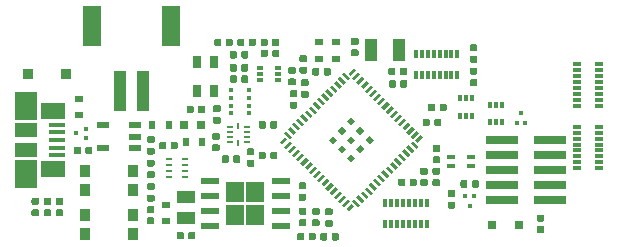
<source format=gbr>
G04 #@! TF.GenerationSoftware,KiCad,Pcbnew,5.1.4+dfsg1-1~bpo10+1*
G04 #@! TF.CreationDate,2020-02-13T15:56:51+01:00*
G04 #@! TF.ProjectId,quick-feather-board,71756963-6b2d-4666-9561-746865722d62,rev?*
G04 #@! TF.SameCoordinates,Original*
G04 #@! TF.FileFunction,Paste,Top*
G04 #@! TF.FilePolarity,Positive*
%FSLAX46Y46*%
G04 Gerber Fmt 4.6, Leading zero omitted, Abs format (unit mm)*
G04 Created by KiCad (PCBNEW 5.1.4+dfsg1-1~bpo10+1) date 2020-02-13 15:56:51*
%MOMM*%
%LPD*%
G04 APERTURE LIST*
%ADD10R,0.800000X0.300000*%
%ADD11R,0.300000X0.800000*%
%ADD12R,1.600000X1.100000*%
%ADD13R,0.170000X0.570000*%
%ADD14R,0.570000X0.170000*%
%ADD15R,0.600000X0.300000*%
%ADD16R,0.300000X0.600000*%
%ADD17R,0.800000X1.000000*%
%ADD18C,0.100000*%
%ADD19C,0.590000*%
%ADD20R,0.350000X0.350000*%
%ADD21R,0.550000X0.250000*%
%ADD22R,1.500000X0.500000*%
%ADD23R,1.500000X1.800000*%
%ADD24R,1.500000X3.400000*%
%ADD25R,1.000000X3.500000*%
%ADD26R,1.380000X0.450000*%
%ADD27R,2.100000X1.475000*%
%ADD28R,1.900000X1.175000*%
%ADD29R,1.900000X2.375000*%
%ADD30R,0.900000X0.950000*%
%ADD31R,0.800000X0.800000*%
%ADD32R,0.800000X0.600000*%
%ADD33R,0.600000X0.800000*%
%ADD34R,1.100000X1.900000*%
%ADD35R,0.750000X0.450000*%
%ADD36R,2.790000X0.740000*%
%ADD37R,0.900000X1.000000*%
%ADD38R,1.050000X0.600000*%
%ADD39C,0.500000*%
%ADD40C,0.270000*%
%ADD41R,0.300000X0.300000*%
G04 APERTURE END LIST*
D10*
X173311000Y-106893000D03*
X173311000Y-105893000D03*
X173311000Y-106393000D03*
X173311000Y-105393000D03*
X173311000Y-104893000D03*
X173311000Y-104393000D03*
X171511000Y-106893000D03*
X171511000Y-106393000D03*
X171511000Y-105893000D03*
X171511000Y-105393000D03*
X171511000Y-104893000D03*
X171511000Y-104393000D03*
X173311000Y-107393000D03*
X171511000Y-107393000D03*
X173311000Y-103893000D03*
X171511000Y-103893000D03*
D11*
X158240000Y-110360000D03*
X157240000Y-110360000D03*
X157740000Y-110360000D03*
X156740000Y-110360000D03*
X156240000Y-110360000D03*
X155740000Y-110360000D03*
X158240000Y-112160000D03*
X157740000Y-112160000D03*
X157240000Y-112160000D03*
X156740000Y-112160000D03*
X156240000Y-112160000D03*
X155740000Y-112160000D03*
X158740000Y-110360000D03*
X158740000Y-112160000D03*
X155240000Y-110360000D03*
X155240000Y-112160000D03*
D10*
X173311000Y-101593000D03*
X173311000Y-100593000D03*
X173311000Y-101093000D03*
X173311000Y-100093000D03*
X173311000Y-99593000D03*
X173311000Y-99093000D03*
X171511000Y-101593000D03*
X171511000Y-101093000D03*
X171511000Y-100593000D03*
X171511000Y-100093000D03*
X171511000Y-99593000D03*
X171511000Y-99093000D03*
X173311000Y-102093000D03*
X171511000Y-102093000D03*
X173311000Y-98593000D03*
X171511000Y-98593000D03*
D11*
X160850000Y-97740000D03*
X159850000Y-97740000D03*
X160350000Y-97740000D03*
X159350000Y-97740000D03*
X158850000Y-97740000D03*
X158350000Y-97740000D03*
X160850000Y-99540000D03*
X160350000Y-99540000D03*
X159850000Y-99540000D03*
X159350000Y-99540000D03*
X158850000Y-99540000D03*
X158350000Y-99540000D03*
X161350000Y-97740000D03*
X161350000Y-99540000D03*
X157850000Y-97740000D03*
X157850000Y-99540000D03*
D12*
X138380000Y-109830000D03*
X138380000Y-111630000D03*
D13*
X142800000Y-105240000D03*
D14*
X142100000Y-105145000D03*
X142100000Y-104750000D03*
X142100000Y-104350000D03*
X142100000Y-103950000D03*
D13*
X142800000Y-103800000D03*
D14*
X143500000Y-103950000D03*
X143500000Y-104350000D03*
X143500000Y-104750000D03*
X143500000Y-105145000D03*
D15*
X144630000Y-98940000D03*
X144630000Y-99440000D03*
X144630000Y-99940000D03*
X146130000Y-99940000D03*
X146130000Y-99440000D03*
X146130000Y-98940000D03*
D16*
X165140000Y-102010000D03*
X164640000Y-102010000D03*
X164140000Y-102010000D03*
X164140000Y-103510000D03*
X164640000Y-103510000D03*
X165140000Y-103510000D03*
X162590000Y-101480000D03*
X162090000Y-101480000D03*
X161590000Y-101480000D03*
X161590000Y-102980000D03*
X162090000Y-102980000D03*
X162590000Y-102980000D03*
D17*
X140700000Y-98380000D03*
X140700000Y-100880000D03*
X139300000Y-100880000D03*
X139300000Y-98380000D03*
D18*
G36*
X148486958Y-97820710D02*
G01*
X148501276Y-97822834D01*
X148515317Y-97826351D01*
X148528946Y-97831228D01*
X148542031Y-97837417D01*
X148554447Y-97844858D01*
X148566073Y-97853481D01*
X148576798Y-97863202D01*
X148586519Y-97873927D01*
X148595142Y-97885553D01*
X148602583Y-97897969D01*
X148608772Y-97911054D01*
X148613649Y-97924683D01*
X148617166Y-97938724D01*
X148619290Y-97953042D01*
X148620000Y-97967500D01*
X148620000Y-98262500D01*
X148619290Y-98276958D01*
X148617166Y-98291276D01*
X148613649Y-98305317D01*
X148608772Y-98318946D01*
X148602583Y-98332031D01*
X148595142Y-98344447D01*
X148586519Y-98356073D01*
X148576798Y-98366798D01*
X148566073Y-98376519D01*
X148554447Y-98385142D01*
X148542031Y-98392583D01*
X148528946Y-98398772D01*
X148515317Y-98403649D01*
X148501276Y-98407166D01*
X148486958Y-98409290D01*
X148472500Y-98410000D01*
X148127500Y-98410000D01*
X148113042Y-98409290D01*
X148098724Y-98407166D01*
X148084683Y-98403649D01*
X148071054Y-98398772D01*
X148057969Y-98392583D01*
X148045553Y-98385142D01*
X148033927Y-98376519D01*
X148023202Y-98366798D01*
X148013481Y-98356073D01*
X148004858Y-98344447D01*
X147997417Y-98332031D01*
X147991228Y-98318946D01*
X147986351Y-98305317D01*
X147982834Y-98291276D01*
X147980710Y-98276958D01*
X147980000Y-98262500D01*
X147980000Y-97967500D01*
X147980710Y-97953042D01*
X147982834Y-97938724D01*
X147986351Y-97924683D01*
X147991228Y-97911054D01*
X147997417Y-97897969D01*
X148004858Y-97885553D01*
X148013481Y-97873927D01*
X148023202Y-97863202D01*
X148033927Y-97853481D01*
X148045553Y-97844858D01*
X148057969Y-97837417D01*
X148071054Y-97831228D01*
X148084683Y-97826351D01*
X148098724Y-97822834D01*
X148113042Y-97820710D01*
X148127500Y-97820000D01*
X148472500Y-97820000D01*
X148486958Y-97820710D01*
X148486958Y-97820710D01*
G37*
D19*
X148300000Y-98115000D03*
D18*
G36*
X148486958Y-98790710D02*
G01*
X148501276Y-98792834D01*
X148515317Y-98796351D01*
X148528946Y-98801228D01*
X148542031Y-98807417D01*
X148554447Y-98814858D01*
X148566073Y-98823481D01*
X148576798Y-98833202D01*
X148586519Y-98843927D01*
X148595142Y-98855553D01*
X148602583Y-98867969D01*
X148608772Y-98881054D01*
X148613649Y-98894683D01*
X148617166Y-98908724D01*
X148619290Y-98923042D01*
X148620000Y-98937500D01*
X148620000Y-99232500D01*
X148619290Y-99246958D01*
X148617166Y-99261276D01*
X148613649Y-99275317D01*
X148608772Y-99288946D01*
X148602583Y-99302031D01*
X148595142Y-99314447D01*
X148586519Y-99326073D01*
X148576798Y-99336798D01*
X148566073Y-99346519D01*
X148554447Y-99355142D01*
X148542031Y-99362583D01*
X148528946Y-99368772D01*
X148515317Y-99373649D01*
X148501276Y-99377166D01*
X148486958Y-99379290D01*
X148472500Y-99380000D01*
X148127500Y-99380000D01*
X148113042Y-99379290D01*
X148098724Y-99377166D01*
X148084683Y-99373649D01*
X148071054Y-99368772D01*
X148057969Y-99362583D01*
X148045553Y-99355142D01*
X148033927Y-99346519D01*
X148023202Y-99336798D01*
X148013481Y-99326073D01*
X148004858Y-99314447D01*
X147997417Y-99302031D01*
X147991228Y-99288946D01*
X147986351Y-99275317D01*
X147982834Y-99261276D01*
X147980710Y-99246958D01*
X147980000Y-99232500D01*
X147980000Y-98937500D01*
X147980710Y-98923042D01*
X147982834Y-98908724D01*
X147986351Y-98894683D01*
X147991228Y-98881054D01*
X147997417Y-98867969D01*
X148004858Y-98855553D01*
X148013481Y-98843927D01*
X148023202Y-98833202D01*
X148033927Y-98823481D01*
X148045553Y-98814858D01*
X148057969Y-98807417D01*
X148071054Y-98801228D01*
X148084683Y-98796351D01*
X148098724Y-98792834D01*
X148113042Y-98790710D01*
X148127500Y-98790000D01*
X148472500Y-98790000D01*
X148486958Y-98790710D01*
X148486958Y-98790710D01*
G37*
D19*
X148300000Y-99085000D03*
D20*
X143670000Y-102760000D03*
X143670000Y-102110000D03*
X143670000Y-101460000D03*
X143670000Y-100810000D03*
X142220000Y-102760000D03*
X142220000Y-102110000D03*
X142220000Y-101460000D03*
X142220000Y-100810000D03*
D21*
X138285000Y-106650000D03*
X138285000Y-107150000D03*
X138285000Y-107650000D03*
X138285000Y-108150000D03*
X136935000Y-108150000D03*
X136935000Y-107650000D03*
X136935000Y-107150000D03*
X136935000Y-106650000D03*
D22*
X140400000Y-108495000D03*
X140400000Y-109765000D03*
X140400000Y-111035000D03*
X140400000Y-112305000D03*
X146400000Y-112305000D03*
X146400000Y-111035000D03*
X146400000Y-109765000D03*
X146400000Y-108495000D03*
D23*
X142550000Y-109400000D03*
X142550000Y-111400000D03*
X144250000Y-109400000D03*
X144250000Y-111400000D03*
D24*
X137119100Y-95350000D03*
X130419100Y-95350000D03*
D25*
X134769100Y-100900000D03*
X132769100Y-100900000D03*
D26*
X127480000Y-106303600D03*
X127480000Y-105653600D03*
X127480000Y-105003600D03*
X127480000Y-104353600D03*
X127480000Y-103703600D03*
D27*
X127120000Y-102541100D03*
D28*
X124820000Y-104166100D03*
D29*
X124820000Y-107916100D03*
X124820000Y-102091100D03*
D28*
X124820000Y-105841100D03*
D27*
X127120000Y-107466100D03*
D30*
X128175000Y-99450000D03*
X125025000Y-99450000D03*
D31*
X138180000Y-103730000D03*
X139680000Y-103730000D03*
D32*
X129290000Y-102930000D03*
X129290000Y-101530000D03*
D33*
X139750000Y-105200000D03*
X138350000Y-105200000D03*
X135490000Y-103720000D03*
X136890000Y-103720000D03*
D32*
X136680000Y-111880000D03*
X136680000Y-110480000D03*
D18*
G36*
X129336958Y-105570710D02*
G01*
X129351276Y-105572834D01*
X129365317Y-105576351D01*
X129378946Y-105581228D01*
X129392031Y-105587417D01*
X129404447Y-105594858D01*
X129416073Y-105603481D01*
X129426798Y-105613202D01*
X129436519Y-105623927D01*
X129445142Y-105635553D01*
X129452583Y-105647969D01*
X129458772Y-105661054D01*
X129463649Y-105674683D01*
X129467166Y-105688724D01*
X129469290Y-105703042D01*
X129470000Y-105717500D01*
X129470000Y-106062500D01*
X129469290Y-106076958D01*
X129467166Y-106091276D01*
X129463649Y-106105317D01*
X129458772Y-106118946D01*
X129452583Y-106132031D01*
X129445142Y-106144447D01*
X129436519Y-106156073D01*
X129426798Y-106166798D01*
X129416073Y-106176519D01*
X129404447Y-106185142D01*
X129392031Y-106192583D01*
X129378946Y-106198772D01*
X129365317Y-106203649D01*
X129351276Y-106207166D01*
X129336958Y-106209290D01*
X129322500Y-106210000D01*
X129027500Y-106210000D01*
X129013042Y-106209290D01*
X128998724Y-106207166D01*
X128984683Y-106203649D01*
X128971054Y-106198772D01*
X128957969Y-106192583D01*
X128945553Y-106185142D01*
X128933927Y-106176519D01*
X128923202Y-106166798D01*
X128913481Y-106156073D01*
X128904858Y-106144447D01*
X128897417Y-106132031D01*
X128891228Y-106118946D01*
X128886351Y-106105317D01*
X128882834Y-106091276D01*
X128880710Y-106076958D01*
X128880000Y-106062500D01*
X128880000Y-105717500D01*
X128880710Y-105703042D01*
X128882834Y-105688724D01*
X128886351Y-105674683D01*
X128891228Y-105661054D01*
X128897417Y-105647969D01*
X128904858Y-105635553D01*
X128913481Y-105623927D01*
X128923202Y-105613202D01*
X128933927Y-105603481D01*
X128945553Y-105594858D01*
X128957969Y-105587417D01*
X128971054Y-105581228D01*
X128984683Y-105576351D01*
X128998724Y-105572834D01*
X129013042Y-105570710D01*
X129027500Y-105570000D01*
X129322500Y-105570000D01*
X129336958Y-105570710D01*
X129336958Y-105570710D01*
G37*
D19*
X129175000Y-105890000D03*
D18*
G36*
X130306958Y-105570710D02*
G01*
X130321276Y-105572834D01*
X130335317Y-105576351D01*
X130348946Y-105581228D01*
X130362031Y-105587417D01*
X130374447Y-105594858D01*
X130386073Y-105603481D01*
X130396798Y-105613202D01*
X130406519Y-105623927D01*
X130415142Y-105635553D01*
X130422583Y-105647969D01*
X130428772Y-105661054D01*
X130433649Y-105674683D01*
X130437166Y-105688724D01*
X130439290Y-105703042D01*
X130440000Y-105717500D01*
X130440000Y-106062500D01*
X130439290Y-106076958D01*
X130437166Y-106091276D01*
X130433649Y-106105317D01*
X130428772Y-106118946D01*
X130422583Y-106132031D01*
X130415142Y-106144447D01*
X130406519Y-106156073D01*
X130396798Y-106166798D01*
X130386073Y-106176519D01*
X130374447Y-106185142D01*
X130362031Y-106192583D01*
X130348946Y-106198772D01*
X130335317Y-106203649D01*
X130321276Y-106207166D01*
X130306958Y-106209290D01*
X130292500Y-106210000D01*
X129997500Y-106210000D01*
X129983042Y-106209290D01*
X129968724Y-106207166D01*
X129954683Y-106203649D01*
X129941054Y-106198772D01*
X129927969Y-106192583D01*
X129915553Y-106185142D01*
X129903927Y-106176519D01*
X129893202Y-106166798D01*
X129883481Y-106156073D01*
X129874858Y-106144447D01*
X129867417Y-106132031D01*
X129861228Y-106118946D01*
X129856351Y-106105317D01*
X129852834Y-106091276D01*
X129850710Y-106076958D01*
X129850000Y-106062500D01*
X129850000Y-105717500D01*
X129850710Y-105703042D01*
X129852834Y-105688724D01*
X129856351Y-105674683D01*
X129861228Y-105661054D01*
X129867417Y-105647969D01*
X129874858Y-105635553D01*
X129883481Y-105623927D01*
X129893202Y-105613202D01*
X129903927Y-105603481D01*
X129915553Y-105594858D01*
X129927969Y-105587417D01*
X129941054Y-105581228D01*
X129954683Y-105576351D01*
X129968724Y-105572834D01*
X129983042Y-105570710D01*
X129997500Y-105570000D01*
X130292500Y-105570000D01*
X130306958Y-105570710D01*
X130306958Y-105570710D01*
G37*
D19*
X130145000Y-105890000D03*
D18*
G36*
X135586958Y-105650710D02*
G01*
X135601276Y-105652834D01*
X135615317Y-105656351D01*
X135628946Y-105661228D01*
X135642031Y-105667417D01*
X135654447Y-105674858D01*
X135666073Y-105683481D01*
X135676798Y-105693202D01*
X135686519Y-105703927D01*
X135695142Y-105715553D01*
X135702583Y-105727969D01*
X135708772Y-105741054D01*
X135713649Y-105754683D01*
X135717166Y-105768724D01*
X135719290Y-105783042D01*
X135720000Y-105797500D01*
X135720000Y-106092500D01*
X135719290Y-106106958D01*
X135717166Y-106121276D01*
X135713649Y-106135317D01*
X135708772Y-106148946D01*
X135702583Y-106162031D01*
X135695142Y-106174447D01*
X135686519Y-106186073D01*
X135676798Y-106196798D01*
X135666073Y-106206519D01*
X135654447Y-106215142D01*
X135642031Y-106222583D01*
X135628946Y-106228772D01*
X135615317Y-106233649D01*
X135601276Y-106237166D01*
X135586958Y-106239290D01*
X135572500Y-106240000D01*
X135227500Y-106240000D01*
X135213042Y-106239290D01*
X135198724Y-106237166D01*
X135184683Y-106233649D01*
X135171054Y-106228772D01*
X135157969Y-106222583D01*
X135145553Y-106215142D01*
X135133927Y-106206519D01*
X135123202Y-106196798D01*
X135113481Y-106186073D01*
X135104858Y-106174447D01*
X135097417Y-106162031D01*
X135091228Y-106148946D01*
X135086351Y-106135317D01*
X135082834Y-106121276D01*
X135080710Y-106106958D01*
X135080000Y-106092500D01*
X135080000Y-105797500D01*
X135080710Y-105783042D01*
X135082834Y-105768724D01*
X135086351Y-105754683D01*
X135091228Y-105741054D01*
X135097417Y-105727969D01*
X135104858Y-105715553D01*
X135113481Y-105703927D01*
X135123202Y-105693202D01*
X135133927Y-105683481D01*
X135145553Y-105674858D01*
X135157969Y-105667417D01*
X135171054Y-105661228D01*
X135184683Y-105656351D01*
X135198724Y-105652834D01*
X135213042Y-105650710D01*
X135227500Y-105650000D01*
X135572500Y-105650000D01*
X135586958Y-105650710D01*
X135586958Y-105650710D01*
G37*
D19*
X135400000Y-105945000D03*
D18*
G36*
X135586958Y-104680710D02*
G01*
X135601276Y-104682834D01*
X135615317Y-104686351D01*
X135628946Y-104691228D01*
X135642031Y-104697417D01*
X135654447Y-104704858D01*
X135666073Y-104713481D01*
X135676798Y-104723202D01*
X135686519Y-104733927D01*
X135695142Y-104745553D01*
X135702583Y-104757969D01*
X135708772Y-104771054D01*
X135713649Y-104784683D01*
X135717166Y-104798724D01*
X135719290Y-104813042D01*
X135720000Y-104827500D01*
X135720000Y-105122500D01*
X135719290Y-105136958D01*
X135717166Y-105151276D01*
X135713649Y-105165317D01*
X135708772Y-105178946D01*
X135702583Y-105192031D01*
X135695142Y-105204447D01*
X135686519Y-105216073D01*
X135676798Y-105226798D01*
X135666073Y-105236519D01*
X135654447Y-105245142D01*
X135642031Y-105252583D01*
X135628946Y-105258772D01*
X135615317Y-105263649D01*
X135601276Y-105267166D01*
X135586958Y-105269290D01*
X135572500Y-105270000D01*
X135227500Y-105270000D01*
X135213042Y-105269290D01*
X135198724Y-105267166D01*
X135184683Y-105263649D01*
X135171054Y-105258772D01*
X135157969Y-105252583D01*
X135145553Y-105245142D01*
X135133927Y-105236519D01*
X135123202Y-105226798D01*
X135113481Y-105216073D01*
X135104858Y-105204447D01*
X135097417Y-105192031D01*
X135091228Y-105178946D01*
X135086351Y-105165317D01*
X135082834Y-105151276D01*
X135080710Y-105136958D01*
X135080000Y-105122500D01*
X135080000Y-104827500D01*
X135080710Y-104813042D01*
X135082834Y-104798724D01*
X135086351Y-104784683D01*
X135091228Y-104771054D01*
X135097417Y-104757969D01*
X135104858Y-104745553D01*
X135113481Y-104733927D01*
X135123202Y-104723202D01*
X135133927Y-104713481D01*
X135145553Y-104704858D01*
X135157969Y-104697417D01*
X135171054Y-104691228D01*
X135184683Y-104686351D01*
X135198724Y-104682834D01*
X135213042Y-104680710D01*
X135227500Y-104680000D01*
X135572500Y-104680000D01*
X135586958Y-104680710D01*
X135586958Y-104680710D01*
G37*
D19*
X135400000Y-104975000D03*
D18*
G36*
X135586958Y-108660710D02*
G01*
X135601276Y-108662834D01*
X135615317Y-108666351D01*
X135628946Y-108671228D01*
X135642031Y-108677417D01*
X135654447Y-108684858D01*
X135666073Y-108693481D01*
X135676798Y-108703202D01*
X135686519Y-108713927D01*
X135695142Y-108725553D01*
X135702583Y-108737969D01*
X135708772Y-108751054D01*
X135713649Y-108764683D01*
X135717166Y-108778724D01*
X135719290Y-108793042D01*
X135720000Y-108807500D01*
X135720000Y-109102500D01*
X135719290Y-109116958D01*
X135717166Y-109131276D01*
X135713649Y-109145317D01*
X135708772Y-109158946D01*
X135702583Y-109172031D01*
X135695142Y-109184447D01*
X135686519Y-109196073D01*
X135676798Y-109206798D01*
X135666073Y-109216519D01*
X135654447Y-109225142D01*
X135642031Y-109232583D01*
X135628946Y-109238772D01*
X135615317Y-109243649D01*
X135601276Y-109247166D01*
X135586958Y-109249290D01*
X135572500Y-109250000D01*
X135227500Y-109250000D01*
X135213042Y-109249290D01*
X135198724Y-109247166D01*
X135184683Y-109243649D01*
X135171054Y-109238772D01*
X135157969Y-109232583D01*
X135145553Y-109225142D01*
X135133927Y-109216519D01*
X135123202Y-109206798D01*
X135113481Y-109196073D01*
X135104858Y-109184447D01*
X135097417Y-109172031D01*
X135091228Y-109158946D01*
X135086351Y-109145317D01*
X135082834Y-109131276D01*
X135080710Y-109116958D01*
X135080000Y-109102500D01*
X135080000Y-108807500D01*
X135080710Y-108793042D01*
X135082834Y-108778724D01*
X135086351Y-108764683D01*
X135091228Y-108751054D01*
X135097417Y-108737969D01*
X135104858Y-108725553D01*
X135113481Y-108713927D01*
X135123202Y-108703202D01*
X135133927Y-108693481D01*
X135145553Y-108684858D01*
X135157969Y-108677417D01*
X135171054Y-108671228D01*
X135184683Y-108666351D01*
X135198724Y-108662834D01*
X135213042Y-108660710D01*
X135227500Y-108660000D01*
X135572500Y-108660000D01*
X135586958Y-108660710D01*
X135586958Y-108660710D01*
G37*
D19*
X135400000Y-108955000D03*
D18*
G36*
X135586958Y-109630710D02*
G01*
X135601276Y-109632834D01*
X135615317Y-109636351D01*
X135628946Y-109641228D01*
X135642031Y-109647417D01*
X135654447Y-109654858D01*
X135666073Y-109663481D01*
X135676798Y-109673202D01*
X135686519Y-109683927D01*
X135695142Y-109695553D01*
X135702583Y-109707969D01*
X135708772Y-109721054D01*
X135713649Y-109734683D01*
X135717166Y-109748724D01*
X135719290Y-109763042D01*
X135720000Y-109777500D01*
X135720000Y-110072500D01*
X135719290Y-110086958D01*
X135717166Y-110101276D01*
X135713649Y-110115317D01*
X135708772Y-110128946D01*
X135702583Y-110142031D01*
X135695142Y-110154447D01*
X135686519Y-110166073D01*
X135676798Y-110176798D01*
X135666073Y-110186519D01*
X135654447Y-110195142D01*
X135642031Y-110202583D01*
X135628946Y-110208772D01*
X135615317Y-110213649D01*
X135601276Y-110217166D01*
X135586958Y-110219290D01*
X135572500Y-110220000D01*
X135227500Y-110220000D01*
X135213042Y-110219290D01*
X135198724Y-110217166D01*
X135184683Y-110213649D01*
X135171054Y-110208772D01*
X135157969Y-110202583D01*
X135145553Y-110195142D01*
X135133927Y-110186519D01*
X135123202Y-110176798D01*
X135113481Y-110166073D01*
X135104858Y-110154447D01*
X135097417Y-110142031D01*
X135091228Y-110128946D01*
X135086351Y-110115317D01*
X135082834Y-110101276D01*
X135080710Y-110086958D01*
X135080000Y-110072500D01*
X135080000Y-109777500D01*
X135080710Y-109763042D01*
X135082834Y-109748724D01*
X135086351Y-109734683D01*
X135091228Y-109721054D01*
X135097417Y-109707969D01*
X135104858Y-109695553D01*
X135113481Y-109683927D01*
X135123202Y-109673202D01*
X135133927Y-109663481D01*
X135145553Y-109654858D01*
X135157969Y-109647417D01*
X135171054Y-109641228D01*
X135184683Y-109636351D01*
X135198724Y-109632834D01*
X135213042Y-109630710D01*
X135227500Y-109630000D01*
X135572500Y-109630000D01*
X135586958Y-109630710D01*
X135586958Y-109630710D01*
G37*
D19*
X135400000Y-109925000D03*
D18*
G36*
X135576958Y-106670710D02*
G01*
X135591276Y-106672834D01*
X135605317Y-106676351D01*
X135618946Y-106681228D01*
X135632031Y-106687417D01*
X135644447Y-106694858D01*
X135656073Y-106703481D01*
X135666798Y-106713202D01*
X135676519Y-106723927D01*
X135685142Y-106735553D01*
X135692583Y-106747969D01*
X135698772Y-106761054D01*
X135703649Y-106774683D01*
X135707166Y-106788724D01*
X135709290Y-106803042D01*
X135710000Y-106817500D01*
X135710000Y-107112500D01*
X135709290Y-107126958D01*
X135707166Y-107141276D01*
X135703649Y-107155317D01*
X135698772Y-107168946D01*
X135692583Y-107182031D01*
X135685142Y-107194447D01*
X135676519Y-107206073D01*
X135666798Y-107216798D01*
X135656073Y-107226519D01*
X135644447Y-107235142D01*
X135632031Y-107242583D01*
X135618946Y-107248772D01*
X135605317Y-107253649D01*
X135591276Y-107257166D01*
X135576958Y-107259290D01*
X135562500Y-107260000D01*
X135217500Y-107260000D01*
X135203042Y-107259290D01*
X135188724Y-107257166D01*
X135174683Y-107253649D01*
X135161054Y-107248772D01*
X135147969Y-107242583D01*
X135135553Y-107235142D01*
X135123927Y-107226519D01*
X135113202Y-107216798D01*
X135103481Y-107206073D01*
X135094858Y-107194447D01*
X135087417Y-107182031D01*
X135081228Y-107168946D01*
X135076351Y-107155317D01*
X135072834Y-107141276D01*
X135070710Y-107126958D01*
X135070000Y-107112500D01*
X135070000Y-106817500D01*
X135070710Y-106803042D01*
X135072834Y-106788724D01*
X135076351Y-106774683D01*
X135081228Y-106761054D01*
X135087417Y-106747969D01*
X135094858Y-106735553D01*
X135103481Y-106723927D01*
X135113202Y-106713202D01*
X135123927Y-106703481D01*
X135135553Y-106694858D01*
X135147969Y-106687417D01*
X135161054Y-106681228D01*
X135174683Y-106676351D01*
X135188724Y-106672834D01*
X135203042Y-106670710D01*
X135217500Y-106670000D01*
X135562500Y-106670000D01*
X135576958Y-106670710D01*
X135576958Y-106670710D01*
G37*
D19*
X135390000Y-106965000D03*
D18*
G36*
X135576958Y-107640710D02*
G01*
X135591276Y-107642834D01*
X135605317Y-107646351D01*
X135618946Y-107651228D01*
X135632031Y-107657417D01*
X135644447Y-107664858D01*
X135656073Y-107673481D01*
X135666798Y-107683202D01*
X135676519Y-107693927D01*
X135685142Y-107705553D01*
X135692583Y-107717969D01*
X135698772Y-107731054D01*
X135703649Y-107744683D01*
X135707166Y-107758724D01*
X135709290Y-107773042D01*
X135710000Y-107787500D01*
X135710000Y-108082500D01*
X135709290Y-108096958D01*
X135707166Y-108111276D01*
X135703649Y-108125317D01*
X135698772Y-108138946D01*
X135692583Y-108152031D01*
X135685142Y-108164447D01*
X135676519Y-108176073D01*
X135666798Y-108186798D01*
X135656073Y-108196519D01*
X135644447Y-108205142D01*
X135632031Y-108212583D01*
X135618946Y-108218772D01*
X135605317Y-108223649D01*
X135591276Y-108227166D01*
X135576958Y-108229290D01*
X135562500Y-108230000D01*
X135217500Y-108230000D01*
X135203042Y-108229290D01*
X135188724Y-108227166D01*
X135174683Y-108223649D01*
X135161054Y-108218772D01*
X135147969Y-108212583D01*
X135135553Y-108205142D01*
X135123927Y-108196519D01*
X135113202Y-108186798D01*
X135103481Y-108176073D01*
X135094858Y-108164447D01*
X135087417Y-108152031D01*
X135081228Y-108138946D01*
X135076351Y-108125317D01*
X135072834Y-108111276D01*
X135070710Y-108096958D01*
X135070000Y-108082500D01*
X135070000Y-107787500D01*
X135070710Y-107773042D01*
X135072834Y-107758724D01*
X135076351Y-107744683D01*
X135081228Y-107731054D01*
X135087417Y-107717969D01*
X135094858Y-107705553D01*
X135103481Y-107693927D01*
X135113202Y-107683202D01*
X135123927Y-107673481D01*
X135135553Y-107664858D01*
X135147969Y-107657417D01*
X135161054Y-107651228D01*
X135174683Y-107646351D01*
X135188724Y-107642834D01*
X135203042Y-107640710D01*
X135217500Y-107640000D01*
X135562500Y-107640000D01*
X135576958Y-107640710D01*
X135576958Y-107640710D01*
G37*
D19*
X135390000Y-107935000D03*
D18*
G36*
X135566958Y-110600710D02*
G01*
X135581276Y-110602834D01*
X135595317Y-110606351D01*
X135608946Y-110611228D01*
X135622031Y-110617417D01*
X135634447Y-110624858D01*
X135646073Y-110633481D01*
X135656798Y-110643202D01*
X135666519Y-110653927D01*
X135675142Y-110665553D01*
X135682583Y-110677969D01*
X135688772Y-110691054D01*
X135693649Y-110704683D01*
X135697166Y-110718724D01*
X135699290Y-110733042D01*
X135700000Y-110747500D01*
X135700000Y-111042500D01*
X135699290Y-111056958D01*
X135697166Y-111071276D01*
X135693649Y-111085317D01*
X135688772Y-111098946D01*
X135682583Y-111112031D01*
X135675142Y-111124447D01*
X135666519Y-111136073D01*
X135656798Y-111146798D01*
X135646073Y-111156519D01*
X135634447Y-111165142D01*
X135622031Y-111172583D01*
X135608946Y-111178772D01*
X135595317Y-111183649D01*
X135581276Y-111187166D01*
X135566958Y-111189290D01*
X135552500Y-111190000D01*
X135207500Y-111190000D01*
X135193042Y-111189290D01*
X135178724Y-111187166D01*
X135164683Y-111183649D01*
X135151054Y-111178772D01*
X135137969Y-111172583D01*
X135125553Y-111165142D01*
X135113927Y-111156519D01*
X135103202Y-111146798D01*
X135093481Y-111136073D01*
X135084858Y-111124447D01*
X135077417Y-111112031D01*
X135071228Y-111098946D01*
X135066351Y-111085317D01*
X135062834Y-111071276D01*
X135060710Y-111056958D01*
X135060000Y-111042500D01*
X135060000Y-110747500D01*
X135060710Y-110733042D01*
X135062834Y-110718724D01*
X135066351Y-110704683D01*
X135071228Y-110691054D01*
X135077417Y-110677969D01*
X135084858Y-110665553D01*
X135093481Y-110653927D01*
X135103202Y-110643202D01*
X135113927Y-110633481D01*
X135125553Y-110624858D01*
X135137969Y-110617417D01*
X135151054Y-110611228D01*
X135164683Y-110606351D01*
X135178724Y-110602834D01*
X135193042Y-110600710D01*
X135207500Y-110600000D01*
X135552500Y-110600000D01*
X135566958Y-110600710D01*
X135566958Y-110600710D01*
G37*
D19*
X135380000Y-110895000D03*
D18*
G36*
X135566958Y-111570710D02*
G01*
X135581276Y-111572834D01*
X135595317Y-111576351D01*
X135608946Y-111581228D01*
X135622031Y-111587417D01*
X135634447Y-111594858D01*
X135646073Y-111603481D01*
X135656798Y-111613202D01*
X135666519Y-111623927D01*
X135675142Y-111635553D01*
X135682583Y-111647969D01*
X135688772Y-111661054D01*
X135693649Y-111674683D01*
X135697166Y-111688724D01*
X135699290Y-111703042D01*
X135700000Y-111717500D01*
X135700000Y-112012500D01*
X135699290Y-112026958D01*
X135697166Y-112041276D01*
X135693649Y-112055317D01*
X135688772Y-112068946D01*
X135682583Y-112082031D01*
X135675142Y-112094447D01*
X135666519Y-112106073D01*
X135656798Y-112116798D01*
X135646073Y-112126519D01*
X135634447Y-112135142D01*
X135622031Y-112142583D01*
X135608946Y-112148772D01*
X135595317Y-112153649D01*
X135581276Y-112157166D01*
X135566958Y-112159290D01*
X135552500Y-112160000D01*
X135207500Y-112160000D01*
X135193042Y-112159290D01*
X135178724Y-112157166D01*
X135164683Y-112153649D01*
X135151054Y-112148772D01*
X135137969Y-112142583D01*
X135125553Y-112135142D01*
X135113927Y-112126519D01*
X135103202Y-112116798D01*
X135093481Y-112106073D01*
X135084858Y-112094447D01*
X135077417Y-112082031D01*
X135071228Y-112068946D01*
X135066351Y-112055317D01*
X135062834Y-112041276D01*
X135060710Y-112026958D01*
X135060000Y-112012500D01*
X135060000Y-111717500D01*
X135060710Y-111703042D01*
X135062834Y-111688724D01*
X135066351Y-111674683D01*
X135071228Y-111661054D01*
X135077417Y-111647969D01*
X135084858Y-111635553D01*
X135093481Y-111623927D01*
X135103202Y-111613202D01*
X135113927Y-111603481D01*
X135125553Y-111594858D01*
X135137969Y-111587417D01*
X135151054Y-111581228D01*
X135164683Y-111576351D01*
X135178724Y-111572834D01*
X135193042Y-111570710D01*
X135207500Y-111570000D01*
X135552500Y-111570000D01*
X135566958Y-111570710D01*
X135566958Y-111570710D01*
G37*
D19*
X135380000Y-111865000D03*
D34*
X154025000Y-97430000D03*
X156435000Y-97430000D03*
D18*
G36*
X152846958Y-96370710D02*
G01*
X152861276Y-96372834D01*
X152875317Y-96376351D01*
X152888946Y-96381228D01*
X152902031Y-96387417D01*
X152914447Y-96394858D01*
X152926073Y-96403481D01*
X152936798Y-96413202D01*
X152946519Y-96423927D01*
X152955142Y-96435553D01*
X152962583Y-96447969D01*
X152968772Y-96461054D01*
X152973649Y-96474683D01*
X152977166Y-96488724D01*
X152979290Y-96503042D01*
X152980000Y-96517500D01*
X152980000Y-96812500D01*
X152979290Y-96826958D01*
X152977166Y-96841276D01*
X152973649Y-96855317D01*
X152968772Y-96868946D01*
X152962583Y-96882031D01*
X152955142Y-96894447D01*
X152946519Y-96906073D01*
X152936798Y-96916798D01*
X152926073Y-96926519D01*
X152914447Y-96935142D01*
X152902031Y-96942583D01*
X152888946Y-96948772D01*
X152875317Y-96953649D01*
X152861276Y-96957166D01*
X152846958Y-96959290D01*
X152832500Y-96960000D01*
X152487500Y-96960000D01*
X152473042Y-96959290D01*
X152458724Y-96957166D01*
X152444683Y-96953649D01*
X152431054Y-96948772D01*
X152417969Y-96942583D01*
X152405553Y-96935142D01*
X152393927Y-96926519D01*
X152383202Y-96916798D01*
X152373481Y-96906073D01*
X152364858Y-96894447D01*
X152357417Y-96882031D01*
X152351228Y-96868946D01*
X152346351Y-96855317D01*
X152342834Y-96841276D01*
X152340710Y-96826958D01*
X152340000Y-96812500D01*
X152340000Y-96517500D01*
X152340710Y-96503042D01*
X152342834Y-96488724D01*
X152346351Y-96474683D01*
X152351228Y-96461054D01*
X152357417Y-96447969D01*
X152364858Y-96435553D01*
X152373481Y-96423927D01*
X152383202Y-96413202D01*
X152393927Y-96403481D01*
X152405553Y-96394858D01*
X152417969Y-96387417D01*
X152431054Y-96381228D01*
X152444683Y-96376351D01*
X152458724Y-96372834D01*
X152473042Y-96370710D01*
X152487500Y-96370000D01*
X152832500Y-96370000D01*
X152846958Y-96370710D01*
X152846958Y-96370710D01*
G37*
D19*
X152660000Y-96665000D03*
D18*
G36*
X152846958Y-97340710D02*
G01*
X152861276Y-97342834D01*
X152875317Y-97346351D01*
X152888946Y-97351228D01*
X152902031Y-97357417D01*
X152914447Y-97364858D01*
X152926073Y-97373481D01*
X152936798Y-97383202D01*
X152946519Y-97393927D01*
X152955142Y-97405553D01*
X152962583Y-97417969D01*
X152968772Y-97431054D01*
X152973649Y-97444683D01*
X152977166Y-97458724D01*
X152979290Y-97473042D01*
X152980000Y-97487500D01*
X152980000Y-97782500D01*
X152979290Y-97796958D01*
X152977166Y-97811276D01*
X152973649Y-97825317D01*
X152968772Y-97838946D01*
X152962583Y-97852031D01*
X152955142Y-97864447D01*
X152946519Y-97876073D01*
X152936798Y-97886798D01*
X152926073Y-97896519D01*
X152914447Y-97905142D01*
X152902031Y-97912583D01*
X152888946Y-97918772D01*
X152875317Y-97923649D01*
X152861276Y-97927166D01*
X152846958Y-97929290D01*
X152832500Y-97930000D01*
X152487500Y-97930000D01*
X152473042Y-97929290D01*
X152458724Y-97927166D01*
X152444683Y-97923649D01*
X152431054Y-97918772D01*
X152417969Y-97912583D01*
X152405553Y-97905142D01*
X152393927Y-97896519D01*
X152383202Y-97886798D01*
X152373481Y-97876073D01*
X152364858Y-97864447D01*
X152357417Y-97852031D01*
X152351228Y-97838946D01*
X152346351Y-97825317D01*
X152342834Y-97811276D01*
X152340710Y-97796958D01*
X152340000Y-97782500D01*
X152340000Y-97487500D01*
X152340710Y-97473042D01*
X152342834Y-97458724D01*
X152346351Y-97444683D01*
X152351228Y-97431054D01*
X152357417Y-97417969D01*
X152364858Y-97405553D01*
X152373481Y-97393927D01*
X152383202Y-97383202D01*
X152393927Y-97373481D01*
X152405553Y-97364858D01*
X152417969Y-97357417D01*
X152431054Y-97351228D01*
X152444683Y-97346351D01*
X152458724Y-97342834D01*
X152473042Y-97340710D01*
X152487500Y-97340000D01*
X152832500Y-97340000D01*
X152846958Y-97340710D01*
X152846958Y-97340710D01*
G37*
D19*
X152660000Y-97635000D03*
D18*
G36*
X148616958Y-99870710D02*
G01*
X148631276Y-99872834D01*
X148645317Y-99876351D01*
X148658946Y-99881228D01*
X148672031Y-99887417D01*
X148684447Y-99894858D01*
X148696073Y-99903481D01*
X148706798Y-99913202D01*
X148716519Y-99923927D01*
X148725142Y-99935553D01*
X148732583Y-99947969D01*
X148738772Y-99961054D01*
X148743649Y-99974683D01*
X148747166Y-99988724D01*
X148749290Y-100003042D01*
X148750000Y-100017500D01*
X148750000Y-100312500D01*
X148749290Y-100326958D01*
X148747166Y-100341276D01*
X148743649Y-100355317D01*
X148738772Y-100368946D01*
X148732583Y-100382031D01*
X148725142Y-100394447D01*
X148716519Y-100406073D01*
X148706798Y-100416798D01*
X148696073Y-100426519D01*
X148684447Y-100435142D01*
X148672031Y-100442583D01*
X148658946Y-100448772D01*
X148645317Y-100453649D01*
X148631276Y-100457166D01*
X148616958Y-100459290D01*
X148602500Y-100460000D01*
X148257500Y-100460000D01*
X148243042Y-100459290D01*
X148228724Y-100457166D01*
X148214683Y-100453649D01*
X148201054Y-100448772D01*
X148187969Y-100442583D01*
X148175553Y-100435142D01*
X148163927Y-100426519D01*
X148153202Y-100416798D01*
X148143481Y-100406073D01*
X148134858Y-100394447D01*
X148127417Y-100382031D01*
X148121228Y-100368946D01*
X148116351Y-100355317D01*
X148112834Y-100341276D01*
X148110710Y-100326958D01*
X148110000Y-100312500D01*
X148110000Y-100017500D01*
X148110710Y-100003042D01*
X148112834Y-99988724D01*
X148116351Y-99974683D01*
X148121228Y-99961054D01*
X148127417Y-99947969D01*
X148134858Y-99935553D01*
X148143481Y-99923927D01*
X148153202Y-99913202D01*
X148163927Y-99903481D01*
X148175553Y-99894858D01*
X148187969Y-99887417D01*
X148201054Y-99881228D01*
X148214683Y-99876351D01*
X148228724Y-99872834D01*
X148243042Y-99870710D01*
X148257500Y-99870000D01*
X148602500Y-99870000D01*
X148616958Y-99870710D01*
X148616958Y-99870710D01*
G37*
D19*
X148430000Y-100165000D03*
D18*
G36*
X148616958Y-100840710D02*
G01*
X148631276Y-100842834D01*
X148645317Y-100846351D01*
X148658946Y-100851228D01*
X148672031Y-100857417D01*
X148684447Y-100864858D01*
X148696073Y-100873481D01*
X148706798Y-100883202D01*
X148716519Y-100893927D01*
X148725142Y-100905553D01*
X148732583Y-100917969D01*
X148738772Y-100931054D01*
X148743649Y-100944683D01*
X148747166Y-100958724D01*
X148749290Y-100973042D01*
X148750000Y-100987500D01*
X148750000Y-101282500D01*
X148749290Y-101296958D01*
X148747166Y-101311276D01*
X148743649Y-101325317D01*
X148738772Y-101338946D01*
X148732583Y-101352031D01*
X148725142Y-101364447D01*
X148716519Y-101376073D01*
X148706798Y-101386798D01*
X148696073Y-101396519D01*
X148684447Y-101405142D01*
X148672031Y-101412583D01*
X148658946Y-101418772D01*
X148645317Y-101423649D01*
X148631276Y-101427166D01*
X148616958Y-101429290D01*
X148602500Y-101430000D01*
X148257500Y-101430000D01*
X148243042Y-101429290D01*
X148228724Y-101427166D01*
X148214683Y-101423649D01*
X148201054Y-101418772D01*
X148187969Y-101412583D01*
X148175553Y-101405142D01*
X148163927Y-101396519D01*
X148153202Y-101386798D01*
X148143481Y-101376073D01*
X148134858Y-101364447D01*
X148127417Y-101352031D01*
X148121228Y-101338946D01*
X148116351Y-101325317D01*
X148112834Y-101311276D01*
X148110710Y-101296958D01*
X148110000Y-101282500D01*
X148110000Y-100987500D01*
X148110710Y-100973042D01*
X148112834Y-100958724D01*
X148116351Y-100944683D01*
X148121228Y-100931054D01*
X148127417Y-100917969D01*
X148134858Y-100905553D01*
X148143481Y-100893927D01*
X148153202Y-100883202D01*
X148163927Y-100873481D01*
X148175553Y-100864858D01*
X148187969Y-100857417D01*
X148201054Y-100851228D01*
X148214683Y-100846351D01*
X148228724Y-100842834D01*
X148243042Y-100840710D01*
X148257500Y-100840000D01*
X148602500Y-100840000D01*
X148616958Y-100840710D01*
X148616958Y-100840710D01*
G37*
D19*
X148430000Y-101135000D03*
D18*
G36*
X127856958Y-110880710D02*
G01*
X127871276Y-110882834D01*
X127885317Y-110886351D01*
X127898946Y-110891228D01*
X127912031Y-110897417D01*
X127924447Y-110904858D01*
X127936073Y-110913481D01*
X127946798Y-110923202D01*
X127956519Y-110933927D01*
X127965142Y-110945553D01*
X127972583Y-110957969D01*
X127978772Y-110971054D01*
X127983649Y-110984683D01*
X127987166Y-110998724D01*
X127989290Y-111013042D01*
X127990000Y-111027500D01*
X127990000Y-111322500D01*
X127989290Y-111336958D01*
X127987166Y-111351276D01*
X127983649Y-111365317D01*
X127978772Y-111378946D01*
X127972583Y-111392031D01*
X127965142Y-111404447D01*
X127956519Y-111416073D01*
X127946798Y-111426798D01*
X127936073Y-111436519D01*
X127924447Y-111445142D01*
X127912031Y-111452583D01*
X127898946Y-111458772D01*
X127885317Y-111463649D01*
X127871276Y-111467166D01*
X127856958Y-111469290D01*
X127842500Y-111470000D01*
X127497500Y-111470000D01*
X127483042Y-111469290D01*
X127468724Y-111467166D01*
X127454683Y-111463649D01*
X127441054Y-111458772D01*
X127427969Y-111452583D01*
X127415553Y-111445142D01*
X127403927Y-111436519D01*
X127393202Y-111426798D01*
X127383481Y-111416073D01*
X127374858Y-111404447D01*
X127367417Y-111392031D01*
X127361228Y-111378946D01*
X127356351Y-111365317D01*
X127352834Y-111351276D01*
X127350710Y-111336958D01*
X127350000Y-111322500D01*
X127350000Y-111027500D01*
X127350710Y-111013042D01*
X127352834Y-110998724D01*
X127356351Y-110984683D01*
X127361228Y-110971054D01*
X127367417Y-110957969D01*
X127374858Y-110945553D01*
X127383481Y-110933927D01*
X127393202Y-110923202D01*
X127403927Y-110913481D01*
X127415553Y-110904858D01*
X127427969Y-110897417D01*
X127441054Y-110891228D01*
X127454683Y-110886351D01*
X127468724Y-110882834D01*
X127483042Y-110880710D01*
X127497500Y-110880000D01*
X127842500Y-110880000D01*
X127856958Y-110880710D01*
X127856958Y-110880710D01*
G37*
D19*
X127670000Y-111175000D03*
D18*
G36*
X127856958Y-109910710D02*
G01*
X127871276Y-109912834D01*
X127885317Y-109916351D01*
X127898946Y-109921228D01*
X127912031Y-109927417D01*
X127924447Y-109934858D01*
X127936073Y-109943481D01*
X127946798Y-109953202D01*
X127956519Y-109963927D01*
X127965142Y-109975553D01*
X127972583Y-109987969D01*
X127978772Y-110001054D01*
X127983649Y-110014683D01*
X127987166Y-110028724D01*
X127989290Y-110043042D01*
X127990000Y-110057500D01*
X127990000Y-110352500D01*
X127989290Y-110366958D01*
X127987166Y-110381276D01*
X127983649Y-110395317D01*
X127978772Y-110408946D01*
X127972583Y-110422031D01*
X127965142Y-110434447D01*
X127956519Y-110446073D01*
X127946798Y-110456798D01*
X127936073Y-110466519D01*
X127924447Y-110475142D01*
X127912031Y-110482583D01*
X127898946Y-110488772D01*
X127885317Y-110493649D01*
X127871276Y-110497166D01*
X127856958Y-110499290D01*
X127842500Y-110500000D01*
X127497500Y-110500000D01*
X127483042Y-110499290D01*
X127468724Y-110497166D01*
X127454683Y-110493649D01*
X127441054Y-110488772D01*
X127427969Y-110482583D01*
X127415553Y-110475142D01*
X127403927Y-110466519D01*
X127393202Y-110456798D01*
X127383481Y-110446073D01*
X127374858Y-110434447D01*
X127367417Y-110422031D01*
X127361228Y-110408946D01*
X127356351Y-110395317D01*
X127352834Y-110381276D01*
X127350710Y-110366958D01*
X127350000Y-110352500D01*
X127350000Y-110057500D01*
X127350710Y-110043042D01*
X127352834Y-110028724D01*
X127356351Y-110014683D01*
X127361228Y-110001054D01*
X127367417Y-109987969D01*
X127374858Y-109975553D01*
X127383481Y-109963927D01*
X127393202Y-109953202D01*
X127403927Y-109943481D01*
X127415553Y-109934858D01*
X127427969Y-109927417D01*
X127441054Y-109921228D01*
X127454683Y-109916351D01*
X127468724Y-109912834D01*
X127483042Y-109910710D01*
X127497500Y-109910000D01*
X127842500Y-109910000D01*
X127856958Y-109910710D01*
X127856958Y-109910710D01*
G37*
D19*
X127670000Y-110205000D03*
D18*
G36*
X150656958Y-111770710D02*
G01*
X150671276Y-111772834D01*
X150685317Y-111776351D01*
X150698946Y-111781228D01*
X150712031Y-111787417D01*
X150724447Y-111794858D01*
X150736073Y-111803481D01*
X150746798Y-111813202D01*
X150756519Y-111823927D01*
X150765142Y-111835553D01*
X150772583Y-111847969D01*
X150778772Y-111861054D01*
X150783649Y-111874683D01*
X150787166Y-111888724D01*
X150789290Y-111903042D01*
X150790000Y-111917500D01*
X150790000Y-112212500D01*
X150789290Y-112226958D01*
X150787166Y-112241276D01*
X150783649Y-112255317D01*
X150778772Y-112268946D01*
X150772583Y-112282031D01*
X150765142Y-112294447D01*
X150756519Y-112306073D01*
X150746798Y-112316798D01*
X150736073Y-112326519D01*
X150724447Y-112335142D01*
X150712031Y-112342583D01*
X150698946Y-112348772D01*
X150685317Y-112353649D01*
X150671276Y-112357166D01*
X150656958Y-112359290D01*
X150642500Y-112360000D01*
X150297500Y-112360000D01*
X150283042Y-112359290D01*
X150268724Y-112357166D01*
X150254683Y-112353649D01*
X150241054Y-112348772D01*
X150227969Y-112342583D01*
X150215553Y-112335142D01*
X150203927Y-112326519D01*
X150193202Y-112316798D01*
X150183481Y-112306073D01*
X150174858Y-112294447D01*
X150167417Y-112282031D01*
X150161228Y-112268946D01*
X150156351Y-112255317D01*
X150152834Y-112241276D01*
X150150710Y-112226958D01*
X150150000Y-112212500D01*
X150150000Y-111917500D01*
X150150710Y-111903042D01*
X150152834Y-111888724D01*
X150156351Y-111874683D01*
X150161228Y-111861054D01*
X150167417Y-111847969D01*
X150174858Y-111835553D01*
X150183481Y-111823927D01*
X150193202Y-111813202D01*
X150203927Y-111803481D01*
X150215553Y-111794858D01*
X150227969Y-111787417D01*
X150241054Y-111781228D01*
X150254683Y-111776351D01*
X150268724Y-111772834D01*
X150283042Y-111770710D01*
X150297500Y-111770000D01*
X150642500Y-111770000D01*
X150656958Y-111770710D01*
X150656958Y-111770710D01*
G37*
D19*
X150470000Y-112065000D03*
D18*
G36*
X150656958Y-110800710D02*
G01*
X150671276Y-110802834D01*
X150685317Y-110806351D01*
X150698946Y-110811228D01*
X150712031Y-110817417D01*
X150724447Y-110824858D01*
X150736073Y-110833481D01*
X150746798Y-110843202D01*
X150756519Y-110853927D01*
X150765142Y-110865553D01*
X150772583Y-110877969D01*
X150778772Y-110891054D01*
X150783649Y-110904683D01*
X150787166Y-110918724D01*
X150789290Y-110933042D01*
X150790000Y-110947500D01*
X150790000Y-111242500D01*
X150789290Y-111256958D01*
X150787166Y-111271276D01*
X150783649Y-111285317D01*
X150778772Y-111298946D01*
X150772583Y-111312031D01*
X150765142Y-111324447D01*
X150756519Y-111336073D01*
X150746798Y-111346798D01*
X150736073Y-111356519D01*
X150724447Y-111365142D01*
X150712031Y-111372583D01*
X150698946Y-111378772D01*
X150685317Y-111383649D01*
X150671276Y-111387166D01*
X150656958Y-111389290D01*
X150642500Y-111390000D01*
X150297500Y-111390000D01*
X150283042Y-111389290D01*
X150268724Y-111387166D01*
X150254683Y-111383649D01*
X150241054Y-111378772D01*
X150227969Y-111372583D01*
X150215553Y-111365142D01*
X150203927Y-111356519D01*
X150193202Y-111346798D01*
X150183481Y-111336073D01*
X150174858Y-111324447D01*
X150167417Y-111312031D01*
X150161228Y-111298946D01*
X150156351Y-111285317D01*
X150152834Y-111271276D01*
X150150710Y-111256958D01*
X150150000Y-111242500D01*
X150150000Y-110947500D01*
X150150710Y-110933042D01*
X150152834Y-110918724D01*
X150156351Y-110904683D01*
X150161228Y-110891054D01*
X150167417Y-110877969D01*
X150174858Y-110865553D01*
X150183481Y-110853927D01*
X150193202Y-110843202D01*
X150203927Y-110833481D01*
X150215553Y-110824858D01*
X150227969Y-110817417D01*
X150241054Y-110811228D01*
X150254683Y-110806351D01*
X150268724Y-110802834D01*
X150283042Y-110800710D01*
X150297500Y-110800000D01*
X150642500Y-110800000D01*
X150656958Y-110800710D01*
X150656958Y-110800710D01*
G37*
D19*
X150470000Y-111095000D03*
D18*
G36*
X148406958Y-109570710D02*
G01*
X148421276Y-109572834D01*
X148435317Y-109576351D01*
X148448946Y-109581228D01*
X148462031Y-109587417D01*
X148474447Y-109594858D01*
X148486073Y-109603481D01*
X148496798Y-109613202D01*
X148506519Y-109623927D01*
X148515142Y-109635553D01*
X148522583Y-109647969D01*
X148528772Y-109661054D01*
X148533649Y-109674683D01*
X148537166Y-109688724D01*
X148539290Y-109703042D01*
X148540000Y-109717500D01*
X148540000Y-110012500D01*
X148539290Y-110026958D01*
X148537166Y-110041276D01*
X148533649Y-110055317D01*
X148528772Y-110068946D01*
X148522583Y-110082031D01*
X148515142Y-110094447D01*
X148506519Y-110106073D01*
X148496798Y-110116798D01*
X148486073Y-110126519D01*
X148474447Y-110135142D01*
X148462031Y-110142583D01*
X148448946Y-110148772D01*
X148435317Y-110153649D01*
X148421276Y-110157166D01*
X148406958Y-110159290D01*
X148392500Y-110160000D01*
X148047500Y-110160000D01*
X148033042Y-110159290D01*
X148018724Y-110157166D01*
X148004683Y-110153649D01*
X147991054Y-110148772D01*
X147977969Y-110142583D01*
X147965553Y-110135142D01*
X147953927Y-110126519D01*
X147943202Y-110116798D01*
X147933481Y-110106073D01*
X147924858Y-110094447D01*
X147917417Y-110082031D01*
X147911228Y-110068946D01*
X147906351Y-110055317D01*
X147902834Y-110041276D01*
X147900710Y-110026958D01*
X147900000Y-110012500D01*
X147900000Y-109717500D01*
X147900710Y-109703042D01*
X147902834Y-109688724D01*
X147906351Y-109674683D01*
X147911228Y-109661054D01*
X147917417Y-109647969D01*
X147924858Y-109635553D01*
X147933481Y-109623927D01*
X147943202Y-109613202D01*
X147953927Y-109603481D01*
X147965553Y-109594858D01*
X147977969Y-109587417D01*
X147991054Y-109581228D01*
X148004683Y-109576351D01*
X148018724Y-109572834D01*
X148033042Y-109570710D01*
X148047500Y-109570000D01*
X148392500Y-109570000D01*
X148406958Y-109570710D01*
X148406958Y-109570710D01*
G37*
D19*
X148220000Y-109865000D03*
D18*
G36*
X148406958Y-108600710D02*
G01*
X148421276Y-108602834D01*
X148435317Y-108606351D01*
X148448946Y-108611228D01*
X148462031Y-108617417D01*
X148474447Y-108624858D01*
X148486073Y-108633481D01*
X148496798Y-108643202D01*
X148506519Y-108653927D01*
X148515142Y-108665553D01*
X148522583Y-108677969D01*
X148528772Y-108691054D01*
X148533649Y-108704683D01*
X148537166Y-108718724D01*
X148539290Y-108733042D01*
X148540000Y-108747500D01*
X148540000Y-109042500D01*
X148539290Y-109056958D01*
X148537166Y-109071276D01*
X148533649Y-109085317D01*
X148528772Y-109098946D01*
X148522583Y-109112031D01*
X148515142Y-109124447D01*
X148506519Y-109136073D01*
X148496798Y-109146798D01*
X148486073Y-109156519D01*
X148474447Y-109165142D01*
X148462031Y-109172583D01*
X148448946Y-109178772D01*
X148435317Y-109183649D01*
X148421276Y-109187166D01*
X148406958Y-109189290D01*
X148392500Y-109190000D01*
X148047500Y-109190000D01*
X148033042Y-109189290D01*
X148018724Y-109187166D01*
X148004683Y-109183649D01*
X147991054Y-109178772D01*
X147977969Y-109172583D01*
X147965553Y-109165142D01*
X147953927Y-109156519D01*
X147943202Y-109146798D01*
X147933481Y-109136073D01*
X147924858Y-109124447D01*
X147917417Y-109112031D01*
X147911228Y-109098946D01*
X147906351Y-109085317D01*
X147902834Y-109071276D01*
X147900710Y-109056958D01*
X147900000Y-109042500D01*
X147900000Y-108747500D01*
X147900710Y-108733042D01*
X147902834Y-108718724D01*
X147906351Y-108704683D01*
X147911228Y-108691054D01*
X147917417Y-108677969D01*
X147924858Y-108665553D01*
X147933481Y-108653927D01*
X147943202Y-108643202D01*
X147953927Y-108633481D01*
X147965553Y-108624858D01*
X147977969Y-108617417D01*
X147991054Y-108611228D01*
X148004683Y-108606351D01*
X148018724Y-108602834D01*
X148033042Y-108600710D01*
X148047500Y-108600000D01*
X148392500Y-108600000D01*
X148406958Y-108600710D01*
X148406958Y-108600710D01*
G37*
D19*
X148220000Y-108895000D03*
D18*
G36*
X149546958Y-111730710D02*
G01*
X149561276Y-111732834D01*
X149575317Y-111736351D01*
X149588946Y-111741228D01*
X149602031Y-111747417D01*
X149614447Y-111754858D01*
X149626073Y-111763481D01*
X149636798Y-111773202D01*
X149646519Y-111783927D01*
X149655142Y-111795553D01*
X149662583Y-111807969D01*
X149668772Y-111821054D01*
X149673649Y-111834683D01*
X149677166Y-111848724D01*
X149679290Y-111863042D01*
X149680000Y-111877500D01*
X149680000Y-112172500D01*
X149679290Y-112186958D01*
X149677166Y-112201276D01*
X149673649Y-112215317D01*
X149668772Y-112228946D01*
X149662583Y-112242031D01*
X149655142Y-112254447D01*
X149646519Y-112266073D01*
X149636798Y-112276798D01*
X149626073Y-112286519D01*
X149614447Y-112295142D01*
X149602031Y-112302583D01*
X149588946Y-112308772D01*
X149575317Y-112313649D01*
X149561276Y-112317166D01*
X149546958Y-112319290D01*
X149532500Y-112320000D01*
X149187500Y-112320000D01*
X149173042Y-112319290D01*
X149158724Y-112317166D01*
X149144683Y-112313649D01*
X149131054Y-112308772D01*
X149117969Y-112302583D01*
X149105553Y-112295142D01*
X149093927Y-112286519D01*
X149083202Y-112276798D01*
X149073481Y-112266073D01*
X149064858Y-112254447D01*
X149057417Y-112242031D01*
X149051228Y-112228946D01*
X149046351Y-112215317D01*
X149042834Y-112201276D01*
X149040710Y-112186958D01*
X149040000Y-112172500D01*
X149040000Y-111877500D01*
X149040710Y-111863042D01*
X149042834Y-111848724D01*
X149046351Y-111834683D01*
X149051228Y-111821054D01*
X149057417Y-111807969D01*
X149064858Y-111795553D01*
X149073481Y-111783927D01*
X149083202Y-111773202D01*
X149093927Y-111763481D01*
X149105553Y-111754858D01*
X149117969Y-111747417D01*
X149131054Y-111741228D01*
X149144683Y-111736351D01*
X149158724Y-111732834D01*
X149173042Y-111730710D01*
X149187500Y-111730000D01*
X149532500Y-111730000D01*
X149546958Y-111730710D01*
X149546958Y-111730710D01*
G37*
D19*
X149360000Y-112025000D03*
D18*
G36*
X149546958Y-110760710D02*
G01*
X149561276Y-110762834D01*
X149575317Y-110766351D01*
X149588946Y-110771228D01*
X149602031Y-110777417D01*
X149614447Y-110784858D01*
X149626073Y-110793481D01*
X149636798Y-110803202D01*
X149646519Y-110813927D01*
X149655142Y-110825553D01*
X149662583Y-110837969D01*
X149668772Y-110851054D01*
X149673649Y-110864683D01*
X149677166Y-110878724D01*
X149679290Y-110893042D01*
X149680000Y-110907500D01*
X149680000Y-111202500D01*
X149679290Y-111216958D01*
X149677166Y-111231276D01*
X149673649Y-111245317D01*
X149668772Y-111258946D01*
X149662583Y-111272031D01*
X149655142Y-111284447D01*
X149646519Y-111296073D01*
X149636798Y-111306798D01*
X149626073Y-111316519D01*
X149614447Y-111325142D01*
X149602031Y-111332583D01*
X149588946Y-111338772D01*
X149575317Y-111343649D01*
X149561276Y-111347166D01*
X149546958Y-111349290D01*
X149532500Y-111350000D01*
X149187500Y-111350000D01*
X149173042Y-111349290D01*
X149158724Y-111347166D01*
X149144683Y-111343649D01*
X149131054Y-111338772D01*
X149117969Y-111332583D01*
X149105553Y-111325142D01*
X149093927Y-111316519D01*
X149083202Y-111306798D01*
X149073481Y-111296073D01*
X149064858Y-111284447D01*
X149057417Y-111272031D01*
X149051228Y-111258946D01*
X149046351Y-111245317D01*
X149042834Y-111231276D01*
X149040710Y-111216958D01*
X149040000Y-111202500D01*
X149040000Y-110907500D01*
X149040710Y-110893042D01*
X149042834Y-110878724D01*
X149046351Y-110864683D01*
X149051228Y-110851054D01*
X149057417Y-110837969D01*
X149064858Y-110825553D01*
X149073481Y-110813927D01*
X149083202Y-110803202D01*
X149093927Y-110793481D01*
X149105553Y-110784858D01*
X149117969Y-110777417D01*
X149131054Y-110771228D01*
X149144683Y-110766351D01*
X149158724Y-110762834D01*
X149173042Y-110760710D01*
X149187500Y-110760000D01*
X149532500Y-110760000D01*
X149546958Y-110760710D01*
X149546958Y-110760710D01*
G37*
D19*
X149360000Y-111055000D03*
D18*
G36*
X148436958Y-111710710D02*
G01*
X148451276Y-111712834D01*
X148465317Y-111716351D01*
X148478946Y-111721228D01*
X148492031Y-111727417D01*
X148504447Y-111734858D01*
X148516073Y-111743481D01*
X148526798Y-111753202D01*
X148536519Y-111763927D01*
X148545142Y-111775553D01*
X148552583Y-111787969D01*
X148558772Y-111801054D01*
X148563649Y-111814683D01*
X148567166Y-111828724D01*
X148569290Y-111843042D01*
X148570000Y-111857500D01*
X148570000Y-112152500D01*
X148569290Y-112166958D01*
X148567166Y-112181276D01*
X148563649Y-112195317D01*
X148558772Y-112208946D01*
X148552583Y-112222031D01*
X148545142Y-112234447D01*
X148536519Y-112246073D01*
X148526798Y-112256798D01*
X148516073Y-112266519D01*
X148504447Y-112275142D01*
X148492031Y-112282583D01*
X148478946Y-112288772D01*
X148465317Y-112293649D01*
X148451276Y-112297166D01*
X148436958Y-112299290D01*
X148422500Y-112300000D01*
X148077500Y-112300000D01*
X148063042Y-112299290D01*
X148048724Y-112297166D01*
X148034683Y-112293649D01*
X148021054Y-112288772D01*
X148007969Y-112282583D01*
X147995553Y-112275142D01*
X147983927Y-112266519D01*
X147973202Y-112256798D01*
X147963481Y-112246073D01*
X147954858Y-112234447D01*
X147947417Y-112222031D01*
X147941228Y-112208946D01*
X147936351Y-112195317D01*
X147932834Y-112181276D01*
X147930710Y-112166958D01*
X147930000Y-112152500D01*
X147930000Y-111857500D01*
X147930710Y-111843042D01*
X147932834Y-111828724D01*
X147936351Y-111814683D01*
X147941228Y-111801054D01*
X147947417Y-111787969D01*
X147954858Y-111775553D01*
X147963481Y-111763927D01*
X147973202Y-111753202D01*
X147983927Y-111743481D01*
X147995553Y-111734858D01*
X148007969Y-111727417D01*
X148021054Y-111721228D01*
X148034683Y-111716351D01*
X148048724Y-111712834D01*
X148063042Y-111710710D01*
X148077500Y-111710000D01*
X148422500Y-111710000D01*
X148436958Y-111710710D01*
X148436958Y-111710710D01*
G37*
D19*
X148250000Y-112005000D03*
D18*
G36*
X148436958Y-110740710D02*
G01*
X148451276Y-110742834D01*
X148465317Y-110746351D01*
X148478946Y-110751228D01*
X148492031Y-110757417D01*
X148504447Y-110764858D01*
X148516073Y-110773481D01*
X148526798Y-110783202D01*
X148536519Y-110793927D01*
X148545142Y-110805553D01*
X148552583Y-110817969D01*
X148558772Y-110831054D01*
X148563649Y-110844683D01*
X148567166Y-110858724D01*
X148569290Y-110873042D01*
X148570000Y-110887500D01*
X148570000Y-111182500D01*
X148569290Y-111196958D01*
X148567166Y-111211276D01*
X148563649Y-111225317D01*
X148558772Y-111238946D01*
X148552583Y-111252031D01*
X148545142Y-111264447D01*
X148536519Y-111276073D01*
X148526798Y-111286798D01*
X148516073Y-111296519D01*
X148504447Y-111305142D01*
X148492031Y-111312583D01*
X148478946Y-111318772D01*
X148465317Y-111323649D01*
X148451276Y-111327166D01*
X148436958Y-111329290D01*
X148422500Y-111330000D01*
X148077500Y-111330000D01*
X148063042Y-111329290D01*
X148048724Y-111327166D01*
X148034683Y-111323649D01*
X148021054Y-111318772D01*
X148007969Y-111312583D01*
X147995553Y-111305142D01*
X147983927Y-111296519D01*
X147973202Y-111286798D01*
X147963481Y-111276073D01*
X147954858Y-111264447D01*
X147947417Y-111252031D01*
X147941228Y-111238946D01*
X147936351Y-111225317D01*
X147932834Y-111211276D01*
X147930710Y-111196958D01*
X147930000Y-111182500D01*
X147930000Y-110887500D01*
X147930710Y-110873042D01*
X147932834Y-110858724D01*
X147936351Y-110844683D01*
X147941228Y-110831054D01*
X147947417Y-110817969D01*
X147954858Y-110805553D01*
X147963481Y-110793927D01*
X147973202Y-110783202D01*
X147983927Y-110773481D01*
X147995553Y-110764858D01*
X148007969Y-110757417D01*
X148021054Y-110751228D01*
X148034683Y-110746351D01*
X148048724Y-110742834D01*
X148063042Y-110740710D01*
X148077500Y-110740000D01*
X148422500Y-110740000D01*
X148436958Y-110740710D01*
X148436958Y-110740710D01*
G37*
D19*
X148250000Y-111035000D03*
D35*
X162540000Y-106460000D03*
X162540000Y-107170000D03*
X160840000Y-106470000D03*
X160840000Y-107170000D03*
D18*
G36*
X159746958Y-107360710D02*
G01*
X159761276Y-107362834D01*
X159775317Y-107366351D01*
X159788946Y-107371228D01*
X159802031Y-107377417D01*
X159814447Y-107384858D01*
X159826073Y-107393481D01*
X159836798Y-107403202D01*
X159846519Y-107413927D01*
X159855142Y-107425553D01*
X159862583Y-107437969D01*
X159868772Y-107451054D01*
X159873649Y-107464683D01*
X159877166Y-107478724D01*
X159879290Y-107493042D01*
X159880000Y-107507500D01*
X159880000Y-107802500D01*
X159879290Y-107816958D01*
X159877166Y-107831276D01*
X159873649Y-107845317D01*
X159868772Y-107858946D01*
X159862583Y-107872031D01*
X159855142Y-107884447D01*
X159846519Y-107896073D01*
X159836798Y-107906798D01*
X159826073Y-107916519D01*
X159814447Y-107925142D01*
X159802031Y-107932583D01*
X159788946Y-107938772D01*
X159775317Y-107943649D01*
X159761276Y-107947166D01*
X159746958Y-107949290D01*
X159732500Y-107950000D01*
X159387500Y-107950000D01*
X159373042Y-107949290D01*
X159358724Y-107947166D01*
X159344683Y-107943649D01*
X159331054Y-107938772D01*
X159317969Y-107932583D01*
X159305553Y-107925142D01*
X159293927Y-107916519D01*
X159283202Y-107906798D01*
X159273481Y-107896073D01*
X159264858Y-107884447D01*
X159257417Y-107872031D01*
X159251228Y-107858946D01*
X159246351Y-107845317D01*
X159242834Y-107831276D01*
X159240710Y-107816958D01*
X159240000Y-107802500D01*
X159240000Y-107507500D01*
X159240710Y-107493042D01*
X159242834Y-107478724D01*
X159246351Y-107464683D01*
X159251228Y-107451054D01*
X159257417Y-107437969D01*
X159264858Y-107425553D01*
X159273481Y-107413927D01*
X159283202Y-107403202D01*
X159293927Y-107393481D01*
X159305553Y-107384858D01*
X159317969Y-107377417D01*
X159331054Y-107371228D01*
X159344683Y-107366351D01*
X159358724Y-107362834D01*
X159373042Y-107360710D01*
X159387500Y-107360000D01*
X159732500Y-107360000D01*
X159746958Y-107360710D01*
X159746958Y-107360710D01*
G37*
D19*
X159560000Y-107655000D03*
D18*
G36*
X159746958Y-108330710D02*
G01*
X159761276Y-108332834D01*
X159775317Y-108336351D01*
X159788946Y-108341228D01*
X159802031Y-108347417D01*
X159814447Y-108354858D01*
X159826073Y-108363481D01*
X159836798Y-108373202D01*
X159846519Y-108383927D01*
X159855142Y-108395553D01*
X159862583Y-108407969D01*
X159868772Y-108421054D01*
X159873649Y-108434683D01*
X159877166Y-108448724D01*
X159879290Y-108463042D01*
X159880000Y-108477500D01*
X159880000Y-108772500D01*
X159879290Y-108786958D01*
X159877166Y-108801276D01*
X159873649Y-108815317D01*
X159868772Y-108828946D01*
X159862583Y-108842031D01*
X159855142Y-108854447D01*
X159846519Y-108866073D01*
X159836798Y-108876798D01*
X159826073Y-108886519D01*
X159814447Y-108895142D01*
X159802031Y-108902583D01*
X159788946Y-108908772D01*
X159775317Y-108913649D01*
X159761276Y-108917166D01*
X159746958Y-108919290D01*
X159732500Y-108920000D01*
X159387500Y-108920000D01*
X159373042Y-108919290D01*
X159358724Y-108917166D01*
X159344683Y-108913649D01*
X159331054Y-108908772D01*
X159317969Y-108902583D01*
X159305553Y-108895142D01*
X159293927Y-108886519D01*
X159283202Y-108876798D01*
X159273481Y-108866073D01*
X159264858Y-108854447D01*
X159257417Y-108842031D01*
X159251228Y-108828946D01*
X159246351Y-108815317D01*
X159242834Y-108801276D01*
X159240710Y-108786958D01*
X159240000Y-108772500D01*
X159240000Y-108477500D01*
X159240710Y-108463042D01*
X159242834Y-108448724D01*
X159246351Y-108434683D01*
X159251228Y-108421054D01*
X159257417Y-108407969D01*
X159264858Y-108395553D01*
X159273481Y-108383927D01*
X159283202Y-108373202D01*
X159293927Y-108363481D01*
X159305553Y-108354858D01*
X159317969Y-108347417D01*
X159331054Y-108341228D01*
X159344683Y-108336351D01*
X159358724Y-108332834D01*
X159373042Y-108330710D01*
X159387500Y-108330000D01*
X159732500Y-108330000D01*
X159746958Y-108330710D01*
X159746958Y-108330710D01*
G37*
D19*
X159560000Y-108625000D03*
D18*
G36*
X159756958Y-106400710D02*
G01*
X159771276Y-106402834D01*
X159785317Y-106406351D01*
X159798946Y-106411228D01*
X159812031Y-106417417D01*
X159824447Y-106424858D01*
X159836073Y-106433481D01*
X159846798Y-106443202D01*
X159856519Y-106453927D01*
X159865142Y-106465553D01*
X159872583Y-106477969D01*
X159878772Y-106491054D01*
X159883649Y-106504683D01*
X159887166Y-106518724D01*
X159889290Y-106533042D01*
X159890000Y-106547500D01*
X159890000Y-106842500D01*
X159889290Y-106856958D01*
X159887166Y-106871276D01*
X159883649Y-106885317D01*
X159878772Y-106898946D01*
X159872583Y-106912031D01*
X159865142Y-106924447D01*
X159856519Y-106936073D01*
X159846798Y-106946798D01*
X159836073Y-106956519D01*
X159824447Y-106965142D01*
X159812031Y-106972583D01*
X159798946Y-106978772D01*
X159785317Y-106983649D01*
X159771276Y-106987166D01*
X159756958Y-106989290D01*
X159742500Y-106990000D01*
X159397500Y-106990000D01*
X159383042Y-106989290D01*
X159368724Y-106987166D01*
X159354683Y-106983649D01*
X159341054Y-106978772D01*
X159327969Y-106972583D01*
X159315553Y-106965142D01*
X159303927Y-106956519D01*
X159293202Y-106946798D01*
X159283481Y-106936073D01*
X159274858Y-106924447D01*
X159267417Y-106912031D01*
X159261228Y-106898946D01*
X159256351Y-106885317D01*
X159252834Y-106871276D01*
X159250710Y-106856958D01*
X159250000Y-106842500D01*
X159250000Y-106547500D01*
X159250710Y-106533042D01*
X159252834Y-106518724D01*
X159256351Y-106504683D01*
X159261228Y-106491054D01*
X159267417Y-106477969D01*
X159274858Y-106465553D01*
X159283481Y-106453927D01*
X159293202Y-106443202D01*
X159303927Y-106433481D01*
X159315553Y-106424858D01*
X159327969Y-106417417D01*
X159341054Y-106411228D01*
X159354683Y-106406351D01*
X159368724Y-106402834D01*
X159383042Y-106400710D01*
X159397500Y-106400000D01*
X159742500Y-106400000D01*
X159756958Y-106400710D01*
X159756958Y-106400710D01*
G37*
D19*
X159570000Y-106695000D03*
D18*
G36*
X159756958Y-105430710D02*
G01*
X159771276Y-105432834D01*
X159785317Y-105436351D01*
X159798946Y-105441228D01*
X159812031Y-105447417D01*
X159824447Y-105454858D01*
X159836073Y-105463481D01*
X159846798Y-105473202D01*
X159856519Y-105483927D01*
X159865142Y-105495553D01*
X159872583Y-105507969D01*
X159878772Y-105521054D01*
X159883649Y-105534683D01*
X159887166Y-105548724D01*
X159889290Y-105563042D01*
X159890000Y-105577500D01*
X159890000Y-105872500D01*
X159889290Y-105886958D01*
X159887166Y-105901276D01*
X159883649Y-105915317D01*
X159878772Y-105928946D01*
X159872583Y-105942031D01*
X159865142Y-105954447D01*
X159856519Y-105966073D01*
X159846798Y-105976798D01*
X159836073Y-105986519D01*
X159824447Y-105995142D01*
X159812031Y-106002583D01*
X159798946Y-106008772D01*
X159785317Y-106013649D01*
X159771276Y-106017166D01*
X159756958Y-106019290D01*
X159742500Y-106020000D01*
X159397500Y-106020000D01*
X159383042Y-106019290D01*
X159368724Y-106017166D01*
X159354683Y-106013649D01*
X159341054Y-106008772D01*
X159327969Y-106002583D01*
X159315553Y-105995142D01*
X159303927Y-105986519D01*
X159293202Y-105976798D01*
X159283481Y-105966073D01*
X159274858Y-105954447D01*
X159267417Y-105942031D01*
X159261228Y-105928946D01*
X159256351Y-105915317D01*
X159252834Y-105901276D01*
X159250710Y-105886958D01*
X159250000Y-105872500D01*
X159250000Y-105577500D01*
X159250710Y-105563042D01*
X159252834Y-105548724D01*
X159256351Y-105534683D01*
X159261228Y-105521054D01*
X159267417Y-105507969D01*
X159274858Y-105495553D01*
X159283481Y-105483927D01*
X159293202Y-105473202D01*
X159303927Y-105463481D01*
X159315553Y-105454858D01*
X159327969Y-105447417D01*
X159341054Y-105441228D01*
X159354683Y-105436351D01*
X159368724Y-105432834D01*
X159383042Y-105430710D01*
X159397500Y-105430000D01*
X159742500Y-105430000D01*
X159756958Y-105430710D01*
X159756958Y-105430710D01*
G37*
D19*
X159570000Y-105725000D03*
D18*
G36*
X143516958Y-99530710D02*
G01*
X143531276Y-99532834D01*
X143545317Y-99536351D01*
X143558946Y-99541228D01*
X143572031Y-99547417D01*
X143584447Y-99554858D01*
X143596073Y-99563481D01*
X143606798Y-99573202D01*
X143616519Y-99583927D01*
X143625142Y-99595553D01*
X143632583Y-99607969D01*
X143638772Y-99621054D01*
X143643649Y-99634683D01*
X143647166Y-99648724D01*
X143649290Y-99663042D01*
X143650000Y-99677500D01*
X143650000Y-100022500D01*
X143649290Y-100036958D01*
X143647166Y-100051276D01*
X143643649Y-100065317D01*
X143638772Y-100078946D01*
X143632583Y-100092031D01*
X143625142Y-100104447D01*
X143616519Y-100116073D01*
X143606798Y-100126798D01*
X143596073Y-100136519D01*
X143584447Y-100145142D01*
X143572031Y-100152583D01*
X143558946Y-100158772D01*
X143545317Y-100163649D01*
X143531276Y-100167166D01*
X143516958Y-100169290D01*
X143502500Y-100170000D01*
X143207500Y-100170000D01*
X143193042Y-100169290D01*
X143178724Y-100167166D01*
X143164683Y-100163649D01*
X143151054Y-100158772D01*
X143137969Y-100152583D01*
X143125553Y-100145142D01*
X143113927Y-100136519D01*
X143103202Y-100126798D01*
X143093481Y-100116073D01*
X143084858Y-100104447D01*
X143077417Y-100092031D01*
X143071228Y-100078946D01*
X143066351Y-100065317D01*
X143062834Y-100051276D01*
X143060710Y-100036958D01*
X143060000Y-100022500D01*
X143060000Y-99677500D01*
X143060710Y-99663042D01*
X143062834Y-99648724D01*
X143066351Y-99634683D01*
X143071228Y-99621054D01*
X143077417Y-99607969D01*
X143084858Y-99595553D01*
X143093481Y-99583927D01*
X143103202Y-99573202D01*
X143113927Y-99563481D01*
X143125553Y-99554858D01*
X143137969Y-99547417D01*
X143151054Y-99541228D01*
X143164683Y-99536351D01*
X143178724Y-99532834D01*
X143193042Y-99530710D01*
X143207500Y-99530000D01*
X143502500Y-99530000D01*
X143516958Y-99530710D01*
X143516958Y-99530710D01*
G37*
D19*
X143355000Y-99850000D03*
D18*
G36*
X142546958Y-99530710D02*
G01*
X142561276Y-99532834D01*
X142575317Y-99536351D01*
X142588946Y-99541228D01*
X142602031Y-99547417D01*
X142614447Y-99554858D01*
X142626073Y-99563481D01*
X142636798Y-99573202D01*
X142646519Y-99583927D01*
X142655142Y-99595553D01*
X142662583Y-99607969D01*
X142668772Y-99621054D01*
X142673649Y-99634683D01*
X142677166Y-99648724D01*
X142679290Y-99663042D01*
X142680000Y-99677500D01*
X142680000Y-100022500D01*
X142679290Y-100036958D01*
X142677166Y-100051276D01*
X142673649Y-100065317D01*
X142668772Y-100078946D01*
X142662583Y-100092031D01*
X142655142Y-100104447D01*
X142646519Y-100116073D01*
X142636798Y-100126798D01*
X142626073Y-100136519D01*
X142614447Y-100145142D01*
X142602031Y-100152583D01*
X142588946Y-100158772D01*
X142575317Y-100163649D01*
X142561276Y-100167166D01*
X142546958Y-100169290D01*
X142532500Y-100170000D01*
X142237500Y-100170000D01*
X142223042Y-100169290D01*
X142208724Y-100167166D01*
X142194683Y-100163649D01*
X142181054Y-100158772D01*
X142167969Y-100152583D01*
X142155553Y-100145142D01*
X142143927Y-100136519D01*
X142133202Y-100126798D01*
X142123481Y-100116073D01*
X142114858Y-100104447D01*
X142107417Y-100092031D01*
X142101228Y-100078946D01*
X142096351Y-100065317D01*
X142092834Y-100051276D01*
X142090710Y-100036958D01*
X142090000Y-100022500D01*
X142090000Y-99677500D01*
X142090710Y-99663042D01*
X142092834Y-99648724D01*
X142096351Y-99634683D01*
X142101228Y-99621054D01*
X142107417Y-99607969D01*
X142114858Y-99595553D01*
X142123481Y-99583927D01*
X142133202Y-99573202D01*
X142143927Y-99563481D01*
X142155553Y-99554858D01*
X142167969Y-99547417D01*
X142181054Y-99541228D01*
X142194683Y-99536351D01*
X142208724Y-99532834D01*
X142223042Y-99530710D01*
X142237500Y-99530000D01*
X142532500Y-99530000D01*
X142546958Y-99530710D01*
X142546958Y-99530710D01*
G37*
D19*
X142385000Y-99850000D03*
D18*
G36*
X141087958Y-105383710D02*
G01*
X141102276Y-105385834D01*
X141116317Y-105389351D01*
X141129946Y-105394228D01*
X141143031Y-105400417D01*
X141155447Y-105407858D01*
X141167073Y-105416481D01*
X141177798Y-105426202D01*
X141187519Y-105436927D01*
X141196142Y-105448553D01*
X141203583Y-105460969D01*
X141209772Y-105474054D01*
X141214649Y-105487683D01*
X141218166Y-105501724D01*
X141220290Y-105516042D01*
X141221000Y-105530500D01*
X141221000Y-105825500D01*
X141220290Y-105839958D01*
X141218166Y-105854276D01*
X141214649Y-105868317D01*
X141209772Y-105881946D01*
X141203583Y-105895031D01*
X141196142Y-105907447D01*
X141187519Y-105919073D01*
X141177798Y-105929798D01*
X141167073Y-105939519D01*
X141155447Y-105948142D01*
X141143031Y-105955583D01*
X141129946Y-105961772D01*
X141116317Y-105966649D01*
X141102276Y-105970166D01*
X141087958Y-105972290D01*
X141073500Y-105973000D01*
X140728500Y-105973000D01*
X140714042Y-105972290D01*
X140699724Y-105970166D01*
X140685683Y-105966649D01*
X140672054Y-105961772D01*
X140658969Y-105955583D01*
X140646553Y-105948142D01*
X140634927Y-105939519D01*
X140624202Y-105929798D01*
X140614481Y-105919073D01*
X140605858Y-105907447D01*
X140598417Y-105895031D01*
X140592228Y-105881946D01*
X140587351Y-105868317D01*
X140583834Y-105854276D01*
X140581710Y-105839958D01*
X140581000Y-105825500D01*
X140581000Y-105530500D01*
X140581710Y-105516042D01*
X140583834Y-105501724D01*
X140587351Y-105487683D01*
X140592228Y-105474054D01*
X140598417Y-105460969D01*
X140605858Y-105448553D01*
X140614481Y-105436927D01*
X140624202Y-105426202D01*
X140634927Y-105416481D01*
X140646553Y-105407858D01*
X140658969Y-105400417D01*
X140672054Y-105394228D01*
X140685683Y-105389351D01*
X140699724Y-105385834D01*
X140714042Y-105383710D01*
X140728500Y-105383000D01*
X141073500Y-105383000D01*
X141087958Y-105383710D01*
X141087958Y-105383710D01*
G37*
D19*
X140901000Y-105678000D03*
D18*
G36*
X141087958Y-104413710D02*
G01*
X141102276Y-104415834D01*
X141116317Y-104419351D01*
X141129946Y-104424228D01*
X141143031Y-104430417D01*
X141155447Y-104437858D01*
X141167073Y-104446481D01*
X141177798Y-104456202D01*
X141187519Y-104466927D01*
X141196142Y-104478553D01*
X141203583Y-104490969D01*
X141209772Y-104504054D01*
X141214649Y-104517683D01*
X141218166Y-104531724D01*
X141220290Y-104546042D01*
X141221000Y-104560500D01*
X141221000Y-104855500D01*
X141220290Y-104869958D01*
X141218166Y-104884276D01*
X141214649Y-104898317D01*
X141209772Y-104911946D01*
X141203583Y-104925031D01*
X141196142Y-104937447D01*
X141187519Y-104949073D01*
X141177798Y-104959798D01*
X141167073Y-104969519D01*
X141155447Y-104978142D01*
X141143031Y-104985583D01*
X141129946Y-104991772D01*
X141116317Y-104996649D01*
X141102276Y-105000166D01*
X141087958Y-105002290D01*
X141073500Y-105003000D01*
X140728500Y-105003000D01*
X140714042Y-105002290D01*
X140699724Y-105000166D01*
X140685683Y-104996649D01*
X140672054Y-104991772D01*
X140658969Y-104985583D01*
X140646553Y-104978142D01*
X140634927Y-104969519D01*
X140624202Y-104959798D01*
X140614481Y-104949073D01*
X140605858Y-104937447D01*
X140598417Y-104925031D01*
X140592228Y-104911946D01*
X140587351Y-104898317D01*
X140583834Y-104884276D01*
X140581710Y-104869958D01*
X140581000Y-104855500D01*
X140581000Y-104560500D01*
X140581710Y-104546042D01*
X140583834Y-104531724D01*
X140587351Y-104517683D01*
X140592228Y-104504054D01*
X140598417Y-104490969D01*
X140605858Y-104478553D01*
X140614481Y-104466927D01*
X140624202Y-104456202D01*
X140634927Y-104446481D01*
X140646553Y-104437858D01*
X140658969Y-104430417D01*
X140672054Y-104424228D01*
X140685683Y-104419351D01*
X140699724Y-104415834D01*
X140714042Y-104413710D01*
X140728500Y-104413000D01*
X141073500Y-104413000D01*
X141087958Y-104413710D01*
X141087958Y-104413710D01*
G37*
D19*
X140901000Y-104708000D03*
D18*
G36*
X144987958Y-103403710D02*
G01*
X145002276Y-103405834D01*
X145016317Y-103409351D01*
X145029946Y-103414228D01*
X145043031Y-103420417D01*
X145055447Y-103427858D01*
X145067073Y-103436481D01*
X145077798Y-103446202D01*
X145087519Y-103456927D01*
X145096142Y-103468553D01*
X145103583Y-103480969D01*
X145109772Y-103494054D01*
X145114649Y-103507683D01*
X145118166Y-103521724D01*
X145120290Y-103536042D01*
X145121000Y-103550500D01*
X145121000Y-103895500D01*
X145120290Y-103909958D01*
X145118166Y-103924276D01*
X145114649Y-103938317D01*
X145109772Y-103951946D01*
X145103583Y-103965031D01*
X145096142Y-103977447D01*
X145087519Y-103989073D01*
X145077798Y-103999798D01*
X145067073Y-104009519D01*
X145055447Y-104018142D01*
X145043031Y-104025583D01*
X145029946Y-104031772D01*
X145016317Y-104036649D01*
X145002276Y-104040166D01*
X144987958Y-104042290D01*
X144973500Y-104043000D01*
X144678500Y-104043000D01*
X144664042Y-104042290D01*
X144649724Y-104040166D01*
X144635683Y-104036649D01*
X144622054Y-104031772D01*
X144608969Y-104025583D01*
X144596553Y-104018142D01*
X144584927Y-104009519D01*
X144574202Y-103999798D01*
X144564481Y-103989073D01*
X144555858Y-103977447D01*
X144548417Y-103965031D01*
X144542228Y-103951946D01*
X144537351Y-103938317D01*
X144533834Y-103924276D01*
X144531710Y-103909958D01*
X144531000Y-103895500D01*
X144531000Y-103550500D01*
X144531710Y-103536042D01*
X144533834Y-103521724D01*
X144537351Y-103507683D01*
X144542228Y-103494054D01*
X144548417Y-103480969D01*
X144555858Y-103468553D01*
X144564481Y-103456927D01*
X144574202Y-103446202D01*
X144584927Y-103436481D01*
X144596553Y-103427858D01*
X144608969Y-103420417D01*
X144622054Y-103414228D01*
X144635683Y-103409351D01*
X144649724Y-103405834D01*
X144664042Y-103403710D01*
X144678500Y-103403000D01*
X144973500Y-103403000D01*
X144987958Y-103403710D01*
X144987958Y-103403710D01*
G37*
D19*
X144826000Y-103723000D03*
D18*
G36*
X145957958Y-103403710D02*
G01*
X145972276Y-103405834D01*
X145986317Y-103409351D01*
X145999946Y-103414228D01*
X146013031Y-103420417D01*
X146025447Y-103427858D01*
X146037073Y-103436481D01*
X146047798Y-103446202D01*
X146057519Y-103456927D01*
X146066142Y-103468553D01*
X146073583Y-103480969D01*
X146079772Y-103494054D01*
X146084649Y-103507683D01*
X146088166Y-103521724D01*
X146090290Y-103536042D01*
X146091000Y-103550500D01*
X146091000Y-103895500D01*
X146090290Y-103909958D01*
X146088166Y-103924276D01*
X146084649Y-103938317D01*
X146079772Y-103951946D01*
X146073583Y-103965031D01*
X146066142Y-103977447D01*
X146057519Y-103989073D01*
X146047798Y-103999798D01*
X146037073Y-104009519D01*
X146025447Y-104018142D01*
X146013031Y-104025583D01*
X145999946Y-104031772D01*
X145986317Y-104036649D01*
X145972276Y-104040166D01*
X145957958Y-104042290D01*
X145943500Y-104043000D01*
X145648500Y-104043000D01*
X145634042Y-104042290D01*
X145619724Y-104040166D01*
X145605683Y-104036649D01*
X145592054Y-104031772D01*
X145578969Y-104025583D01*
X145566553Y-104018142D01*
X145554927Y-104009519D01*
X145544202Y-103999798D01*
X145534481Y-103989073D01*
X145525858Y-103977447D01*
X145518417Y-103965031D01*
X145512228Y-103951946D01*
X145507351Y-103938317D01*
X145503834Y-103924276D01*
X145501710Y-103909958D01*
X145501000Y-103895500D01*
X145501000Y-103550500D01*
X145501710Y-103536042D01*
X145503834Y-103521724D01*
X145507351Y-103507683D01*
X145512228Y-103494054D01*
X145518417Y-103480969D01*
X145525858Y-103468553D01*
X145534481Y-103456927D01*
X145544202Y-103446202D01*
X145554927Y-103436481D01*
X145566553Y-103427858D01*
X145578969Y-103420417D01*
X145592054Y-103414228D01*
X145605683Y-103409351D01*
X145619724Y-103405834D01*
X145634042Y-103403710D01*
X145648500Y-103403000D01*
X145943500Y-103403000D01*
X145957958Y-103403710D01*
X145957958Y-103403710D01*
G37*
D19*
X145796000Y-103723000D03*
D18*
G36*
X147666958Y-100790710D02*
G01*
X147681276Y-100792834D01*
X147695317Y-100796351D01*
X147708946Y-100801228D01*
X147722031Y-100807417D01*
X147734447Y-100814858D01*
X147746073Y-100823481D01*
X147756798Y-100833202D01*
X147766519Y-100843927D01*
X147775142Y-100855553D01*
X147782583Y-100867969D01*
X147788772Y-100881054D01*
X147793649Y-100894683D01*
X147797166Y-100908724D01*
X147799290Y-100923042D01*
X147800000Y-100937500D01*
X147800000Y-101232500D01*
X147799290Y-101246958D01*
X147797166Y-101261276D01*
X147793649Y-101275317D01*
X147788772Y-101288946D01*
X147782583Y-101302031D01*
X147775142Y-101314447D01*
X147766519Y-101326073D01*
X147756798Y-101336798D01*
X147746073Y-101346519D01*
X147734447Y-101355142D01*
X147722031Y-101362583D01*
X147708946Y-101368772D01*
X147695317Y-101373649D01*
X147681276Y-101377166D01*
X147666958Y-101379290D01*
X147652500Y-101380000D01*
X147307500Y-101380000D01*
X147293042Y-101379290D01*
X147278724Y-101377166D01*
X147264683Y-101373649D01*
X147251054Y-101368772D01*
X147237969Y-101362583D01*
X147225553Y-101355142D01*
X147213927Y-101346519D01*
X147203202Y-101336798D01*
X147193481Y-101326073D01*
X147184858Y-101314447D01*
X147177417Y-101302031D01*
X147171228Y-101288946D01*
X147166351Y-101275317D01*
X147162834Y-101261276D01*
X147160710Y-101246958D01*
X147160000Y-101232500D01*
X147160000Y-100937500D01*
X147160710Y-100923042D01*
X147162834Y-100908724D01*
X147166351Y-100894683D01*
X147171228Y-100881054D01*
X147177417Y-100867969D01*
X147184858Y-100855553D01*
X147193481Y-100843927D01*
X147203202Y-100833202D01*
X147213927Y-100823481D01*
X147225553Y-100814858D01*
X147237969Y-100807417D01*
X147251054Y-100801228D01*
X147264683Y-100796351D01*
X147278724Y-100792834D01*
X147293042Y-100790710D01*
X147307500Y-100790000D01*
X147652500Y-100790000D01*
X147666958Y-100790710D01*
X147666958Y-100790710D01*
G37*
D19*
X147480000Y-101085000D03*
D18*
G36*
X147666958Y-101760710D02*
G01*
X147681276Y-101762834D01*
X147695317Y-101766351D01*
X147708946Y-101771228D01*
X147722031Y-101777417D01*
X147734447Y-101784858D01*
X147746073Y-101793481D01*
X147756798Y-101803202D01*
X147766519Y-101813927D01*
X147775142Y-101825553D01*
X147782583Y-101837969D01*
X147788772Y-101851054D01*
X147793649Y-101864683D01*
X147797166Y-101878724D01*
X147799290Y-101893042D01*
X147800000Y-101907500D01*
X147800000Y-102202500D01*
X147799290Y-102216958D01*
X147797166Y-102231276D01*
X147793649Y-102245317D01*
X147788772Y-102258946D01*
X147782583Y-102272031D01*
X147775142Y-102284447D01*
X147766519Y-102296073D01*
X147756798Y-102306798D01*
X147746073Y-102316519D01*
X147734447Y-102325142D01*
X147722031Y-102332583D01*
X147708946Y-102338772D01*
X147695317Y-102343649D01*
X147681276Y-102347166D01*
X147666958Y-102349290D01*
X147652500Y-102350000D01*
X147307500Y-102350000D01*
X147293042Y-102349290D01*
X147278724Y-102347166D01*
X147264683Y-102343649D01*
X147251054Y-102338772D01*
X147237969Y-102332583D01*
X147225553Y-102325142D01*
X147213927Y-102316519D01*
X147203202Y-102306798D01*
X147193481Y-102296073D01*
X147184858Y-102284447D01*
X147177417Y-102272031D01*
X147171228Y-102258946D01*
X147166351Y-102245317D01*
X147162834Y-102231276D01*
X147160710Y-102216958D01*
X147160000Y-102202500D01*
X147160000Y-101907500D01*
X147160710Y-101893042D01*
X147162834Y-101878724D01*
X147166351Y-101864683D01*
X147171228Y-101851054D01*
X147177417Y-101837969D01*
X147184858Y-101825553D01*
X147193481Y-101813927D01*
X147203202Y-101803202D01*
X147213927Y-101793481D01*
X147225553Y-101784858D01*
X147237969Y-101777417D01*
X147251054Y-101771228D01*
X147264683Y-101766351D01*
X147278724Y-101762834D01*
X147293042Y-101760710D01*
X147307500Y-101760000D01*
X147652500Y-101760000D01*
X147666958Y-101760710D01*
X147666958Y-101760710D01*
G37*
D19*
X147480000Y-102055000D03*
D18*
G36*
X141166958Y-102065710D02*
G01*
X141181276Y-102067834D01*
X141195317Y-102071351D01*
X141208946Y-102076228D01*
X141222031Y-102082417D01*
X141234447Y-102089858D01*
X141246073Y-102098481D01*
X141256798Y-102108202D01*
X141266519Y-102118927D01*
X141275142Y-102130553D01*
X141282583Y-102142969D01*
X141288772Y-102156054D01*
X141293649Y-102169683D01*
X141297166Y-102183724D01*
X141299290Y-102198042D01*
X141300000Y-102212500D01*
X141300000Y-102507500D01*
X141299290Y-102521958D01*
X141297166Y-102536276D01*
X141293649Y-102550317D01*
X141288772Y-102563946D01*
X141282583Y-102577031D01*
X141275142Y-102589447D01*
X141266519Y-102601073D01*
X141256798Y-102611798D01*
X141246073Y-102621519D01*
X141234447Y-102630142D01*
X141222031Y-102637583D01*
X141208946Y-102643772D01*
X141195317Y-102648649D01*
X141181276Y-102652166D01*
X141166958Y-102654290D01*
X141152500Y-102655000D01*
X140807500Y-102655000D01*
X140793042Y-102654290D01*
X140778724Y-102652166D01*
X140764683Y-102648649D01*
X140751054Y-102643772D01*
X140737969Y-102637583D01*
X140725553Y-102630142D01*
X140713927Y-102621519D01*
X140703202Y-102611798D01*
X140693481Y-102601073D01*
X140684858Y-102589447D01*
X140677417Y-102577031D01*
X140671228Y-102563946D01*
X140666351Y-102550317D01*
X140662834Y-102536276D01*
X140660710Y-102521958D01*
X140660000Y-102507500D01*
X140660000Y-102212500D01*
X140660710Y-102198042D01*
X140662834Y-102183724D01*
X140666351Y-102169683D01*
X140671228Y-102156054D01*
X140677417Y-102142969D01*
X140684858Y-102130553D01*
X140693481Y-102118927D01*
X140703202Y-102108202D01*
X140713927Y-102098481D01*
X140725553Y-102089858D01*
X140737969Y-102082417D01*
X140751054Y-102076228D01*
X140764683Y-102071351D01*
X140778724Y-102067834D01*
X140793042Y-102065710D01*
X140807500Y-102065000D01*
X141152500Y-102065000D01*
X141166958Y-102065710D01*
X141166958Y-102065710D01*
G37*
D19*
X140980000Y-102360000D03*
D18*
G36*
X141166958Y-103035710D02*
G01*
X141181276Y-103037834D01*
X141195317Y-103041351D01*
X141208946Y-103046228D01*
X141222031Y-103052417D01*
X141234447Y-103059858D01*
X141246073Y-103068481D01*
X141256798Y-103078202D01*
X141266519Y-103088927D01*
X141275142Y-103100553D01*
X141282583Y-103112969D01*
X141288772Y-103126054D01*
X141293649Y-103139683D01*
X141297166Y-103153724D01*
X141299290Y-103168042D01*
X141300000Y-103182500D01*
X141300000Y-103477500D01*
X141299290Y-103491958D01*
X141297166Y-103506276D01*
X141293649Y-103520317D01*
X141288772Y-103533946D01*
X141282583Y-103547031D01*
X141275142Y-103559447D01*
X141266519Y-103571073D01*
X141256798Y-103581798D01*
X141246073Y-103591519D01*
X141234447Y-103600142D01*
X141222031Y-103607583D01*
X141208946Y-103613772D01*
X141195317Y-103618649D01*
X141181276Y-103622166D01*
X141166958Y-103624290D01*
X141152500Y-103625000D01*
X140807500Y-103625000D01*
X140793042Y-103624290D01*
X140778724Y-103622166D01*
X140764683Y-103618649D01*
X140751054Y-103613772D01*
X140737969Y-103607583D01*
X140725553Y-103600142D01*
X140713927Y-103591519D01*
X140703202Y-103581798D01*
X140693481Y-103571073D01*
X140684858Y-103559447D01*
X140677417Y-103547031D01*
X140671228Y-103533946D01*
X140666351Y-103520317D01*
X140662834Y-103506276D01*
X140660710Y-103491958D01*
X140660000Y-103477500D01*
X140660000Y-103182500D01*
X140660710Y-103168042D01*
X140662834Y-103153724D01*
X140666351Y-103139683D01*
X140671228Y-103126054D01*
X140677417Y-103112969D01*
X140684858Y-103100553D01*
X140693481Y-103088927D01*
X140703202Y-103078202D01*
X140713927Y-103068481D01*
X140725553Y-103059858D01*
X140737969Y-103052417D01*
X140751054Y-103046228D01*
X140764683Y-103041351D01*
X140778724Y-103037834D01*
X140793042Y-103035710D01*
X140807500Y-103035000D01*
X141152500Y-103035000D01*
X141166958Y-103035710D01*
X141166958Y-103035710D01*
G37*
D19*
X140980000Y-103330000D03*
D18*
G36*
X147536958Y-99800710D02*
G01*
X147551276Y-99802834D01*
X147565317Y-99806351D01*
X147578946Y-99811228D01*
X147592031Y-99817417D01*
X147604447Y-99824858D01*
X147616073Y-99833481D01*
X147626798Y-99843202D01*
X147636519Y-99853927D01*
X147645142Y-99865553D01*
X147652583Y-99877969D01*
X147658772Y-99891054D01*
X147663649Y-99904683D01*
X147667166Y-99918724D01*
X147669290Y-99933042D01*
X147670000Y-99947500D01*
X147670000Y-100242500D01*
X147669290Y-100256958D01*
X147667166Y-100271276D01*
X147663649Y-100285317D01*
X147658772Y-100298946D01*
X147652583Y-100312031D01*
X147645142Y-100324447D01*
X147636519Y-100336073D01*
X147626798Y-100346798D01*
X147616073Y-100356519D01*
X147604447Y-100365142D01*
X147592031Y-100372583D01*
X147578946Y-100378772D01*
X147565317Y-100383649D01*
X147551276Y-100387166D01*
X147536958Y-100389290D01*
X147522500Y-100390000D01*
X147177500Y-100390000D01*
X147163042Y-100389290D01*
X147148724Y-100387166D01*
X147134683Y-100383649D01*
X147121054Y-100378772D01*
X147107969Y-100372583D01*
X147095553Y-100365142D01*
X147083927Y-100356519D01*
X147073202Y-100346798D01*
X147063481Y-100336073D01*
X147054858Y-100324447D01*
X147047417Y-100312031D01*
X147041228Y-100298946D01*
X147036351Y-100285317D01*
X147032834Y-100271276D01*
X147030710Y-100256958D01*
X147030000Y-100242500D01*
X147030000Y-99947500D01*
X147030710Y-99933042D01*
X147032834Y-99918724D01*
X147036351Y-99904683D01*
X147041228Y-99891054D01*
X147047417Y-99877969D01*
X147054858Y-99865553D01*
X147063481Y-99853927D01*
X147073202Y-99843202D01*
X147083927Y-99833481D01*
X147095553Y-99824858D01*
X147107969Y-99817417D01*
X147121054Y-99811228D01*
X147134683Y-99806351D01*
X147148724Y-99802834D01*
X147163042Y-99800710D01*
X147177500Y-99800000D01*
X147522500Y-99800000D01*
X147536958Y-99800710D01*
X147536958Y-99800710D01*
G37*
D19*
X147350000Y-100095000D03*
D18*
G36*
X147536958Y-98830710D02*
G01*
X147551276Y-98832834D01*
X147565317Y-98836351D01*
X147578946Y-98841228D01*
X147592031Y-98847417D01*
X147604447Y-98854858D01*
X147616073Y-98863481D01*
X147626798Y-98873202D01*
X147636519Y-98883927D01*
X147645142Y-98895553D01*
X147652583Y-98907969D01*
X147658772Y-98921054D01*
X147663649Y-98934683D01*
X147667166Y-98948724D01*
X147669290Y-98963042D01*
X147670000Y-98977500D01*
X147670000Y-99272500D01*
X147669290Y-99286958D01*
X147667166Y-99301276D01*
X147663649Y-99315317D01*
X147658772Y-99328946D01*
X147652583Y-99342031D01*
X147645142Y-99354447D01*
X147636519Y-99366073D01*
X147626798Y-99376798D01*
X147616073Y-99386519D01*
X147604447Y-99395142D01*
X147592031Y-99402583D01*
X147578946Y-99408772D01*
X147565317Y-99413649D01*
X147551276Y-99417166D01*
X147536958Y-99419290D01*
X147522500Y-99420000D01*
X147177500Y-99420000D01*
X147163042Y-99419290D01*
X147148724Y-99417166D01*
X147134683Y-99413649D01*
X147121054Y-99408772D01*
X147107969Y-99402583D01*
X147095553Y-99395142D01*
X147083927Y-99386519D01*
X147073202Y-99376798D01*
X147063481Y-99366073D01*
X147054858Y-99354447D01*
X147047417Y-99342031D01*
X147041228Y-99328946D01*
X147036351Y-99315317D01*
X147032834Y-99301276D01*
X147030710Y-99286958D01*
X147030000Y-99272500D01*
X147030000Y-98977500D01*
X147030710Y-98963042D01*
X147032834Y-98948724D01*
X147036351Y-98934683D01*
X147041228Y-98921054D01*
X147047417Y-98907969D01*
X147054858Y-98895553D01*
X147063481Y-98883927D01*
X147073202Y-98873202D01*
X147083927Y-98863481D01*
X147095553Y-98854858D01*
X147107969Y-98847417D01*
X147121054Y-98841228D01*
X147134683Y-98836351D01*
X147148724Y-98832834D01*
X147163042Y-98830710D01*
X147177500Y-98830000D01*
X147522500Y-98830000D01*
X147536958Y-98830710D01*
X147536958Y-98830710D01*
G37*
D19*
X147350000Y-99125000D03*
D18*
G36*
X156006958Y-99940710D02*
G01*
X156021276Y-99942834D01*
X156035317Y-99946351D01*
X156048946Y-99951228D01*
X156062031Y-99957417D01*
X156074447Y-99964858D01*
X156086073Y-99973481D01*
X156096798Y-99983202D01*
X156106519Y-99993927D01*
X156115142Y-100005553D01*
X156122583Y-100017969D01*
X156128772Y-100031054D01*
X156133649Y-100044683D01*
X156137166Y-100058724D01*
X156139290Y-100073042D01*
X156140000Y-100087500D01*
X156140000Y-100432500D01*
X156139290Y-100446958D01*
X156137166Y-100461276D01*
X156133649Y-100475317D01*
X156128772Y-100488946D01*
X156122583Y-100502031D01*
X156115142Y-100514447D01*
X156106519Y-100526073D01*
X156096798Y-100536798D01*
X156086073Y-100546519D01*
X156074447Y-100555142D01*
X156062031Y-100562583D01*
X156048946Y-100568772D01*
X156035317Y-100573649D01*
X156021276Y-100577166D01*
X156006958Y-100579290D01*
X155992500Y-100580000D01*
X155697500Y-100580000D01*
X155683042Y-100579290D01*
X155668724Y-100577166D01*
X155654683Y-100573649D01*
X155641054Y-100568772D01*
X155627969Y-100562583D01*
X155615553Y-100555142D01*
X155603927Y-100546519D01*
X155593202Y-100536798D01*
X155583481Y-100526073D01*
X155574858Y-100514447D01*
X155567417Y-100502031D01*
X155561228Y-100488946D01*
X155556351Y-100475317D01*
X155552834Y-100461276D01*
X155550710Y-100446958D01*
X155550000Y-100432500D01*
X155550000Y-100087500D01*
X155550710Y-100073042D01*
X155552834Y-100058724D01*
X155556351Y-100044683D01*
X155561228Y-100031054D01*
X155567417Y-100017969D01*
X155574858Y-100005553D01*
X155583481Y-99993927D01*
X155593202Y-99983202D01*
X155603927Y-99973481D01*
X155615553Y-99964858D01*
X155627969Y-99957417D01*
X155641054Y-99951228D01*
X155654683Y-99946351D01*
X155668724Y-99942834D01*
X155683042Y-99940710D01*
X155697500Y-99940000D01*
X155992500Y-99940000D01*
X156006958Y-99940710D01*
X156006958Y-99940710D01*
G37*
D19*
X155845000Y-100260000D03*
D18*
G36*
X156976958Y-99940710D02*
G01*
X156991276Y-99942834D01*
X157005317Y-99946351D01*
X157018946Y-99951228D01*
X157032031Y-99957417D01*
X157044447Y-99964858D01*
X157056073Y-99973481D01*
X157066798Y-99983202D01*
X157076519Y-99993927D01*
X157085142Y-100005553D01*
X157092583Y-100017969D01*
X157098772Y-100031054D01*
X157103649Y-100044683D01*
X157107166Y-100058724D01*
X157109290Y-100073042D01*
X157110000Y-100087500D01*
X157110000Y-100432500D01*
X157109290Y-100446958D01*
X157107166Y-100461276D01*
X157103649Y-100475317D01*
X157098772Y-100488946D01*
X157092583Y-100502031D01*
X157085142Y-100514447D01*
X157076519Y-100526073D01*
X157066798Y-100536798D01*
X157056073Y-100546519D01*
X157044447Y-100555142D01*
X157032031Y-100562583D01*
X157018946Y-100568772D01*
X157005317Y-100573649D01*
X156991276Y-100577166D01*
X156976958Y-100579290D01*
X156962500Y-100580000D01*
X156667500Y-100580000D01*
X156653042Y-100579290D01*
X156638724Y-100577166D01*
X156624683Y-100573649D01*
X156611054Y-100568772D01*
X156597969Y-100562583D01*
X156585553Y-100555142D01*
X156573927Y-100546519D01*
X156563202Y-100536798D01*
X156553481Y-100526073D01*
X156544858Y-100514447D01*
X156537417Y-100502031D01*
X156531228Y-100488946D01*
X156526351Y-100475317D01*
X156522834Y-100461276D01*
X156520710Y-100446958D01*
X156520000Y-100432500D01*
X156520000Y-100087500D01*
X156520710Y-100073042D01*
X156522834Y-100058724D01*
X156526351Y-100044683D01*
X156531228Y-100031054D01*
X156537417Y-100017969D01*
X156544858Y-100005553D01*
X156553481Y-99993927D01*
X156563202Y-99983202D01*
X156573927Y-99973481D01*
X156585553Y-99964858D01*
X156597969Y-99957417D01*
X156611054Y-99951228D01*
X156624683Y-99946351D01*
X156638724Y-99942834D01*
X156653042Y-99940710D01*
X156667500Y-99940000D01*
X156962500Y-99940000D01*
X156976958Y-99940710D01*
X156976958Y-99940710D01*
G37*
D19*
X156815000Y-100260000D03*
D18*
G36*
X159326958Y-101930710D02*
G01*
X159341276Y-101932834D01*
X159355317Y-101936351D01*
X159368946Y-101941228D01*
X159382031Y-101947417D01*
X159394447Y-101954858D01*
X159406073Y-101963481D01*
X159416798Y-101973202D01*
X159426519Y-101983927D01*
X159435142Y-101995553D01*
X159442583Y-102007969D01*
X159448772Y-102021054D01*
X159453649Y-102034683D01*
X159457166Y-102048724D01*
X159459290Y-102063042D01*
X159460000Y-102077500D01*
X159460000Y-102422500D01*
X159459290Y-102436958D01*
X159457166Y-102451276D01*
X159453649Y-102465317D01*
X159448772Y-102478946D01*
X159442583Y-102492031D01*
X159435142Y-102504447D01*
X159426519Y-102516073D01*
X159416798Y-102526798D01*
X159406073Y-102536519D01*
X159394447Y-102545142D01*
X159382031Y-102552583D01*
X159368946Y-102558772D01*
X159355317Y-102563649D01*
X159341276Y-102567166D01*
X159326958Y-102569290D01*
X159312500Y-102570000D01*
X159017500Y-102570000D01*
X159003042Y-102569290D01*
X158988724Y-102567166D01*
X158974683Y-102563649D01*
X158961054Y-102558772D01*
X158947969Y-102552583D01*
X158935553Y-102545142D01*
X158923927Y-102536519D01*
X158913202Y-102526798D01*
X158903481Y-102516073D01*
X158894858Y-102504447D01*
X158887417Y-102492031D01*
X158881228Y-102478946D01*
X158876351Y-102465317D01*
X158872834Y-102451276D01*
X158870710Y-102436958D01*
X158870000Y-102422500D01*
X158870000Y-102077500D01*
X158870710Y-102063042D01*
X158872834Y-102048724D01*
X158876351Y-102034683D01*
X158881228Y-102021054D01*
X158887417Y-102007969D01*
X158894858Y-101995553D01*
X158903481Y-101983927D01*
X158913202Y-101973202D01*
X158923927Y-101963481D01*
X158935553Y-101954858D01*
X158947969Y-101947417D01*
X158961054Y-101941228D01*
X158974683Y-101936351D01*
X158988724Y-101932834D01*
X159003042Y-101930710D01*
X159017500Y-101930000D01*
X159312500Y-101930000D01*
X159326958Y-101930710D01*
X159326958Y-101930710D01*
G37*
D19*
X159165000Y-102250000D03*
D18*
G36*
X160296958Y-101930710D02*
G01*
X160311276Y-101932834D01*
X160325317Y-101936351D01*
X160338946Y-101941228D01*
X160352031Y-101947417D01*
X160364447Y-101954858D01*
X160376073Y-101963481D01*
X160386798Y-101973202D01*
X160396519Y-101983927D01*
X160405142Y-101995553D01*
X160412583Y-102007969D01*
X160418772Y-102021054D01*
X160423649Y-102034683D01*
X160427166Y-102048724D01*
X160429290Y-102063042D01*
X160430000Y-102077500D01*
X160430000Y-102422500D01*
X160429290Y-102436958D01*
X160427166Y-102451276D01*
X160423649Y-102465317D01*
X160418772Y-102478946D01*
X160412583Y-102492031D01*
X160405142Y-102504447D01*
X160396519Y-102516073D01*
X160386798Y-102526798D01*
X160376073Y-102536519D01*
X160364447Y-102545142D01*
X160352031Y-102552583D01*
X160338946Y-102558772D01*
X160325317Y-102563649D01*
X160311276Y-102567166D01*
X160296958Y-102569290D01*
X160282500Y-102570000D01*
X159987500Y-102570000D01*
X159973042Y-102569290D01*
X159958724Y-102567166D01*
X159944683Y-102563649D01*
X159931054Y-102558772D01*
X159917969Y-102552583D01*
X159905553Y-102545142D01*
X159893927Y-102536519D01*
X159883202Y-102526798D01*
X159873481Y-102516073D01*
X159864858Y-102504447D01*
X159857417Y-102492031D01*
X159851228Y-102478946D01*
X159846351Y-102465317D01*
X159842834Y-102451276D01*
X159840710Y-102436958D01*
X159840000Y-102422500D01*
X159840000Y-102077500D01*
X159840710Y-102063042D01*
X159842834Y-102048724D01*
X159846351Y-102034683D01*
X159851228Y-102021054D01*
X159857417Y-102007969D01*
X159864858Y-101995553D01*
X159873481Y-101983927D01*
X159883202Y-101973202D01*
X159893927Y-101963481D01*
X159905553Y-101954858D01*
X159917969Y-101947417D01*
X159931054Y-101941228D01*
X159944683Y-101936351D01*
X159958724Y-101932834D01*
X159973042Y-101930710D01*
X159987500Y-101930000D01*
X160282500Y-101930000D01*
X160296958Y-101930710D01*
X160296958Y-101930710D01*
G37*
D19*
X160135000Y-102250000D03*
D18*
G36*
X146136958Y-97350710D02*
G01*
X146151276Y-97352834D01*
X146165317Y-97356351D01*
X146178946Y-97361228D01*
X146192031Y-97367417D01*
X146204447Y-97374858D01*
X146216073Y-97383481D01*
X146226798Y-97393202D01*
X146236519Y-97403927D01*
X146245142Y-97415553D01*
X146252583Y-97427969D01*
X146258772Y-97441054D01*
X146263649Y-97454683D01*
X146267166Y-97468724D01*
X146269290Y-97483042D01*
X146270000Y-97497500D01*
X146270000Y-97842500D01*
X146269290Y-97856958D01*
X146267166Y-97871276D01*
X146263649Y-97885317D01*
X146258772Y-97898946D01*
X146252583Y-97912031D01*
X146245142Y-97924447D01*
X146236519Y-97936073D01*
X146226798Y-97946798D01*
X146216073Y-97956519D01*
X146204447Y-97965142D01*
X146192031Y-97972583D01*
X146178946Y-97978772D01*
X146165317Y-97983649D01*
X146151276Y-97987166D01*
X146136958Y-97989290D01*
X146122500Y-97990000D01*
X145827500Y-97990000D01*
X145813042Y-97989290D01*
X145798724Y-97987166D01*
X145784683Y-97983649D01*
X145771054Y-97978772D01*
X145757969Y-97972583D01*
X145745553Y-97965142D01*
X145733927Y-97956519D01*
X145723202Y-97946798D01*
X145713481Y-97936073D01*
X145704858Y-97924447D01*
X145697417Y-97912031D01*
X145691228Y-97898946D01*
X145686351Y-97885317D01*
X145682834Y-97871276D01*
X145680710Y-97856958D01*
X145680000Y-97842500D01*
X145680000Y-97497500D01*
X145680710Y-97483042D01*
X145682834Y-97468724D01*
X145686351Y-97454683D01*
X145691228Y-97441054D01*
X145697417Y-97427969D01*
X145704858Y-97415553D01*
X145713481Y-97403927D01*
X145723202Y-97393202D01*
X145733927Y-97383481D01*
X145745553Y-97374858D01*
X145757969Y-97367417D01*
X145771054Y-97361228D01*
X145784683Y-97356351D01*
X145798724Y-97352834D01*
X145813042Y-97350710D01*
X145827500Y-97350000D01*
X146122500Y-97350000D01*
X146136958Y-97350710D01*
X146136958Y-97350710D01*
G37*
D19*
X145975000Y-97670000D03*
D18*
G36*
X145166958Y-97350710D02*
G01*
X145181276Y-97352834D01*
X145195317Y-97356351D01*
X145208946Y-97361228D01*
X145222031Y-97367417D01*
X145234447Y-97374858D01*
X145246073Y-97383481D01*
X145256798Y-97393202D01*
X145266519Y-97403927D01*
X145275142Y-97415553D01*
X145282583Y-97427969D01*
X145288772Y-97441054D01*
X145293649Y-97454683D01*
X145297166Y-97468724D01*
X145299290Y-97483042D01*
X145300000Y-97497500D01*
X145300000Y-97842500D01*
X145299290Y-97856958D01*
X145297166Y-97871276D01*
X145293649Y-97885317D01*
X145288772Y-97898946D01*
X145282583Y-97912031D01*
X145275142Y-97924447D01*
X145266519Y-97936073D01*
X145256798Y-97946798D01*
X145246073Y-97956519D01*
X145234447Y-97965142D01*
X145222031Y-97972583D01*
X145208946Y-97978772D01*
X145195317Y-97983649D01*
X145181276Y-97987166D01*
X145166958Y-97989290D01*
X145152500Y-97990000D01*
X144857500Y-97990000D01*
X144843042Y-97989290D01*
X144828724Y-97987166D01*
X144814683Y-97983649D01*
X144801054Y-97978772D01*
X144787969Y-97972583D01*
X144775553Y-97965142D01*
X144763927Y-97956519D01*
X144753202Y-97946798D01*
X144743481Y-97936073D01*
X144734858Y-97924447D01*
X144727417Y-97912031D01*
X144721228Y-97898946D01*
X144716351Y-97885317D01*
X144712834Y-97871276D01*
X144710710Y-97856958D01*
X144710000Y-97842500D01*
X144710000Y-97497500D01*
X144710710Y-97483042D01*
X144712834Y-97468724D01*
X144716351Y-97454683D01*
X144721228Y-97441054D01*
X144727417Y-97427969D01*
X144734858Y-97415553D01*
X144743481Y-97403927D01*
X144753202Y-97393202D01*
X144763927Y-97383481D01*
X144775553Y-97374858D01*
X144787969Y-97367417D01*
X144801054Y-97361228D01*
X144814683Y-97356351D01*
X144828724Y-97352834D01*
X144843042Y-97350710D01*
X144857500Y-97350000D01*
X145152500Y-97350000D01*
X145166958Y-97350710D01*
X145166958Y-97350710D01*
G37*
D19*
X145005000Y-97670000D03*
D18*
G36*
X149516958Y-98910710D02*
G01*
X149531276Y-98912834D01*
X149545317Y-98916351D01*
X149558946Y-98921228D01*
X149572031Y-98927417D01*
X149584447Y-98934858D01*
X149596073Y-98943481D01*
X149606798Y-98953202D01*
X149616519Y-98963927D01*
X149625142Y-98975553D01*
X149632583Y-98987969D01*
X149638772Y-99001054D01*
X149643649Y-99014683D01*
X149647166Y-99028724D01*
X149649290Y-99043042D01*
X149650000Y-99057500D01*
X149650000Y-99402500D01*
X149649290Y-99416958D01*
X149647166Y-99431276D01*
X149643649Y-99445317D01*
X149638772Y-99458946D01*
X149632583Y-99472031D01*
X149625142Y-99484447D01*
X149616519Y-99496073D01*
X149606798Y-99506798D01*
X149596073Y-99516519D01*
X149584447Y-99525142D01*
X149572031Y-99532583D01*
X149558946Y-99538772D01*
X149545317Y-99543649D01*
X149531276Y-99547166D01*
X149516958Y-99549290D01*
X149502500Y-99550000D01*
X149207500Y-99550000D01*
X149193042Y-99549290D01*
X149178724Y-99547166D01*
X149164683Y-99543649D01*
X149151054Y-99538772D01*
X149137969Y-99532583D01*
X149125553Y-99525142D01*
X149113927Y-99516519D01*
X149103202Y-99506798D01*
X149093481Y-99496073D01*
X149084858Y-99484447D01*
X149077417Y-99472031D01*
X149071228Y-99458946D01*
X149066351Y-99445317D01*
X149062834Y-99431276D01*
X149060710Y-99416958D01*
X149060000Y-99402500D01*
X149060000Y-99057500D01*
X149060710Y-99043042D01*
X149062834Y-99028724D01*
X149066351Y-99014683D01*
X149071228Y-99001054D01*
X149077417Y-98987969D01*
X149084858Y-98975553D01*
X149093481Y-98963927D01*
X149103202Y-98953202D01*
X149113927Y-98943481D01*
X149125553Y-98934858D01*
X149137969Y-98927417D01*
X149151054Y-98921228D01*
X149164683Y-98916351D01*
X149178724Y-98912834D01*
X149193042Y-98910710D01*
X149207500Y-98910000D01*
X149502500Y-98910000D01*
X149516958Y-98910710D01*
X149516958Y-98910710D01*
G37*
D19*
X149355000Y-99230000D03*
D18*
G36*
X150486958Y-98910710D02*
G01*
X150501276Y-98912834D01*
X150515317Y-98916351D01*
X150528946Y-98921228D01*
X150542031Y-98927417D01*
X150554447Y-98934858D01*
X150566073Y-98943481D01*
X150576798Y-98953202D01*
X150586519Y-98963927D01*
X150595142Y-98975553D01*
X150602583Y-98987969D01*
X150608772Y-99001054D01*
X150613649Y-99014683D01*
X150617166Y-99028724D01*
X150619290Y-99043042D01*
X150620000Y-99057500D01*
X150620000Y-99402500D01*
X150619290Y-99416958D01*
X150617166Y-99431276D01*
X150613649Y-99445317D01*
X150608772Y-99458946D01*
X150602583Y-99472031D01*
X150595142Y-99484447D01*
X150586519Y-99496073D01*
X150576798Y-99506798D01*
X150566073Y-99516519D01*
X150554447Y-99525142D01*
X150542031Y-99532583D01*
X150528946Y-99538772D01*
X150515317Y-99543649D01*
X150501276Y-99547166D01*
X150486958Y-99549290D01*
X150472500Y-99550000D01*
X150177500Y-99550000D01*
X150163042Y-99549290D01*
X150148724Y-99547166D01*
X150134683Y-99543649D01*
X150121054Y-99538772D01*
X150107969Y-99532583D01*
X150095553Y-99525142D01*
X150083927Y-99516519D01*
X150073202Y-99506798D01*
X150063481Y-99496073D01*
X150054858Y-99484447D01*
X150047417Y-99472031D01*
X150041228Y-99458946D01*
X150036351Y-99445317D01*
X150032834Y-99431276D01*
X150030710Y-99416958D01*
X150030000Y-99402500D01*
X150030000Y-99057500D01*
X150030710Y-99043042D01*
X150032834Y-99028724D01*
X150036351Y-99014683D01*
X150041228Y-99001054D01*
X150047417Y-98987969D01*
X150054858Y-98975553D01*
X150063481Y-98963927D01*
X150073202Y-98953202D01*
X150083927Y-98943481D01*
X150095553Y-98934858D01*
X150107969Y-98927417D01*
X150121054Y-98921228D01*
X150134683Y-98916351D01*
X150148724Y-98912834D01*
X150163042Y-98910710D01*
X150177500Y-98910000D01*
X150472500Y-98910000D01*
X150486958Y-98910710D01*
X150486958Y-98910710D01*
G37*
D19*
X150325000Y-99230000D03*
D18*
G36*
X159846958Y-103200710D02*
G01*
X159861276Y-103202834D01*
X159875317Y-103206351D01*
X159888946Y-103211228D01*
X159902031Y-103217417D01*
X159914447Y-103224858D01*
X159926073Y-103233481D01*
X159936798Y-103243202D01*
X159946519Y-103253927D01*
X159955142Y-103265553D01*
X159962583Y-103277969D01*
X159968772Y-103291054D01*
X159973649Y-103304683D01*
X159977166Y-103318724D01*
X159979290Y-103333042D01*
X159980000Y-103347500D01*
X159980000Y-103692500D01*
X159979290Y-103706958D01*
X159977166Y-103721276D01*
X159973649Y-103735317D01*
X159968772Y-103748946D01*
X159962583Y-103762031D01*
X159955142Y-103774447D01*
X159946519Y-103786073D01*
X159936798Y-103796798D01*
X159926073Y-103806519D01*
X159914447Y-103815142D01*
X159902031Y-103822583D01*
X159888946Y-103828772D01*
X159875317Y-103833649D01*
X159861276Y-103837166D01*
X159846958Y-103839290D01*
X159832500Y-103840000D01*
X159537500Y-103840000D01*
X159523042Y-103839290D01*
X159508724Y-103837166D01*
X159494683Y-103833649D01*
X159481054Y-103828772D01*
X159467969Y-103822583D01*
X159455553Y-103815142D01*
X159443927Y-103806519D01*
X159433202Y-103796798D01*
X159423481Y-103786073D01*
X159414858Y-103774447D01*
X159407417Y-103762031D01*
X159401228Y-103748946D01*
X159396351Y-103735317D01*
X159392834Y-103721276D01*
X159390710Y-103706958D01*
X159390000Y-103692500D01*
X159390000Y-103347500D01*
X159390710Y-103333042D01*
X159392834Y-103318724D01*
X159396351Y-103304683D01*
X159401228Y-103291054D01*
X159407417Y-103277969D01*
X159414858Y-103265553D01*
X159423481Y-103253927D01*
X159433202Y-103243202D01*
X159443927Y-103233481D01*
X159455553Y-103224858D01*
X159467969Y-103217417D01*
X159481054Y-103211228D01*
X159494683Y-103206351D01*
X159508724Y-103202834D01*
X159523042Y-103200710D01*
X159537500Y-103200000D01*
X159832500Y-103200000D01*
X159846958Y-103200710D01*
X159846958Y-103200710D01*
G37*
D19*
X159685000Y-103520000D03*
D18*
G36*
X158876958Y-103200710D02*
G01*
X158891276Y-103202834D01*
X158905317Y-103206351D01*
X158918946Y-103211228D01*
X158932031Y-103217417D01*
X158944447Y-103224858D01*
X158956073Y-103233481D01*
X158966798Y-103243202D01*
X158976519Y-103253927D01*
X158985142Y-103265553D01*
X158992583Y-103277969D01*
X158998772Y-103291054D01*
X159003649Y-103304683D01*
X159007166Y-103318724D01*
X159009290Y-103333042D01*
X159010000Y-103347500D01*
X159010000Y-103692500D01*
X159009290Y-103706958D01*
X159007166Y-103721276D01*
X159003649Y-103735317D01*
X158998772Y-103748946D01*
X158992583Y-103762031D01*
X158985142Y-103774447D01*
X158976519Y-103786073D01*
X158966798Y-103796798D01*
X158956073Y-103806519D01*
X158944447Y-103815142D01*
X158932031Y-103822583D01*
X158918946Y-103828772D01*
X158905317Y-103833649D01*
X158891276Y-103837166D01*
X158876958Y-103839290D01*
X158862500Y-103840000D01*
X158567500Y-103840000D01*
X158553042Y-103839290D01*
X158538724Y-103837166D01*
X158524683Y-103833649D01*
X158511054Y-103828772D01*
X158497969Y-103822583D01*
X158485553Y-103815142D01*
X158473927Y-103806519D01*
X158463202Y-103796798D01*
X158453481Y-103786073D01*
X158444858Y-103774447D01*
X158437417Y-103762031D01*
X158431228Y-103748946D01*
X158426351Y-103735317D01*
X158422834Y-103721276D01*
X158420710Y-103706958D01*
X158420000Y-103692500D01*
X158420000Y-103347500D01*
X158420710Y-103333042D01*
X158422834Y-103318724D01*
X158426351Y-103304683D01*
X158431228Y-103291054D01*
X158437417Y-103277969D01*
X158444858Y-103265553D01*
X158453481Y-103253927D01*
X158463202Y-103243202D01*
X158473927Y-103233481D01*
X158485553Y-103224858D01*
X158497969Y-103217417D01*
X158511054Y-103211228D01*
X158524683Y-103206351D01*
X158538724Y-103202834D01*
X158553042Y-103200710D01*
X158567500Y-103200000D01*
X158862500Y-103200000D01*
X158876958Y-103200710D01*
X158876958Y-103200710D01*
G37*
D19*
X158715000Y-103520000D03*
D32*
X149650000Y-98150000D03*
X149650000Y-96750000D03*
D18*
G36*
X144991958Y-106000710D02*
G01*
X145006276Y-106002834D01*
X145020317Y-106006351D01*
X145033946Y-106011228D01*
X145047031Y-106017417D01*
X145059447Y-106024858D01*
X145071073Y-106033481D01*
X145081798Y-106043202D01*
X145091519Y-106053927D01*
X145100142Y-106065553D01*
X145107583Y-106077969D01*
X145113772Y-106091054D01*
X145118649Y-106104683D01*
X145122166Y-106118724D01*
X145124290Y-106133042D01*
X145125000Y-106147500D01*
X145125000Y-106492500D01*
X145124290Y-106506958D01*
X145122166Y-106521276D01*
X145118649Y-106535317D01*
X145113772Y-106548946D01*
X145107583Y-106562031D01*
X145100142Y-106574447D01*
X145091519Y-106586073D01*
X145081798Y-106596798D01*
X145071073Y-106606519D01*
X145059447Y-106615142D01*
X145047031Y-106622583D01*
X145033946Y-106628772D01*
X145020317Y-106633649D01*
X145006276Y-106637166D01*
X144991958Y-106639290D01*
X144977500Y-106640000D01*
X144682500Y-106640000D01*
X144668042Y-106639290D01*
X144653724Y-106637166D01*
X144639683Y-106633649D01*
X144626054Y-106628772D01*
X144612969Y-106622583D01*
X144600553Y-106615142D01*
X144588927Y-106606519D01*
X144578202Y-106596798D01*
X144568481Y-106586073D01*
X144559858Y-106574447D01*
X144552417Y-106562031D01*
X144546228Y-106548946D01*
X144541351Y-106535317D01*
X144537834Y-106521276D01*
X144535710Y-106506958D01*
X144535000Y-106492500D01*
X144535000Y-106147500D01*
X144535710Y-106133042D01*
X144537834Y-106118724D01*
X144541351Y-106104683D01*
X144546228Y-106091054D01*
X144552417Y-106077969D01*
X144559858Y-106065553D01*
X144568481Y-106053927D01*
X144578202Y-106043202D01*
X144588927Y-106033481D01*
X144600553Y-106024858D01*
X144612969Y-106017417D01*
X144626054Y-106011228D01*
X144639683Y-106006351D01*
X144653724Y-106002834D01*
X144668042Y-106000710D01*
X144682500Y-106000000D01*
X144977500Y-106000000D01*
X144991958Y-106000710D01*
X144991958Y-106000710D01*
G37*
D19*
X144830000Y-106320000D03*
D18*
G36*
X145961958Y-106000710D02*
G01*
X145976276Y-106002834D01*
X145990317Y-106006351D01*
X146003946Y-106011228D01*
X146017031Y-106017417D01*
X146029447Y-106024858D01*
X146041073Y-106033481D01*
X146051798Y-106043202D01*
X146061519Y-106053927D01*
X146070142Y-106065553D01*
X146077583Y-106077969D01*
X146083772Y-106091054D01*
X146088649Y-106104683D01*
X146092166Y-106118724D01*
X146094290Y-106133042D01*
X146095000Y-106147500D01*
X146095000Y-106492500D01*
X146094290Y-106506958D01*
X146092166Y-106521276D01*
X146088649Y-106535317D01*
X146083772Y-106548946D01*
X146077583Y-106562031D01*
X146070142Y-106574447D01*
X146061519Y-106586073D01*
X146051798Y-106596798D01*
X146041073Y-106606519D01*
X146029447Y-106615142D01*
X146017031Y-106622583D01*
X146003946Y-106628772D01*
X145990317Y-106633649D01*
X145976276Y-106637166D01*
X145961958Y-106639290D01*
X145947500Y-106640000D01*
X145652500Y-106640000D01*
X145638042Y-106639290D01*
X145623724Y-106637166D01*
X145609683Y-106633649D01*
X145596054Y-106628772D01*
X145582969Y-106622583D01*
X145570553Y-106615142D01*
X145558927Y-106606519D01*
X145548202Y-106596798D01*
X145538481Y-106586073D01*
X145529858Y-106574447D01*
X145522417Y-106562031D01*
X145516228Y-106548946D01*
X145511351Y-106535317D01*
X145507834Y-106521276D01*
X145505710Y-106506958D01*
X145505000Y-106492500D01*
X145505000Y-106147500D01*
X145505710Y-106133042D01*
X145507834Y-106118724D01*
X145511351Y-106104683D01*
X145516228Y-106091054D01*
X145522417Y-106077969D01*
X145529858Y-106065553D01*
X145538481Y-106053927D01*
X145548202Y-106043202D01*
X145558927Y-106033481D01*
X145570553Y-106024858D01*
X145582969Y-106017417D01*
X145596054Y-106011228D01*
X145609683Y-106006351D01*
X145623724Y-106002834D01*
X145638042Y-106000710D01*
X145652500Y-106000000D01*
X145947500Y-106000000D01*
X145961958Y-106000710D01*
X145961958Y-106000710D01*
G37*
D19*
X145800000Y-106320000D03*
D32*
X151040000Y-98150000D03*
X151040000Y-96750000D03*
D18*
G36*
X157756958Y-108270710D02*
G01*
X157771276Y-108272834D01*
X157785317Y-108276351D01*
X157798946Y-108281228D01*
X157812031Y-108287417D01*
X157824447Y-108294858D01*
X157836073Y-108303481D01*
X157846798Y-108313202D01*
X157856519Y-108323927D01*
X157865142Y-108335553D01*
X157872583Y-108347969D01*
X157878772Y-108361054D01*
X157883649Y-108374683D01*
X157887166Y-108388724D01*
X157889290Y-108403042D01*
X157890000Y-108417500D01*
X157890000Y-108762500D01*
X157889290Y-108776958D01*
X157887166Y-108791276D01*
X157883649Y-108805317D01*
X157878772Y-108818946D01*
X157872583Y-108832031D01*
X157865142Y-108844447D01*
X157856519Y-108856073D01*
X157846798Y-108866798D01*
X157836073Y-108876519D01*
X157824447Y-108885142D01*
X157812031Y-108892583D01*
X157798946Y-108898772D01*
X157785317Y-108903649D01*
X157771276Y-108907166D01*
X157756958Y-108909290D01*
X157742500Y-108910000D01*
X157447500Y-108910000D01*
X157433042Y-108909290D01*
X157418724Y-108907166D01*
X157404683Y-108903649D01*
X157391054Y-108898772D01*
X157377969Y-108892583D01*
X157365553Y-108885142D01*
X157353927Y-108876519D01*
X157343202Y-108866798D01*
X157333481Y-108856073D01*
X157324858Y-108844447D01*
X157317417Y-108832031D01*
X157311228Y-108818946D01*
X157306351Y-108805317D01*
X157302834Y-108791276D01*
X157300710Y-108776958D01*
X157300000Y-108762500D01*
X157300000Y-108417500D01*
X157300710Y-108403042D01*
X157302834Y-108388724D01*
X157306351Y-108374683D01*
X157311228Y-108361054D01*
X157317417Y-108347969D01*
X157324858Y-108335553D01*
X157333481Y-108323927D01*
X157343202Y-108313202D01*
X157353927Y-108303481D01*
X157365553Y-108294858D01*
X157377969Y-108287417D01*
X157391054Y-108281228D01*
X157404683Y-108276351D01*
X157418724Y-108272834D01*
X157433042Y-108270710D01*
X157447500Y-108270000D01*
X157742500Y-108270000D01*
X157756958Y-108270710D01*
X157756958Y-108270710D01*
G37*
D19*
X157595000Y-108590000D03*
D18*
G36*
X156786958Y-108270710D02*
G01*
X156801276Y-108272834D01*
X156815317Y-108276351D01*
X156828946Y-108281228D01*
X156842031Y-108287417D01*
X156854447Y-108294858D01*
X156866073Y-108303481D01*
X156876798Y-108313202D01*
X156886519Y-108323927D01*
X156895142Y-108335553D01*
X156902583Y-108347969D01*
X156908772Y-108361054D01*
X156913649Y-108374683D01*
X156917166Y-108388724D01*
X156919290Y-108403042D01*
X156920000Y-108417500D01*
X156920000Y-108762500D01*
X156919290Y-108776958D01*
X156917166Y-108791276D01*
X156913649Y-108805317D01*
X156908772Y-108818946D01*
X156902583Y-108832031D01*
X156895142Y-108844447D01*
X156886519Y-108856073D01*
X156876798Y-108866798D01*
X156866073Y-108876519D01*
X156854447Y-108885142D01*
X156842031Y-108892583D01*
X156828946Y-108898772D01*
X156815317Y-108903649D01*
X156801276Y-108907166D01*
X156786958Y-108909290D01*
X156772500Y-108910000D01*
X156477500Y-108910000D01*
X156463042Y-108909290D01*
X156448724Y-108907166D01*
X156434683Y-108903649D01*
X156421054Y-108898772D01*
X156407969Y-108892583D01*
X156395553Y-108885142D01*
X156383927Y-108876519D01*
X156373202Y-108866798D01*
X156363481Y-108856073D01*
X156354858Y-108844447D01*
X156347417Y-108832031D01*
X156341228Y-108818946D01*
X156336351Y-108805317D01*
X156332834Y-108791276D01*
X156330710Y-108776958D01*
X156330000Y-108762500D01*
X156330000Y-108417500D01*
X156330710Y-108403042D01*
X156332834Y-108388724D01*
X156336351Y-108374683D01*
X156341228Y-108361054D01*
X156347417Y-108347969D01*
X156354858Y-108335553D01*
X156363481Y-108323927D01*
X156373202Y-108313202D01*
X156383927Y-108303481D01*
X156395553Y-108294858D01*
X156407969Y-108287417D01*
X156421054Y-108281228D01*
X156434683Y-108276351D01*
X156448724Y-108272834D01*
X156463042Y-108270710D01*
X156477500Y-108270000D01*
X156772500Y-108270000D01*
X156786958Y-108270710D01*
X156786958Y-108270710D01*
G37*
D19*
X156625000Y-108590000D03*
D18*
G36*
X142827958Y-106303710D02*
G01*
X142842276Y-106305834D01*
X142856317Y-106309351D01*
X142869946Y-106314228D01*
X142883031Y-106320417D01*
X142895447Y-106327858D01*
X142907073Y-106336481D01*
X142917798Y-106346202D01*
X142927519Y-106356927D01*
X142936142Y-106368553D01*
X142943583Y-106380969D01*
X142949772Y-106394054D01*
X142954649Y-106407683D01*
X142958166Y-106421724D01*
X142960290Y-106436042D01*
X142961000Y-106450500D01*
X142961000Y-106795500D01*
X142960290Y-106809958D01*
X142958166Y-106824276D01*
X142954649Y-106838317D01*
X142949772Y-106851946D01*
X142943583Y-106865031D01*
X142936142Y-106877447D01*
X142927519Y-106889073D01*
X142917798Y-106899798D01*
X142907073Y-106909519D01*
X142895447Y-106918142D01*
X142883031Y-106925583D01*
X142869946Y-106931772D01*
X142856317Y-106936649D01*
X142842276Y-106940166D01*
X142827958Y-106942290D01*
X142813500Y-106943000D01*
X142518500Y-106943000D01*
X142504042Y-106942290D01*
X142489724Y-106940166D01*
X142475683Y-106936649D01*
X142462054Y-106931772D01*
X142448969Y-106925583D01*
X142436553Y-106918142D01*
X142424927Y-106909519D01*
X142414202Y-106899798D01*
X142404481Y-106889073D01*
X142395858Y-106877447D01*
X142388417Y-106865031D01*
X142382228Y-106851946D01*
X142377351Y-106838317D01*
X142373834Y-106824276D01*
X142371710Y-106809958D01*
X142371000Y-106795500D01*
X142371000Y-106450500D01*
X142371710Y-106436042D01*
X142373834Y-106421724D01*
X142377351Y-106407683D01*
X142382228Y-106394054D01*
X142388417Y-106380969D01*
X142395858Y-106368553D01*
X142404481Y-106356927D01*
X142414202Y-106346202D01*
X142424927Y-106336481D01*
X142436553Y-106327858D01*
X142448969Y-106320417D01*
X142462054Y-106314228D01*
X142475683Y-106309351D01*
X142489724Y-106305834D01*
X142504042Y-106303710D01*
X142518500Y-106303000D01*
X142813500Y-106303000D01*
X142827958Y-106303710D01*
X142827958Y-106303710D01*
G37*
D19*
X142666000Y-106623000D03*
D18*
G36*
X141857958Y-106303710D02*
G01*
X141872276Y-106305834D01*
X141886317Y-106309351D01*
X141899946Y-106314228D01*
X141913031Y-106320417D01*
X141925447Y-106327858D01*
X141937073Y-106336481D01*
X141947798Y-106346202D01*
X141957519Y-106356927D01*
X141966142Y-106368553D01*
X141973583Y-106380969D01*
X141979772Y-106394054D01*
X141984649Y-106407683D01*
X141988166Y-106421724D01*
X141990290Y-106436042D01*
X141991000Y-106450500D01*
X141991000Y-106795500D01*
X141990290Y-106809958D01*
X141988166Y-106824276D01*
X141984649Y-106838317D01*
X141979772Y-106851946D01*
X141973583Y-106865031D01*
X141966142Y-106877447D01*
X141957519Y-106889073D01*
X141947798Y-106899798D01*
X141937073Y-106909519D01*
X141925447Y-106918142D01*
X141913031Y-106925583D01*
X141899946Y-106931772D01*
X141886317Y-106936649D01*
X141872276Y-106940166D01*
X141857958Y-106942290D01*
X141843500Y-106943000D01*
X141548500Y-106943000D01*
X141534042Y-106942290D01*
X141519724Y-106940166D01*
X141505683Y-106936649D01*
X141492054Y-106931772D01*
X141478969Y-106925583D01*
X141466553Y-106918142D01*
X141454927Y-106909519D01*
X141444202Y-106899798D01*
X141434481Y-106889073D01*
X141425858Y-106877447D01*
X141418417Y-106865031D01*
X141412228Y-106851946D01*
X141407351Y-106838317D01*
X141403834Y-106824276D01*
X141401710Y-106809958D01*
X141401000Y-106795500D01*
X141401000Y-106450500D01*
X141401710Y-106436042D01*
X141403834Y-106421724D01*
X141407351Y-106407683D01*
X141412228Y-106394054D01*
X141418417Y-106380969D01*
X141425858Y-106368553D01*
X141434481Y-106356927D01*
X141444202Y-106346202D01*
X141454927Y-106336481D01*
X141466553Y-106327858D01*
X141478969Y-106320417D01*
X141492054Y-106314228D01*
X141505683Y-106309351D01*
X141519724Y-106305834D01*
X141534042Y-106303710D01*
X141548500Y-106303000D01*
X141843500Y-106303000D01*
X141857958Y-106303710D01*
X141857958Y-106303710D01*
G37*
D19*
X141696000Y-106623000D03*
D18*
G36*
X144027958Y-105713710D02*
G01*
X144042276Y-105715834D01*
X144056317Y-105719351D01*
X144069946Y-105724228D01*
X144083031Y-105730417D01*
X144095447Y-105737858D01*
X144107073Y-105746481D01*
X144117798Y-105756202D01*
X144127519Y-105766927D01*
X144136142Y-105778553D01*
X144143583Y-105790969D01*
X144149772Y-105804054D01*
X144154649Y-105817683D01*
X144158166Y-105831724D01*
X144160290Y-105846042D01*
X144161000Y-105860500D01*
X144161000Y-106155500D01*
X144160290Y-106169958D01*
X144158166Y-106184276D01*
X144154649Y-106198317D01*
X144149772Y-106211946D01*
X144143583Y-106225031D01*
X144136142Y-106237447D01*
X144127519Y-106249073D01*
X144117798Y-106259798D01*
X144107073Y-106269519D01*
X144095447Y-106278142D01*
X144083031Y-106285583D01*
X144069946Y-106291772D01*
X144056317Y-106296649D01*
X144042276Y-106300166D01*
X144027958Y-106302290D01*
X144013500Y-106303000D01*
X143668500Y-106303000D01*
X143654042Y-106302290D01*
X143639724Y-106300166D01*
X143625683Y-106296649D01*
X143612054Y-106291772D01*
X143598969Y-106285583D01*
X143586553Y-106278142D01*
X143574927Y-106269519D01*
X143564202Y-106259798D01*
X143554481Y-106249073D01*
X143545858Y-106237447D01*
X143538417Y-106225031D01*
X143532228Y-106211946D01*
X143527351Y-106198317D01*
X143523834Y-106184276D01*
X143521710Y-106169958D01*
X143521000Y-106155500D01*
X143521000Y-105860500D01*
X143521710Y-105846042D01*
X143523834Y-105831724D01*
X143527351Y-105817683D01*
X143532228Y-105804054D01*
X143538417Y-105790969D01*
X143545858Y-105778553D01*
X143554481Y-105766927D01*
X143564202Y-105756202D01*
X143574927Y-105746481D01*
X143586553Y-105737858D01*
X143598969Y-105730417D01*
X143612054Y-105724228D01*
X143625683Y-105719351D01*
X143639724Y-105715834D01*
X143654042Y-105713710D01*
X143668500Y-105713000D01*
X144013500Y-105713000D01*
X144027958Y-105713710D01*
X144027958Y-105713710D01*
G37*
D19*
X143841000Y-106008000D03*
D18*
G36*
X144027958Y-106683710D02*
G01*
X144042276Y-106685834D01*
X144056317Y-106689351D01*
X144069946Y-106694228D01*
X144083031Y-106700417D01*
X144095447Y-106707858D01*
X144107073Y-106716481D01*
X144117798Y-106726202D01*
X144127519Y-106736927D01*
X144136142Y-106748553D01*
X144143583Y-106760969D01*
X144149772Y-106774054D01*
X144154649Y-106787683D01*
X144158166Y-106801724D01*
X144160290Y-106816042D01*
X144161000Y-106830500D01*
X144161000Y-107125500D01*
X144160290Y-107139958D01*
X144158166Y-107154276D01*
X144154649Y-107168317D01*
X144149772Y-107181946D01*
X144143583Y-107195031D01*
X144136142Y-107207447D01*
X144127519Y-107219073D01*
X144117798Y-107229798D01*
X144107073Y-107239519D01*
X144095447Y-107248142D01*
X144083031Y-107255583D01*
X144069946Y-107261772D01*
X144056317Y-107266649D01*
X144042276Y-107270166D01*
X144027958Y-107272290D01*
X144013500Y-107273000D01*
X143668500Y-107273000D01*
X143654042Y-107272290D01*
X143639724Y-107270166D01*
X143625683Y-107266649D01*
X143612054Y-107261772D01*
X143598969Y-107255583D01*
X143586553Y-107248142D01*
X143574927Y-107239519D01*
X143564202Y-107229798D01*
X143554481Y-107219073D01*
X143545858Y-107207447D01*
X143538417Y-107195031D01*
X143532228Y-107181946D01*
X143527351Y-107168317D01*
X143523834Y-107154276D01*
X143521710Y-107139958D01*
X143521000Y-107125500D01*
X143521000Y-106830500D01*
X143521710Y-106816042D01*
X143523834Y-106801724D01*
X143527351Y-106787683D01*
X143532228Y-106774054D01*
X143538417Y-106760969D01*
X143545858Y-106748553D01*
X143554481Y-106736927D01*
X143564202Y-106726202D01*
X143574927Y-106716481D01*
X143586553Y-106707858D01*
X143598969Y-106700417D01*
X143612054Y-106694228D01*
X143625683Y-106689351D01*
X143639724Y-106685834D01*
X143654042Y-106683710D01*
X143668500Y-106683000D01*
X144013500Y-106683000D01*
X144027958Y-106683710D01*
X144027958Y-106683710D01*
G37*
D19*
X143841000Y-106978000D03*
D18*
G36*
X162906958Y-99860710D02*
G01*
X162921276Y-99862834D01*
X162935317Y-99866351D01*
X162948946Y-99871228D01*
X162962031Y-99877417D01*
X162974447Y-99884858D01*
X162986073Y-99893481D01*
X162996798Y-99903202D01*
X163006519Y-99913927D01*
X163015142Y-99925553D01*
X163022583Y-99937969D01*
X163028772Y-99951054D01*
X163033649Y-99964683D01*
X163037166Y-99978724D01*
X163039290Y-99993042D01*
X163040000Y-100007500D01*
X163040000Y-100302500D01*
X163039290Y-100316958D01*
X163037166Y-100331276D01*
X163033649Y-100345317D01*
X163028772Y-100358946D01*
X163022583Y-100372031D01*
X163015142Y-100384447D01*
X163006519Y-100396073D01*
X162996798Y-100406798D01*
X162986073Y-100416519D01*
X162974447Y-100425142D01*
X162962031Y-100432583D01*
X162948946Y-100438772D01*
X162935317Y-100443649D01*
X162921276Y-100447166D01*
X162906958Y-100449290D01*
X162892500Y-100450000D01*
X162547500Y-100450000D01*
X162533042Y-100449290D01*
X162518724Y-100447166D01*
X162504683Y-100443649D01*
X162491054Y-100438772D01*
X162477969Y-100432583D01*
X162465553Y-100425142D01*
X162453927Y-100416519D01*
X162443202Y-100406798D01*
X162433481Y-100396073D01*
X162424858Y-100384447D01*
X162417417Y-100372031D01*
X162411228Y-100358946D01*
X162406351Y-100345317D01*
X162402834Y-100331276D01*
X162400710Y-100316958D01*
X162400000Y-100302500D01*
X162400000Y-100007500D01*
X162400710Y-99993042D01*
X162402834Y-99978724D01*
X162406351Y-99964683D01*
X162411228Y-99951054D01*
X162417417Y-99937969D01*
X162424858Y-99925553D01*
X162433481Y-99913927D01*
X162443202Y-99903202D01*
X162453927Y-99893481D01*
X162465553Y-99884858D01*
X162477969Y-99877417D01*
X162491054Y-99871228D01*
X162504683Y-99866351D01*
X162518724Y-99862834D01*
X162533042Y-99860710D01*
X162547500Y-99860000D01*
X162892500Y-99860000D01*
X162906958Y-99860710D01*
X162906958Y-99860710D01*
G37*
D19*
X162720000Y-100155000D03*
D18*
G36*
X162906958Y-98890710D02*
G01*
X162921276Y-98892834D01*
X162935317Y-98896351D01*
X162948946Y-98901228D01*
X162962031Y-98907417D01*
X162974447Y-98914858D01*
X162986073Y-98923481D01*
X162996798Y-98933202D01*
X163006519Y-98943927D01*
X163015142Y-98955553D01*
X163022583Y-98967969D01*
X163028772Y-98981054D01*
X163033649Y-98994683D01*
X163037166Y-99008724D01*
X163039290Y-99023042D01*
X163040000Y-99037500D01*
X163040000Y-99332500D01*
X163039290Y-99346958D01*
X163037166Y-99361276D01*
X163033649Y-99375317D01*
X163028772Y-99388946D01*
X163022583Y-99402031D01*
X163015142Y-99414447D01*
X163006519Y-99426073D01*
X162996798Y-99436798D01*
X162986073Y-99446519D01*
X162974447Y-99455142D01*
X162962031Y-99462583D01*
X162948946Y-99468772D01*
X162935317Y-99473649D01*
X162921276Y-99477166D01*
X162906958Y-99479290D01*
X162892500Y-99480000D01*
X162547500Y-99480000D01*
X162533042Y-99479290D01*
X162518724Y-99477166D01*
X162504683Y-99473649D01*
X162491054Y-99468772D01*
X162477969Y-99462583D01*
X162465553Y-99455142D01*
X162453927Y-99446519D01*
X162443202Y-99436798D01*
X162433481Y-99426073D01*
X162424858Y-99414447D01*
X162417417Y-99402031D01*
X162411228Y-99388946D01*
X162406351Y-99375317D01*
X162402834Y-99361276D01*
X162400710Y-99346958D01*
X162400000Y-99332500D01*
X162400000Y-99037500D01*
X162400710Y-99023042D01*
X162402834Y-99008724D01*
X162406351Y-98994683D01*
X162411228Y-98981054D01*
X162417417Y-98967969D01*
X162424858Y-98955553D01*
X162433481Y-98943927D01*
X162443202Y-98933202D01*
X162453927Y-98923481D01*
X162465553Y-98914858D01*
X162477969Y-98907417D01*
X162491054Y-98901228D01*
X162504683Y-98896351D01*
X162518724Y-98892834D01*
X162533042Y-98890710D01*
X162547500Y-98890000D01*
X162892500Y-98890000D01*
X162906958Y-98890710D01*
X162906958Y-98890710D01*
G37*
D19*
X162720000Y-99185000D03*
D18*
G36*
X138876958Y-102100710D02*
G01*
X138891276Y-102102834D01*
X138905317Y-102106351D01*
X138918946Y-102111228D01*
X138932031Y-102117417D01*
X138944447Y-102124858D01*
X138956073Y-102133481D01*
X138966798Y-102143202D01*
X138976519Y-102153927D01*
X138985142Y-102165553D01*
X138992583Y-102177969D01*
X138998772Y-102191054D01*
X139003649Y-102204683D01*
X139007166Y-102218724D01*
X139009290Y-102233042D01*
X139010000Y-102247500D01*
X139010000Y-102592500D01*
X139009290Y-102606958D01*
X139007166Y-102621276D01*
X139003649Y-102635317D01*
X138998772Y-102648946D01*
X138992583Y-102662031D01*
X138985142Y-102674447D01*
X138976519Y-102686073D01*
X138966798Y-102696798D01*
X138956073Y-102706519D01*
X138944447Y-102715142D01*
X138932031Y-102722583D01*
X138918946Y-102728772D01*
X138905317Y-102733649D01*
X138891276Y-102737166D01*
X138876958Y-102739290D01*
X138862500Y-102740000D01*
X138567500Y-102740000D01*
X138553042Y-102739290D01*
X138538724Y-102737166D01*
X138524683Y-102733649D01*
X138511054Y-102728772D01*
X138497969Y-102722583D01*
X138485553Y-102715142D01*
X138473927Y-102706519D01*
X138463202Y-102696798D01*
X138453481Y-102686073D01*
X138444858Y-102674447D01*
X138437417Y-102662031D01*
X138431228Y-102648946D01*
X138426351Y-102635317D01*
X138422834Y-102621276D01*
X138420710Y-102606958D01*
X138420000Y-102592500D01*
X138420000Y-102247500D01*
X138420710Y-102233042D01*
X138422834Y-102218724D01*
X138426351Y-102204683D01*
X138431228Y-102191054D01*
X138437417Y-102177969D01*
X138444858Y-102165553D01*
X138453481Y-102153927D01*
X138463202Y-102143202D01*
X138473927Y-102133481D01*
X138485553Y-102124858D01*
X138497969Y-102117417D01*
X138511054Y-102111228D01*
X138524683Y-102106351D01*
X138538724Y-102102834D01*
X138553042Y-102100710D01*
X138567500Y-102100000D01*
X138862500Y-102100000D01*
X138876958Y-102100710D01*
X138876958Y-102100710D01*
G37*
D19*
X138715000Y-102420000D03*
D18*
G36*
X139846958Y-102100710D02*
G01*
X139861276Y-102102834D01*
X139875317Y-102106351D01*
X139888946Y-102111228D01*
X139902031Y-102117417D01*
X139914447Y-102124858D01*
X139926073Y-102133481D01*
X139936798Y-102143202D01*
X139946519Y-102153927D01*
X139955142Y-102165553D01*
X139962583Y-102177969D01*
X139968772Y-102191054D01*
X139973649Y-102204683D01*
X139977166Y-102218724D01*
X139979290Y-102233042D01*
X139980000Y-102247500D01*
X139980000Y-102592500D01*
X139979290Y-102606958D01*
X139977166Y-102621276D01*
X139973649Y-102635317D01*
X139968772Y-102648946D01*
X139962583Y-102662031D01*
X139955142Y-102674447D01*
X139946519Y-102686073D01*
X139936798Y-102696798D01*
X139926073Y-102706519D01*
X139914447Y-102715142D01*
X139902031Y-102722583D01*
X139888946Y-102728772D01*
X139875317Y-102733649D01*
X139861276Y-102737166D01*
X139846958Y-102739290D01*
X139832500Y-102740000D01*
X139537500Y-102740000D01*
X139523042Y-102739290D01*
X139508724Y-102737166D01*
X139494683Y-102733649D01*
X139481054Y-102728772D01*
X139467969Y-102722583D01*
X139455553Y-102715142D01*
X139443927Y-102706519D01*
X139433202Y-102696798D01*
X139423481Y-102686073D01*
X139414858Y-102674447D01*
X139407417Y-102662031D01*
X139401228Y-102648946D01*
X139396351Y-102635317D01*
X139392834Y-102621276D01*
X139390710Y-102606958D01*
X139390000Y-102592500D01*
X139390000Y-102247500D01*
X139390710Y-102233042D01*
X139392834Y-102218724D01*
X139396351Y-102204683D01*
X139401228Y-102191054D01*
X139407417Y-102177969D01*
X139414858Y-102165553D01*
X139423481Y-102153927D01*
X139433202Y-102143202D01*
X139443927Y-102133481D01*
X139455553Y-102124858D01*
X139467969Y-102117417D01*
X139481054Y-102111228D01*
X139494683Y-102106351D01*
X139508724Y-102102834D01*
X139523042Y-102100710D01*
X139537500Y-102100000D01*
X139832500Y-102100000D01*
X139846958Y-102100710D01*
X139846958Y-102100710D01*
G37*
D19*
X139685000Y-102420000D03*
D18*
G36*
X142536958Y-98580710D02*
G01*
X142551276Y-98582834D01*
X142565317Y-98586351D01*
X142578946Y-98591228D01*
X142592031Y-98597417D01*
X142604447Y-98604858D01*
X142616073Y-98613481D01*
X142626798Y-98623202D01*
X142636519Y-98633927D01*
X142645142Y-98645553D01*
X142652583Y-98657969D01*
X142658772Y-98671054D01*
X142663649Y-98684683D01*
X142667166Y-98698724D01*
X142669290Y-98713042D01*
X142670000Y-98727500D01*
X142670000Y-99072500D01*
X142669290Y-99086958D01*
X142667166Y-99101276D01*
X142663649Y-99115317D01*
X142658772Y-99128946D01*
X142652583Y-99142031D01*
X142645142Y-99154447D01*
X142636519Y-99166073D01*
X142626798Y-99176798D01*
X142616073Y-99186519D01*
X142604447Y-99195142D01*
X142592031Y-99202583D01*
X142578946Y-99208772D01*
X142565317Y-99213649D01*
X142551276Y-99217166D01*
X142536958Y-99219290D01*
X142522500Y-99220000D01*
X142227500Y-99220000D01*
X142213042Y-99219290D01*
X142198724Y-99217166D01*
X142184683Y-99213649D01*
X142171054Y-99208772D01*
X142157969Y-99202583D01*
X142145553Y-99195142D01*
X142133927Y-99186519D01*
X142123202Y-99176798D01*
X142113481Y-99166073D01*
X142104858Y-99154447D01*
X142097417Y-99142031D01*
X142091228Y-99128946D01*
X142086351Y-99115317D01*
X142082834Y-99101276D01*
X142080710Y-99086958D01*
X142080000Y-99072500D01*
X142080000Y-98727500D01*
X142080710Y-98713042D01*
X142082834Y-98698724D01*
X142086351Y-98684683D01*
X142091228Y-98671054D01*
X142097417Y-98657969D01*
X142104858Y-98645553D01*
X142113481Y-98633927D01*
X142123202Y-98623202D01*
X142133927Y-98613481D01*
X142145553Y-98604858D01*
X142157969Y-98597417D01*
X142171054Y-98591228D01*
X142184683Y-98586351D01*
X142198724Y-98582834D01*
X142213042Y-98580710D01*
X142227500Y-98580000D01*
X142522500Y-98580000D01*
X142536958Y-98580710D01*
X142536958Y-98580710D01*
G37*
D19*
X142375000Y-98900000D03*
D18*
G36*
X143506958Y-98580710D02*
G01*
X143521276Y-98582834D01*
X143535317Y-98586351D01*
X143548946Y-98591228D01*
X143562031Y-98597417D01*
X143574447Y-98604858D01*
X143586073Y-98613481D01*
X143596798Y-98623202D01*
X143606519Y-98633927D01*
X143615142Y-98645553D01*
X143622583Y-98657969D01*
X143628772Y-98671054D01*
X143633649Y-98684683D01*
X143637166Y-98698724D01*
X143639290Y-98713042D01*
X143640000Y-98727500D01*
X143640000Y-99072500D01*
X143639290Y-99086958D01*
X143637166Y-99101276D01*
X143633649Y-99115317D01*
X143628772Y-99128946D01*
X143622583Y-99142031D01*
X143615142Y-99154447D01*
X143606519Y-99166073D01*
X143596798Y-99176798D01*
X143586073Y-99186519D01*
X143574447Y-99195142D01*
X143562031Y-99202583D01*
X143548946Y-99208772D01*
X143535317Y-99213649D01*
X143521276Y-99217166D01*
X143506958Y-99219290D01*
X143492500Y-99220000D01*
X143197500Y-99220000D01*
X143183042Y-99219290D01*
X143168724Y-99217166D01*
X143154683Y-99213649D01*
X143141054Y-99208772D01*
X143127969Y-99202583D01*
X143115553Y-99195142D01*
X143103927Y-99186519D01*
X143093202Y-99176798D01*
X143083481Y-99166073D01*
X143074858Y-99154447D01*
X143067417Y-99142031D01*
X143061228Y-99128946D01*
X143056351Y-99115317D01*
X143052834Y-99101276D01*
X143050710Y-99086958D01*
X143050000Y-99072500D01*
X143050000Y-98727500D01*
X143050710Y-98713042D01*
X143052834Y-98698724D01*
X143056351Y-98684683D01*
X143061228Y-98671054D01*
X143067417Y-98657969D01*
X143074858Y-98645553D01*
X143083481Y-98633927D01*
X143093202Y-98623202D01*
X143103927Y-98613481D01*
X143115553Y-98604858D01*
X143127969Y-98597417D01*
X143141054Y-98591228D01*
X143154683Y-98586351D01*
X143168724Y-98582834D01*
X143183042Y-98580710D01*
X143197500Y-98580000D01*
X143492500Y-98580000D01*
X143506958Y-98580710D01*
X143506958Y-98580710D01*
G37*
D19*
X143345000Y-98900000D03*
D18*
G36*
X148246958Y-112870710D02*
G01*
X148261276Y-112872834D01*
X148275317Y-112876351D01*
X148288946Y-112881228D01*
X148302031Y-112887417D01*
X148314447Y-112894858D01*
X148326073Y-112903481D01*
X148336798Y-112913202D01*
X148346519Y-112923927D01*
X148355142Y-112935553D01*
X148362583Y-112947969D01*
X148368772Y-112961054D01*
X148373649Y-112974683D01*
X148377166Y-112988724D01*
X148379290Y-113003042D01*
X148380000Y-113017500D01*
X148380000Y-113362500D01*
X148379290Y-113376958D01*
X148377166Y-113391276D01*
X148373649Y-113405317D01*
X148368772Y-113418946D01*
X148362583Y-113432031D01*
X148355142Y-113444447D01*
X148346519Y-113456073D01*
X148336798Y-113466798D01*
X148326073Y-113476519D01*
X148314447Y-113485142D01*
X148302031Y-113492583D01*
X148288946Y-113498772D01*
X148275317Y-113503649D01*
X148261276Y-113507166D01*
X148246958Y-113509290D01*
X148232500Y-113510000D01*
X147937500Y-113510000D01*
X147923042Y-113509290D01*
X147908724Y-113507166D01*
X147894683Y-113503649D01*
X147881054Y-113498772D01*
X147867969Y-113492583D01*
X147855553Y-113485142D01*
X147843927Y-113476519D01*
X147833202Y-113466798D01*
X147823481Y-113456073D01*
X147814858Y-113444447D01*
X147807417Y-113432031D01*
X147801228Y-113418946D01*
X147796351Y-113405317D01*
X147792834Y-113391276D01*
X147790710Y-113376958D01*
X147790000Y-113362500D01*
X147790000Y-113017500D01*
X147790710Y-113003042D01*
X147792834Y-112988724D01*
X147796351Y-112974683D01*
X147801228Y-112961054D01*
X147807417Y-112947969D01*
X147814858Y-112935553D01*
X147823481Y-112923927D01*
X147833202Y-112913202D01*
X147843927Y-112903481D01*
X147855553Y-112894858D01*
X147867969Y-112887417D01*
X147881054Y-112881228D01*
X147894683Y-112876351D01*
X147908724Y-112872834D01*
X147923042Y-112870710D01*
X147937500Y-112870000D01*
X148232500Y-112870000D01*
X148246958Y-112870710D01*
X148246958Y-112870710D01*
G37*
D19*
X148085000Y-113190000D03*
D18*
G36*
X149216958Y-112870710D02*
G01*
X149231276Y-112872834D01*
X149245317Y-112876351D01*
X149258946Y-112881228D01*
X149272031Y-112887417D01*
X149284447Y-112894858D01*
X149296073Y-112903481D01*
X149306798Y-112913202D01*
X149316519Y-112923927D01*
X149325142Y-112935553D01*
X149332583Y-112947969D01*
X149338772Y-112961054D01*
X149343649Y-112974683D01*
X149347166Y-112988724D01*
X149349290Y-113003042D01*
X149350000Y-113017500D01*
X149350000Y-113362500D01*
X149349290Y-113376958D01*
X149347166Y-113391276D01*
X149343649Y-113405317D01*
X149338772Y-113418946D01*
X149332583Y-113432031D01*
X149325142Y-113444447D01*
X149316519Y-113456073D01*
X149306798Y-113466798D01*
X149296073Y-113476519D01*
X149284447Y-113485142D01*
X149272031Y-113492583D01*
X149258946Y-113498772D01*
X149245317Y-113503649D01*
X149231276Y-113507166D01*
X149216958Y-113509290D01*
X149202500Y-113510000D01*
X148907500Y-113510000D01*
X148893042Y-113509290D01*
X148878724Y-113507166D01*
X148864683Y-113503649D01*
X148851054Y-113498772D01*
X148837969Y-113492583D01*
X148825553Y-113485142D01*
X148813927Y-113476519D01*
X148803202Y-113466798D01*
X148793481Y-113456073D01*
X148784858Y-113444447D01*
X148777417Y-113432031D01*
X148771228Y-113418946D01*
X148766351Y-113405317D01*
X148762834Y-113391276D01*
X148760710Y-113376958D01*
X148760000Y-113362500D01*
X148760000Y-113017500D01*
X148760710Y-113003042D01*
X148762834Y-112988724D01*
X148766351Y-112974683D01*
X148771228Y-112961054D01*
X148777417Y-112947969D01*
X148784858Y-112935553D01*
X148793481Y-112923927D01*
X148803202Y-112913202D01*
X148813927Y-112903481D01*
X148825553Y-112894858D01*
X148837969Y-112887417D01*
X148851054Y-112881228D01*
X148864683Y-112876351D01*
X148878724Y-112872834D01*
X148893042Y-112870710D01*
X148907500Y-112870000D01*
X149202500Y-112870000D01*
X149216958Y-112870710D01*
X149216958Y-112870710D01*
G37*
D19*
X149055000Y-113190000D03*
D18*
G36*
X150191958Y-112880710D02*
G01*
X150206276Y-112882834D01*
X150220317Y-112886351D01*
X150233946Y-112891228D01*
X150247031Y-112897417D01*
X150259447Y-112904858D01*
X150271073Y-112913481D01*
X150281798Y-112923202D01*
X150291519Y-112933927D01*
X150300142Y-112945553D01*
X150307583Y-112957969D01*
X150313772Y-112971054D01*
X150318649Y-112984683D01*
X150322166Y-112998724D01*
X150324290Y-113013042D01*
X150325000Y-113027500D01*
X150325000Y-113372500D01*
X150324290Y-113386958D01*
X150322166Y-113401276D01*
X150318649Y-113415317D01*
X150313772Y-113428946D01*
X150307583Y-113442031D01*
X150300142Y-113454447D01*
X150291519Y-113466073D01*
X150281798Y-113476798D01*
X150271073Y-113486519D01*
X150259447Y-113495142D01*
X150247031Y-113502583D01*
X150233946Y-113508772D01*
X150220317Y-113513649D01*
X150206276Y-113517166D01*
X150191958Y-113519290D01*
X150177500Y-113520000D01*
X149882500Y-113520000D01*
X149868042Y-113519290D01*
X149853724Y-113517166D01*
X149839683Y-113513649D01*
X149826054Y-113508772D01*
X149812969Y-113502583D01*
X149800553Y-113495142D01*
X149788927Y-113486519D01*
X149778202Y-113476798D01*
X149768481Y-113466073D01*
X149759858Y-113454447D01*
X149752417Y-113442031D01*
X149746228Y-113428946D01*
X149741351Y-113415317D01*
X149737834Y-113401276D01*
X149735710Y-113386958D01*
X149735000Y-113372500D01*
X149735000Y-113027500D01*
X149735710Y-113013042D01*
X149737834Y-112998724D01*
X149741351Y-112984683D01*
X149746228Y-112971054D01*
X149752417Y-112957969D01*
X149759858Y-112945553D01*
X149768481Y-112933927D01*
X149778202Y-112923202D01*
X149788927Y-112913481D01*
X149800553Y-112904858D01*
X149812969Y-112897417D01*
X149826054Y-112891228D01*
X149839683Y-112886351D01*
X149853724Y-112882834D01*
X149868042Y-112880710D01*
X149882500Y-112880000D01*
X150177500Y-112880000D01*
X150191958Y-112880710D01*
X150191958Y-112880710D01*
G37*
D19*
X150030000Y-113200000D03*
D18*
G36*
X151161958Y-112880710D02*
G01*
X151176276Y-112882834D01*
X151190317Y-112886351D01*
X151203946Y-112891228D01*
X151217031Y-112897417D01*
X151229447Y-112904858D01*
X151241073Y-112913481D01*
X151251798Y-112923202D01*
X151261519Y-112933927D01*
X151270142Y-112945553D01*
X151277583Y-112957969D01*
X151283772Y-112971054D01*
X151288649Y-112984683D01*
X151292166Y-112998724D01*
X151294290Y-113013042D01*
X151295000Y-113027500D01*
X151295000Y-113372500D01*
X151294290Y-113386958D01*
X151292166Y-113401276D01*
X151288649Y-113415317D01*
X151283772Y-113428946D01*
X151277583Y-113442031D01*
X151270142Y-113454447D01*
X151261519Y-113466073D01*
X151251798Y-113476798D01*
X151241073Y-113486519D01*
X151229447Y-113495142D01*
X151217031Y-113502583D01*
X151203946Y-113508772D01*
X151190317Y-113513649D01*
X151176276Y-113517166D01*
X151161958Y-113519290D01*
X151147500Y-113520000D01*
X150852500Y-113520000D01*
X150838042Y-113519290D01*
X150823724Y-113517166D01*
X150809683Y-113513649D01*
X150796054Y-113508772D01*
X150782969Y-113502583D01*
X150770553Y-113495142D01*
X150758927Y-113486519D01*
X150748202Y-113476798D01*
X150738481Y-113466073D01*
X150729858Y-113454447D01*
X150722417Y-113442031D01*
X150716228Y-113428946D01*
X150711351Y-113415317D01*
X150707834Y-113401276D01*
X150705710Y-113386958D01*
X150705000Y-113372500D01*
X150705000Y-113027500D01*
X150705710Y-113013042D01*
X150707834Y-112998724D01*
X150711351Y-112984683D01*
X150716228Y-112971054D01*
X150722417Y-112957969D01*
X150729858Y-112945553D01*
X150738481Y-112933927D01*
X150748202Y-112923202D01*
X150758927Y-112913481D01*
X150770553Y-112904858D01*
X150782969Y-112897417D01*
X150796054Y-112891228D01*
X150809683Y-112886351D01*
X150823724Y-112882834D01*
X150838042Y-112880710D01*
X150852500Y-112880000D01*
X151147500Y-112880000D01*
X151161958Y-112880710D01*
X151161958Y-112880710D01*
G37*
D19*
X151000000Y-113200000D03*
D18*
G36*
X168566958Y-112290710D02*
G01*
X168581276Y-112292834D01*
X168595317Y-112296351D01*
X168608946Y-112301228D01*
X168622031Y-112307417D01*
X168634447Y-112314858D01*
X168646073Y-112323481D01*
X168656798Y-112333202D01*
X168666519Y-112343927D01*
X168675142Y-112355553D01*
X168682583Y-112367969D01*
X168688772Y-112381054D01*
X168693649Y-112394683D01*
X168697166Y-112408724D01*
X168699290Y-112423042D01*
X168700000Y-112437500D01*
X168700000Y-112732500D01*
X168699290Y-112746958D01*
X168697166Y-112761276D01*
X168693649Y-112775317D01*
X168688772Y-112788946D01*
X168682583Y-112802031D01*
X168675142Y-112814447D01*
X168666519Y-112826073D01*
X168656798Y-112836798D01*
X168646073Y-112846519D01*
X168634447Y-112855142D01*
X168622031Y-112862583D01*
X168608946Y-112868772D01*
X168595317Y-112873649D01*
X168581276Y-112877166D01*
X168566958Y-112879290D01*
X168552500Y-112880000D01*
X168207500Y-112880000D01*
X168193042Y-112879290D01*
X168178724Y-112877166D01*
X168164683Y-112873649D01*
X168151054Y-112868772D01*
X168137969Y-112862583D01*
X168125553Y-112855142D01*
X168113927Y-112846519D01*
X168103202Y-112836798D01*
X168093481Y-112826073D01*
X168084858Y-112814447D01*
X168077417Y-112802031D01*
X168071228Y-112788946D01*
X168066351Y-112775317D01*
X168062834Y-112761276D01*
X168060710Y-112746958D01*
X168060000Y-112732500D01*
X168060000Y-112437500D01*
X168060710Y-112423042D01*
X168062834Y-112408724D01*
X168066351Y-112394683D01*
X168071228Y-112381054D01*
X168077417Y-112367969D01*
X168084858Y-112355553D01*
X168093481Y-112343927D01*
X168103202Y-112333202D01*
X168113927Y-112323481D01*
X168125553Y-112314858D01*
X168137969Y-112307417D01*
X168151054Y-112301228D01*
X168164683Y-112296351D01*
X168178724Y-112292834D01*
X168193042Y-112290710D01*
X168207500Y-112290000D01*
X168552500Y-112290000D01*
X168566958Y-112290710D01*
X168566958Y-112290710D01*
G37*
D19*
X168380000Y-112585000D03*
D18*
G36*
X168566958Y-111320710D02*
G01*
X168581276Y-111322834D01*
X168595317Y-111326351D01*
X168608946Y-111331228D01*
X168622031Y-111337417D01*
X168634447Y-111344858D01*
X168646073Y-111353481D01*
X168656798Y-111363202D01*
X168666519Y-111373927D01*
X168675142Y-111385553D01*
X168682583Y-111397969D01*
X168688772Y-111411054D01*
X168693649Y-111424683D01*
X168697166Y-111438724D01*
X168699290Y-111453042D01*
X168700000Y-111467500D01*
X168700000Y-111762500D01*
X168699290Y-111776958D01*
X168697166Y-111791276D01*
X168693649Y-111805317D01*
X168688772Y-111818946D01*
X168682583Y-111832031D01*
X168675142Y-111844447D01*
X168666519Y-111856073D01*
X168656798Y-111866798D01*
X168646073Y-111876519D01*
X168634447Y-111885142D01*
X168622031Y-111892583D01*
X168608946Y-111898772D01*
X168595317Y-111903649D01*
X168581276Y-111907166D01*
X168566958Y-111909290D01*
X168552500Y-111910000D01*
X168207500Y-111910000D01*
X168193042Y-111909290D01*
X168178724Y-111907166D01*
X168164683Y-111903649D01*
X168151054Y-111898772D01*
X168137969Y-111892583D01*
X168125553Y-111885142D01*
X168113927Y-111876519D01*
X168103202Y-111866798D01*
X168093481Y-111856073D01*
X168084858Y-111844447D01*
X168077417Y-111832031D01*
X168071228Y-111818946D01*
X168066351Y-111805317D01*
X168062834Y-111791276D01*
X168060710Y-111776958D01*
X168060000Y-111762500D01*
X168060000Y-111467500D01*
X168060710Y-111453042D01*
X168062834Y-111438724D01*
X168066351Y-111424683D01*
X168071228Y-111411054D01*
X168077417Y-111397969D01*
X168084858Y-111385553D01*
X168093481Y-111373927D01*
X168103202Y-111363202D01*
X168113927Y-111353481D01*
X168125553Y-111344858D01*
X168137969Y-111337417D01*
X168151054Y-111331228D01*
X168164683Y-111326351D01*
X168178724Y-111322834D01*
X168193042Y-111320710D01*
X168207500Y-111320000D01*
X168552500Y-111320000D01*
X168566958Y-111320710D01*
X168566958Y-111320710D01*
G37*
D19*
X168380000Y-111615000D03*
D18*
G36*
X163036958Y-108420710D02*
G01*
X163051276Y-108422834D01*
X163065317Y-108426351D01*
X163078946Y-108431228D01*
X163092031Y-108437417D01*
X163104447Y-108444858D01*
X163116073Y-108453481D01*
X163126798Y-108463202D01*
X163136519Y-108473927D01*
X163145142Y-108485553D01*
X163152583Y-108497969D01*
X163158772Y-108511054D01*
X163163649Y-108524683D01*
X163167166Y-108538724D01*
X163169290Y-108553042D01*
X163170000Y-108567500D01*
X163170000Y-108912500D01*
X163169290Y-108926958D01*
X163167166Y-108941276D01*
X163163649Y-108955317D01*
X163158772Y-108968946D01*
X163152583Y-108982031D01*
X163145142Y-108994447D01*
X163136519Y-109006073D01*
X163126798Y-109016798D01*
X163116073Y-109026519D01*
X163104447Y-109035142D01*
X163092031Y-109042583D01*
X163078946Y-109048772D01*
X163065317Y-109053649D01*
X163051276Y-109057166D01*
X163036958Y-109059290D01*
X163022500Y-109060000D01*
X162727500Y-109060000D01*
X162713042Y-109059290D01*
X162698724Y-109057166D01*
X162684683Y-109053649D01*
X162671054Y-109048772D01*
X162657969Y-109042583D01*
X162645553Y-109035142D01*
X162633927Y-109026519D01*
X162623202Y-109016798D01*
X162613481Y-109006073D01*
X162604858Y-108994447D01*
X162597417Y-108982031D01*
X162591228Y-108968946D01*
X162586351Y-108955317D01*
X162582834Y-108941276D01*
X162580710Y-108926958D01*
X162580000Y-108912500D01*
X162580000Y-108567500D01*
X162580710Y-108553042D01*
X162582834Y-108538724D01*
X162586351Y-108524683D01*
X162591228Y-108511054D01*
X162597417Y-108497969D01*
X162604858Y-108485553D01*
X162613481Y-108473927D01*
X162623202Y-108463202D01*
X162633927Y-108453481D01*
X162645553Y-108444858D01*
X162657969Y-108437417D01*
X162671054Y-108431228D01*
X162684683Y-108426351D01*
X162698724Y-108422834D01*
X162713042Y-108420710D01*
X162727500Y-108420000D01*
X163022500Y-108420000D01*
X163036958Y-108420710D01*
X163036958Y-108420710D01*
G37*
D19*
X162875000Y-108740000D03*
D18*
G36*
X162066958Y-108420710D02*
G01*
X162081276Y-108422834D01*
X162095317Y-108426351D01*
X162108946Y-108431228D01*
X162122031Y-108437417D01*
X162134447Y-108444858D01*
X162146073Y-108453481D01*
X162156798Y-108463202D01*
X162166519Y-108473927D01*
X162175142Y-108485553D01*
X162182583Y-108497969D01*
X162188772Y-108511054D01*
X162193649Y-108524683D01*
X162197166Y-108538724D01*
X162199290Y-108553042D01*
X162200000Y-108567500D01*
X162200000Y-108912500D01*
X162199290Y-108926958D01*
X162197166Y-108941276D01*
X162193649Y-108955317D01*
X162188772Y-108968946D01*
X162182583Y-108982031D01*
X162175142Y-108994447D01*
X162166519Y-109006073D01*
X162156798Y-109016798D01*
X162146073Y-109026519D01*
X162134447Y-109035142D01*
X162122031Y-109042583D01*
X162108946Y-109048772D01*
X162095317Y-109053649D01*
X162081276Y-109057166D01*
X162066958Y-109059290D01*
X162052500Y-109060000D01*
X161757500Y-109060000D01*
X161743042Y-109059290D01*
X161728724Y-109057166D01*
X161714683Y-109053649D01*
X161701054Y-109048772D01*
X161687969Y-109042583D01*
X161675553Y-109035142D01*
X161663927Y-109026519D01*
X161653202Y-109016798D01*
X161643481Y-109006073D01*
X161634858Y-108994447D01*
X161627417Y-108982031D01*
X161621228Y-108968946D01*
X161616351Y-108955317D01*
X161612834Y-108941276D01*
X161610710Y-108926958D01*
X161610000Y-108912500D01*
X161610000Y-108567500D01*
X161610710Y-108553042D01*
X161612834Y-108538724D01*
X161616351Y-108524683D01*
X161621228Y-108511054D01*
X161627417Y-108497969D01*
X161634858Y-108485553D01*
X161643481Y-108473927D01*
X161653202Y-108463202D01*
X161663927Y-108453481D01*
X161675553Y-108444858D01*
X161687969Y-108437417D01*
X161701054Y-108431228D01*
X161714683Y-108426351D01*
X161728724Y-108422834D01*
X161743042Y-108420710D01*
X161757500Y-108420000D01*
X162052500Y-108420000D01*
X162066958Y-108420710D01*
X162066958Y-108420710D01*
G37*
D19*
X161905000Y-108740000D03*
D18*
G36*
X161036958Y-109250710D02*
G01*
X161051276Y-109252834D01*
X161065317Y-109256351D01*
X161078946Y-109261228D01*
X161092031Y-109267417D01*
X161104447Y-109274858D01*
X161116073Y-109283481D01*
X161126798Y-109293202D01*
X161136519Y-109303927D01*
X161145142Y-109315553D01*
X161152583Y-109327969D01*
X161158772Y-109341054D01*
X161163649Y-109354683D01*
X161167166Y-109368724D01*
X161169290Y-109383042D01*
X161170000Y-109397500D01*
X161170000Y-109692500D01*
X161169290Y-109706958D01*
X161167166Y-109721276D01*
X161163649Y-109735317D01*
X161158772Y-109748946D01*
X161152583Y-109762031D01*
X161145142Y-109774447D01*
X161136519Y-109786073D01*
X161126798Y-109796798D01*
X161116073Y-109806519D01*
X161104447Y-109815142D01*
X161092031Y-109822583D01*
X161078946Y-109828772D01*
X161065317Y-109833649D01*
X161051276Y-109837166D01*
X161036958Y-109839290D01*
X161022500Y-109840000D01*
X160677500Y-109840000D01*
X160663042Y-109839290D01*
X160648724Y-109837166D01*
X160634683Y-109833649D01*
X160621054Y-109828772D01*
X160607969Y-109822583D01*
X160595553Y-109815142D01*
X160583927Y-109806519D01*
X160573202Y-109796798D01*
X160563481Y-109786073D01*
X160554858Y-109774447D01*
X160547417Y-109762031D01*
X160541228Y-109748946D01*
X160536351Y-109735317D01*
X160532834Y-109721276D01*
X160530710Y-109706958D01*
X160530000Y-109692500D01*
X160530000Y-109397500D01*
X160530710Y-109383042D01*
X160532834Y-109368724D01*
X160536351Y-109354683D01*
X160541228Y-109341054D01*
X160547417Y-109327969D01*
X160554858Y-109315553D01*
X160563481Y-109303927D01*
X160573202Y-109293202D01*
X160583927Y-109283481D01*
X160595553Y-109274858D01*
X160607969Y-109267417D01*
X160621054Y-109261228D01*
X160634683Y-109256351D01*
X160648724Y-109252834D01*
X160663042Y-109250710D01*
X160677500Y-109250000D01*
X161022500Y-109250000D01*
X161036958Y-109250710D01*
X161036958Y-109250710D01*
G37*
D19*
X160850000Y-109545000D03*
D18*
G36*
X161036958Y-110220710D02*
G01*
X161051276Y-110222834D01*
X161065317Y-110226351D01*
X161078946Y-110231228D01*
X161092031Y-110237417D01*
X161104447Y-110244858D01*
X161116073Y-110253481D01*
X161126798Y-110263202D01*
X161136519Y-110273927D01*
X161145142Y-110285553D01*
X161152583Y-110297969D01*
X161158772Y-110311054D01*
X161163649Y-110324683D01*
X161167166Y-110338724D01*
X161169290Y-110353042D01*
X161170000Y-110367500D01*
X161170000Y-110662500D01*
X161169290Y-110676958D01*
X161167166Y-110691276D01*
X161163649Y-110705317D01*
X161158772Y-110718946D01*
X161152583Y-110732031D01*
X161145142Y-110744447D01*
X161136519Y-110756073D01*
X161126798Y-110766798D01*
X161116073Y-110776519D01*
X161104447Y-110785142D01*
X161092031Y-110792583D01*
X161078946Y-110798772D01*
X161065317Y-110803649D01*
X161051276Y-110807166D01*
X161036958Y-110809290D01*
X161022500Y-110810000D01*
X160677500Y-110810000D01*
X160663042Y-110809290D01*
X160648724Y-110807166D01*
X160634683Y-110803649D01*
X160621054Y-110798772D01*
X160607969Y-110792583D01*
X160595553Y-110785142D01*
X160583927Y-110776519D01*
X160573202Y-110766798D01*
X160563481Y-110756073D01*
X160554858Y-110744447D01*
X160547417Y-110732031D01*
X160541228Y-110718946D01*
X160536351Y-110705317D01*
X160532834Y-110691276D01*
X160530710Y-110676958D01*
X160530000Y-110662500D01*
X160530000Y-110367500D01*
X160530710Y-110353042D01*
X160532834Y-110338724D01*
X160536351Y-110324683D01*
X160541228Y-110311054D01*
X160547417Y-110297969D01*
X160554858Y-110285553D01*
X160563481Y-110273927D01*
X160573202Y-110263202D01*
X160583927Y-110253481D01*
X160595553Y-110244858D01*
X160607969Y-110237417D01*
X160621054Y-110231228D01*
X160634683Y-110226351D01*
X160648724Y-110222834D01*
X160663042Y-110220710D01*
X160677500Y-110220000D01*
X161022500Y-110220000D01*
X161036958Y-110220710D01*
X161036958Y-110220710D01*
G37*
D19*
X160850000Y-110515000D03*
D18*
G36*
X142546958Y-97470710D02*
G01*
X142561276Y-97472834D01*
X142575317Y-97476351D01*
X142588946Y-97481228D01*
X142602031Y-97487417D01*
X142614447Y-97494858D01*
X142626073Y-97503481D01*
X142636798Y-97513202D01*
X142646519Y-97523927D01*
X142655142Y-97535553D01*
X142662583Y-97547969D01*
X142668772Y-97561054D01*
X142673649Y-97574683D01*
X142677166Y-97588724D01*
X142679290Y-97603042D01*
X142680000Y-97617500D01*
X142680000Y-97962500D01*
X142679290Y-97976958D01*
X142677166Y-97991276D01*
X142673649Y-98005317D01*
X142668772Y-98018946D01*
X142662583Y-98032031D01*
X142655142Y-98044447D01*
X142646519Y-98056073D01*
X142636798Y-98066798D01*
X142626073Y-98076519D01*
X142614447Y-98085142D01*
X142602031Y-98092583D01*
X142588946Y-98098772D01*
X142575317Y-98103649D01*
X142561276Y-98107166D01*
X142546958Y-98109290D01*
X142532500Y-98110000D01*
X142237500Y-98110000D01*
X142223042Y-98109290D01*
X142208724Y-98107166D01*
X142194683Y-98103649D01*
X142181054Y-98098772D01*
X142167969Y-98092583D01*
X142155553Y-98085142D01*
X142143927Y-98076519D01*
X142133202Y-98066798D01*
X142123481Y-98056073D01*
X142114858Y-98044447D01*
X142107417Y-98032031D01*
X142101228Y-98018946D01*
X142096351Y-98005317D01*
X142092834Y-97991276D01*
X142090710Y-97976958D01*
X142090000Y-97962500D01*
X142090000Y-97617500D01*
X142090710Y-97603042D01*
X142092834Y-97588724D01*
X142096351Y-97574683D01*
X142101228Y-97561054D01*
X142107417Y-97547969D01*
X142114858Y-97535553D01*
X142123481Y-97523927D01*
X142133202Y-97513202D01*
X142143927Y-97503481D01*
X142155553Y-97494858D01*
X142167969Y-97487417D01*
X142181054Y-97481228D01*
X142194683Y-97476351D01*
X142208724Y-97472834D01*
X142223042Y-97470710D01*
X142237500Y-97470000D01*
X142532500Y-97470000D01*
X142546958Y-97470710D01*
X142546958Y-97470710D01*
G37*
D19*
X142385000Y-97790000D03*
D18*
G36*
X143516958Y-97470710D02*
G01*
X143531276Y-97472834D01*
X143545317Y-97476351D01*
X143558946Y-97481228D01*
X143572031Y-97487417D01*
X143584447Y-97494858D01*
X143596073Y-97503481D01*
X143606798Y-97513202D01*
X143616519Y-97523927D01*
X143625142Y-97535553D01*
X143632583Y-97547969D01*
X143638772Y-97561054D01*
X143643649Y-97574683D01*
X143647166Y-97588724D01*
X143649290Y-97603042D01*
X143650000Y-97617500D01*
X143650000Y-97962500D01*
X143649290Y-97976958D01*
X143647166Y-97991276D01*
X143643649Y-98005317D01*
X143638772Y-98018946D01*
X143632583Y-98032031D01*
X143625142Y-98044447D01*
X143616519Y-98056073D01*
X143606798Y-98066798D01*
X143596073Y-98076519D01*
X143584447Y-98085142D01*
X143572031Y-98092583D01*
X143558946Y-98098772D01*
X143545317Y-98103649D01*
X143531276Y-98107166D01*
X143516958Y-98109290D01*
X143502500Y-98110000D01*
X143207500Y-98110000D01*
X143193042Y-98109290D01*
X143178724Y-98107166D01*
X143164683Y-98103649D01*
X143151054Y-98098772D01*
X143137969Y-98092583D01*
X143125553Y-98085142D01*
X143113927Y-98076519D01*
X143103202Y-98066798D01*
X143093481Y-98056073D01*
X143084858Y-98044447D01*
X143077417Y-98032031D01*
X143071228Y-98018946D01*
X143066351Y-98005317D01*
X143062834Y-97991276D01*
X143060710Y-97976958D01*
X143060000Y-97962500D01*
X143060000Y-97617500D01*
X143060710Y-97603042D01*
X143062834Y-97588724D01*
X143066351Y-97574683D01*
X143071228Y-97561054D01*
X143077417Y-97547969D01*
X143084858Y-97535553D01*
X143093481Y-97523927D01*
X143103202Y-97513202D01*
X143113927Y-97503481D01*
X143125553Y-97494858D01*
X143137969Y-97487417D01*
X143151054Y-97481228D01*
X143164683Y-97476351D01*
X143178724Y-97472834D01*
X143193042Y-97470710D01*
X143207500Y-97470000D01*
X143502500Y-97470000D01*
X143516958Y-97470710D01*
X143516958Y-97470710D01*
G37*
D19*
X143355000Y-97790000D03*
D36*
X165125000Y-105003600D03*
X169195000Y-105003600D03*
X165125000Y-106273600D03*
X169195000Y-106273600D03*
X165125000Y-107543600D03*
X169195000Y-107543600D03*
X165125000Y-108813600D03*
X169195000Y-108813600D03*
X165125000Y-110083600D03*
X169195000Y-110083600D03*
D37*
X129780000Y-111350000D03*
X133880000Y-111350000D03*
X133880000Y-112950000D03*
X129780000Y-112950000D03*
X129780000Y-107650000D03*
X133880000Y-107650000D03*
X133880000Y-109250000D03*
X129780000Y-109250000D03*
D18*
G36*
X125796958Y-110880710D02*
G01*
X125811276Y-110882834D01*
X125825317Y-110886351D01*
X125838946Y-110891228D01*
X125852031Y-110897417D01*
X125864447Y-110904858D01*
X125876073Y-110913481D01*
X125886798Y-110923202D01*
X125896519Y-110933927D01*
X125905142Y-110945553D01*
X125912583Y-110957969D01*
X125918772Y-110971054D01*
X125923649Y-110984683D01*
X125927166Y-110998724D01*
X125929290Y-111013042D01*
X125930000Y-111027500D01*
X125930000Y-111322500D01*
X125929290Y-111336958D01*
X125927166Y-111351276D01*
X125923649Y-111365317D01*
X125918772Y-111378946D01*
X125912583Y-111392031D01*
X125905142Y-111404447D01*
X125896519Y-111416073D01*
X125886798Y-111426798D01*
X125876073Y-111436519D01*
X125864447Y-111445142D01*
X125852031Y-111452583D01*
X125838946Y-111458772D01*
X125825317Y-111463649D01*
X125811276Y-111467166D01*
X125796958Y-111469290D01*
X125782500Y-111470000D01*
X125437500Y-111470000D01*
X125423042Y-111469290D01*
X125408724Y-111467166D01*
X125394683Y-111463649D01*
X125381054Y-111458772D01*
X125367969Y-111452583D01*
X125355553Y-111445142D01*
X125343927Y-111436519D01*
X125333202Y-111426798D01*
X125323481Y-111416073D01*
X125314858Y-111404447D01*
X125307417Y-111392031D01*
X125301228Y-111378946D01*
X125296351Y-111365317D01*
X125292834Y-111351276D01*
X125290710Y-111336958D01*
X125290000Y-111322500D01*
X125290000Y-111027500D01*
X125290710Y-111013042D01*
X125292834Y-110998724D01*
X125296351Y-110984683D01*
X125301228Y-110971054D01*
X125307417Y-110957969D01*
X125314858Y-110945553D01*
X125323481Y-110933927D01*
X125333202Y-110923202D01*
X125343927Y-110913481D01*
X125355553Y-110904858D01*
X125367969Y-110897417D01*
X125381054Y-110891228D01*
X125394683Y-110886351D01*
X125408724Y-110882834D01*
X125423042Y-110880710D01*
X125437500Y-110880000D01*
X125782500Y-110880000D01*
X125796958Y-110880710D01*
X125796958Y-110880710D01*
G37*
D19*
X125610000Y-111175000D03*
D18*
G36*
X125796958Y-109910710D02*
G01*
X125811276Y-109912834D01*
X125825317Y-109916351D01*
X125838946Y-109921228D01*
X125852031Y-109927417D01*
X125864447Y-109934858D01*
X125876073Y-109943481D01*
X125886798Y-109953202D01*
X125896519Y-109963927D01*
X125905142Y-109975553D01*
X125912583Y-109987969D01*
X125918772Y-110001054D01*
X125923649Y-110014683D01*
X125927166Y-110028724D01*
X125929290Y-110043042D01*
X125930000Y-110057500D01*
X125930000Y-110352500D01*
X125929290Y-110366958D01*
X125927166Y-110381276D01*
X125923649Y-110395317D01*
X125918772Y-110408946D01*
X125912583Y-110422031D01*
X125905142Y-110434447D01*
X125896519Y-110446073D01*
X125886798Y-110456798D01*
X125876073Y-110466519D01*
X125864447Y-110475142D01*
X125852031Y-110482583D01*
X125838946Y-110488772D01*
X125825317Y-110493649D01*
X125811276Y-110497166D01*
X125796958Y-110499290D01*
X125782500Y-110500000D01*
X125437500Y-110500000D01*
X125423042Y-110499290D01*
X125408724Y-110497166D01*
X125394683Y-110493649D01*
X125381054Y-110488772D01*
X125367969Y-110482583D01*
X125355553Y-110475142D01*
X125343927Y-110466519D01*
X125333202Y-110456798D01*
X125323481Y-110446073D01*
X125314858Y-110434447D01*
X125307417Y-110422031D01*
X125301228Y-110408946D01*
X125296351Y-110395317D01*
X125292834Y-110381276D01*
X125290710Y-110366958D01*
X125290000Y-110352500D01*
X125290000Y-110057500D01*
X125290710Y-110043042D01*
X125292834Y-110028724D01*
X125296351Y-110014683D01*
X125301228Y-110001054D01*
X125307417Y-109987969D01*
X125314858Y-109975553D01*
X125323481Y-109963927D01*
X125333202Y-109953202D01*
X125343927Y-109943481D01*
X125355553Y-109934858D01*
X125367969Y-109927417D01*
X125381054Y-109921228D01*
X125394683Y-109916351D01*
X125408724Y-109912834D01*
X125423042Y-109910710D01*
X125437500Y-109910000D01*
X125782500Y-109910000D01*
X125796958Y-109910710D01*
X125796958Y-109910710D01*
G37*
D19*
X125610000Y-110205000D03*
D18*
G36*
X126836958Y-110880710D02*
G01*
X126851276Y-110882834D01*
X126865317Y-110886351D01*
X126878946Y-110891228D01*
X126892031Y-110897417D01*
X126904447Y-110904858D01*
X126916073Y-110913481D01*
X126926798Y-110923202D01*
X126936519Y-110933927D01*
X126945142Y-110945553D01*
X126952583Y-110957969D01*
X126958772Y-110971054D01*
X126963649Y-110984683D01*
X126967166Y-110998724D01*
X126969290Y-111013042D01*
X126970000Y-111027500D01*
X126970000Y-111322500D01*
X126969290Y-111336958D01*
X126967166Y-111351276D01*
X126963649Y-111365317D01*
X126958772Y-111378946D01*
X126952583Y-111392031D01*
X126945142Y-111404447D01*
X126936519Y-111416073D01*
X126926798Y-111426798D01*
X126916073Y-111436519D01*
X126904447Y-111445142D01*
X126892031Y-111452583D01*
X126878946Y-111458772D01*
X126865317Y-111463649D01*
X126851276Y-111467166D01*
X126836958Y-111469290D01*
X126822500Y-111470000D01*
X126477500Y-111470000D01*
X126463042Y-111469290D01*
X126448724Y-111467166D01*
X126434683Y-111463649D01*
X126421054Y-111458772D01*
X126407969Y-111452583D01*
X126395553Y-111445142D01*
X126383927Y-111436519D01*
X126373202Y-111426798D01*
X126363481Y-111416073D01*
X126354858Y-111404447D01*
X126347417Y-111392031D01*
X126341228Y-111378946D01*
X126336351Y-111365317D01*
X126332834Y-111351276D01*
X126330710Y-111336958D01*
X126330000Y-111322500D01*
X126330000Y-111027500D01*
X126330710Y-111013042D01*
X126332834Y-110998724D01*
X126336351Y-110984683D01*
X126341228Y-110971054D01*
X126347417Y-110957969D01*
X126354858Y-110945553D01*
X126363481Y-110933927D01*
X126373202Y-110923202D01*
X126383927Y-110913481D01*
X126395553Y-110904858D01*
X126407969Y-110897417D01*
X126421054Y-110891228D01*
X126434683Y-110886351D01*
X126448724Y-110882834D01*
X126463042Y-110880710D01*
X126477500Y-110880000D01*
X126822500Y-110880000D01*
X126836958Y-110880710D01*
X126836958Y-110880710D01*
G37*
D19*
X126650000Y-111175000D03*
D18*
G36*
X126836958Y-109910710D02*
G01*
X126851276Y-109912834D01*
X126865317Y-109916351D01*
X126878946Y-109921228D01*
X126892031Y-109927417D01*
X126904447Y-109934858D01*
X126916073Y-109943481D01*
X126926798Y-109953202D01*
X126936519Y-109963927D01*
X126945142Y-109975553D01*
X126952583Y-109987969D01*
X126958772Y-110001054D01*
X126963649Y-110014683D01*
X126967166Y-110028724D01*
X126969290Y-110043042D01*
X126970000Y-110057500D01*
X126970000Y-110352500D01*
X126969290Y-110366958D01*
X126967166Y-110381276D01*
X126963649Y-110395317D01*
X126958772Y-110408946D01*
X126952583Y-110422031D01*
X126945142Y-110434447D01*
X126936519Y-110446073D01*
X126926798Y-110456798D01*
X126916073Y-110466519D01*
X126904447Y-110475142D01*
X126892031Y-110482583D01*
X126878946Y-110488772D01*
X126865317Y-110493649D01*
X126851276Y-110497166D01*
X126836958Y-110499290D01*
X126822500Y-110500000D01*
X126477500Y-110500000D01*
X126463042Y-110499290D01*
X126448724Y-110497166D01*
X126434683Y-110493649D01*
X126421054Y-110488772D01*
X126407969Y-110482583D01*
X126395553Y-110475142D01*
X126383927Y-110466519D01*
X126373202Y-110456798D01*
X126363481Y-110446073D01*
X126354858Y-110434447D01*
X126347417Y-110422031D01*
X126341228Y-110408946D01*
X126336351Y-110395317D01*
X126332834Y-110381276D01*
X126330710Y-110366958D01*
X126330000Y-110352500D01*
X126330000Y-110057500D01*
X126330710Y-110043042D01*
X126332834Y-110028724D01*
X126336351Y-110014683D01*
X126341228Y-110001054D01*
X126347417Y-109987969D01*
X126354858Y-109975553D01*
X126363481Y-109963927D01*
X126373202Y-109953202D01*
X126383927Y-109943481D01*
X126395553Y-109934858D01*
X126407969Y-109927417D01*
X126421054Y-109921228D01*
X126434683Y-109916351D01*
X126448724Y-109912834D01*
X126463042Y-109910710D01*
X126477500Y-109910000D01*
X126822500Y-109910000D01*
X126836958Y-109910710D01*
X126836958Y-109910710D01*
G37*
D19*
X126650000Y-110205000D03*
D18*
G36*
X158706958Y-108320710D02*
G01*
X158721276Y-108322834D01*
X158735317Y-108326351D01*
X158748946Y-108331228D01*
X158762031Y-108337417D01*
X158774447Y-108344858D01*
X158786073Y-108353481D01*
X158796798Y-108363202D01*
X158806519Y-108373927D01*
X158815142Y-108385553D01*
X158822583Y-108397969D01*
X158828772Y-108411054D01*
X158833649Y-108424683D01*
X158837166Y-108438724D01*
X158839290Y-108453042D01*
X158840000Y-108467500D01*
X158840000Y-108762500D01*
X158839290Y-108776958D01*
X158837166Y-108791276D01*
X158833649Y-108805317D01*
X158828772Y-108818946D01*
X158822583Y-108832031D01*
X158815142Y-108844447D01*
X158806519Y-108856073D01*
X158796798Y-108866798D01*
X158786073Y-108876519D01*
X158774447Y-108885142D01*
X158762031Y-108892583D01*
X158748946Y-108898772D01*
X158735317Y-108903649D01*
X158721276Y-108907166D01*
X158706958Y-108909290D01*
X158692500Y-108910000D01*
X158347500Y-108910000D01*
X158333042Y-108909290D01*
X158318724Y-108907166D01*
X158304683Y-108903649D01*
X158291054Y-108898772D01*
X158277969Y-108892583D01*
X158265553Y-108885142D01*
X158253927Y-108876519D01*
X158243202Y-108866798D01*
X158233481Y-108856073D01*
X158224858Y-108844447D01*
X158217417Y-108832031D01*
X158211228Y-108818946D01*
X158206351Y-108805317D01*
X158202834Y-108791276D01*
X158200710Y-108776958D01*
X158200000Y-108762500D01*
X158200000Y-108467500D01*
X158200710Y-108453042D01*
X158202834Y-108438724D01*
X158206351Y-108424683D01*
X158211228Y-108411054D01*
X158217417Y-108397969D01*
X158224858Y-108385553D01*
X158233481Y-108373927D01*
X158243202Y-108363202D01*
X158253927Y-108353481D01*
X158265553Y-108344858D01*
X158277969Y-108337417D01*
X158291054Y-108331228D01*
X158304683Y-108326351D01*
X158318724Y-108322834D01*
X158333042Y-108320710D01*
X158347500Y-108320000D01*
X158692500Y-108320000D01*
X158706958Y-108320710D01*
X158706958Y-108320710D01*
G37*
D19*
X158520000Y-108615000D03*
D18*
G36*
X158706958Y-107350710D02*
G01*
X158721276Y-107352834D01*
X158735317Y-107356351D01*
X158748946Y-107361228D01*
X158762031Y-107367417D01*
X158774447Y-107374858D01*
X158786073Y-107383481D01*
X158796798Y-107393202D01*
X158806519Y-107403927D01*
X158815142Y-107415553D01*
X158822583Y-107427969D01*
X158828772Y-107441054D01*
X158833649Y-107454683D01*
X158837166Y-107468724D01*
X158839290Y-107483042D01*
X158840000Y-107497500D01*
X158840000Y-107792500D01*
X158839290Y-107806958D01*
X158837166Y-107821276D01*
X158833649Y-107835317D01*
X158828772Y-107848946D01*
X158822583Y-107862031D01*
X158815142Y-107874447D01*
X158806519Y-107886073D01*
X158796798Y-107896798D01*
X158786073Y-107906519D01*
X158774447Y-107915142D01*
X158762031Y-107922583D01*
X158748946Y-107928772D01*
X158735317Y-107933649D01*
X158721276Y-107937166D01*
X158706958Y-107939290D01*
X158692500Y-107940000D01*
X158347500Y-107940000D01*
X158333042Y-107939290D01*
X158318724Y-107937166D01*
X158304683Y-107933649D01*
X158291054Y-107928772D01*
X158277969Y-107922583D01*
X158265553Y-107915142D01*
X158253927Y-107906519D01*
X158243202Y-107896798D01*
X158233481Y-107886073D01*
X158224858Y-107874447D01*
X158217417Y-107862031D01*
X158211228Y-107848946D01*
X158206351Y-107835317D01*
X158202834Y-107821276D01*
X158200710Y-107806958D01*
X158200000Y-107792500D01*
X158200000Y-107497500D01*
X158200710Y-107483042D01*
X158202834Y-107468724D01*
X158206351Y-107454683D01*
X158211228Y-107441054D01*
X158217417Y-107427969D01*
X158224858Y-107415553D01*
X158233481Y-107403927D01*
X158243202Y-107393202D01*
X158253927Y-107383481D01*
X158265553Y-107374858D01*
X158277969Y-107367417D01*
X158291054Y-107361228D01*
X158304683Y-107356351D01*
X158318724Y-107352834D01*
X158333042Y-107350710D01*
X158347500Y-107350000D01*
X158692500Y-107350000D01*
X158706958Y-107350710D01*
X158706958Y-107350710D01*
G37*
D19*
X158520000Y-107645000D03*
D18*
G36*
X156936958Y-98890710D02*
G01*
X156951276Y-98892834D01*
X156965317Y-98896351D01*
X156978946Y-98901228D01*
X156992031Y-98907417D01*
X157004447Y-98914858D01*
X157016073Y-98923481D01*
X157026798Y-98933202D01*
X157036519Y-98943927D01*
X157045142Y-98955553D01*
X157052583Y-98967969D01*
X157058772Y-98981054D01*
X157063649Y-98994683D01*
X157067166Y-99008724D01*
X157069290Y-99023042D01*
X157070000Y-99037500D01*
X157070000Y-99382500D01*
X157069290Y-99396958D01*
X157067166Y-99411276D01*
X157063649Y-99425317D01*
X157058772Y-99438946D01*
X157052583Y-99452031D01*
X157045142Y-99464447D01*
X157036519Y-99476073D01*
X157026798Y-99486798D01*
X157016073Y-99496519D01*
X157004447Y-99505142D01*
X156992031Y-99512583D01*
X156978946Y-99518772D01*
X156965317Y-99523649D01*
X156951276Y-99527166D01*
X156936958Y-99529290D01*
X156922500Y-99530000D01*
X156627500Y-99530000D01*
X156613042Y-99529290D01*
X156598724Y-99527166D01*
X156584683Y-99523649D01*
X156571054Y-99518772D01*
X156557969Y-99512583D01*
X156545553Y-99505142D01*
X156533927Y-99496519D01*
X156523202Y-99486798D01*
X156513481Y-99476073D01*
X156504858Y-99464447D01*
X156497417Y-99452031D01*
X156491228Y-99438946D01*
X156486351Y-99425317D01*
X156482834Y-99411276D01*
X156480710Y-99396958D01*
X156480000Y-99382500D01*
X156480000Y-99037500D01*
X156480710Y-99023042D01*
X156482834Y-99008724D01*
X156486351Y-98994683D01*
X156491228Y-98981054D01*
X156497417Y-98967969D01*
X156504858Y-98955553D01*
X156513481Y-98943927D01*
X156523202Y-98933202D01*
X156533927Y-98923481D01*
X156545553Y-98914858D01*
X156557969Y-98907417D01*
X156571054Y-98901228D01*
X156584683Y-98896351D01*
X156598724Y-98892834D01*
X156613042Y-98890710D01*
X156627500Y-98890000D01*
X156922500Y-98890000D01*
X156936958Y-98890710D01*
X156936958Y-98890710D01*
G37*
D19*
X156775000Y-99210000D03*
D18*
G36*
X155966958Y-98890710D02*
G01*
X155981276Y-98892834D01*
X155995317Y-98896351D01*
X156008946Y-98901228D01*
X156022031Y-98907417D01*
X156034447Y-98914858D01*
X156046073Y-98923481D01*
X156056798Y-98933202D01*
X156066519Y-98943927D01*
X156075142Y-98955553D01*
X156082583Y-98967969D01*
X156088772Y-98981054D01*
X156093649Y-98994683D01*
X156097166Y-99008724D01*
X156099290Y-99023042D01*
X156100000Y-99037500D01*
X156100000Y-99382500D01*
X156099290Y-99396958D01*
X156097166Y-99411276D01*
X156093649Y-99425317D01*
X156088772Y-99438946D01*
X156082583Y-99452031D01*
X156075142Y-99464447D01*
X156066519Y-99476073D01*
X156056798Y-99486798D01*
X156046073Y-99496519D01*
X156034447Y-99505142D01*
X156022031Y-99512583D01*
X156008946Y-99518772D01*
X155995317Y-99523649D01*
X155981276Y-99527166D01*
X155966958Y-99529290D01*
X155952500Y-99530000D01*
X155657500Y-99530000D01*
X155643042Y-99529290D01*
X155628724Y-99527166D01*
X155614683Y-99523649D01*
X155601054Y-99518772D01*
X155587969Y-99512583D01*
X155575553Y-99505142D01*
X155563927Y-99496519D01*
X155553202Y-99486798D01*
X155543481Y-99476073D01*
X155534858Y-99464447D01*
X155527417Y-99452031D01*
X155521228Y-99438946D01*
X155516351Y-99425317D01*
X155512834Y-99411276D01*
X155510710Y-99396958D01*
X155510000Y-99382500D01*
X155510000Y-99037500D01*
X155510710Y-99023042D01*
X155512834Y-99008724D01*
X155516351Y-98994683D01*
X155521228Y-98981054D01*
X155527417Y-98967969D01*
X155534858Y-98955553D01*
X155543481Y-98943927D01*
X155553202Y-98933202D01*
X155563927Y-98923481D01*
X155575553Y-98914858D01*
X155587969Y-98907417D01*
X155601054Y-98901228D01*
X155614683Y-98896351D01*
X155628724Y-98892834D01*
X155643042Y-98890710D01*
X155657500Y-98890000D01*
X155952500Y-98890000D01*
X155966958Y-98890710D01*
X155966958Y-98890710D01*
G37*
D19*
X155805000Y-99210000D03*
D38*
X131350000Y-105680000D03*
X131350000Y-103780000D03*
X134050000Y-103780000D03*
X134050000Y-104730000D03*
X134050000Y-105680000D03*
D18*
G36*
X162916958Y-96920710D02*
G01*
X162931276Y-96922834D01*
X162945317Y-96926351D01*
X162958946Y-96931228D01*
X162972031Y-96937417D01*
X162984447Y-96944858D01*
X162996073Y-96953481D01*
X163006798Y-96963202D01*
X163016519Y-96973927D01*
X163025142Y-96985553D01*
X163032583Y-96997969D01*
X163038772Y-97011054D01*
X163043649Y-97024683D01*
X163047166Y-97038724D01*
X163049290Y-97053042D01*
X163050000Y-97067500D01*
X163050000Y-97362500D01*
X163049290Y-97376958D01*
X163047166Y-97391276D01*
X163043649Y-97405317D01*
X163038772Y-97418946D01*
X163032583Y-97432031D01*
X163025142Y-97444447D01*
X163016519Y-97456073D01*
X163006798Y-97466798D01*
X162996073Y-97476519D01*
X162984447Y-97485142D01*
X162972031Y-97492583D01*
X162958946Y-97498772D01*
X162945317Y-97503649D01*
X162931276Y-97507166D01*
X162916958Y-97509290D01*
X162902500Y-97510000D01*
X162557500Y-97510000D01*
X162543042Y-97509290D01*
X162528724Y-97507166D01*
X162514683Y-97503649D01*
X162501054Y-97498772D01*
X162487969Y-97492583D01*
X162475553Y-97485142D01*
X162463927Y-97476519D01*
X162453202Y-97466798D01*
X162443481Y-97456073D01*
X162434858Y-97444447D01*
X162427417Y-97432031D01*
X162421228Y-97418946D01*
X162416351Y-97405317D01*
X162412834Y-97391276D01*
X162410710Y-97376958D01*
X162410000Y-97362500D01*
X162410000Y-97067500D01*
X162410710Y-97053042D01*
X162412834Y-97038724D01*
X162416351Y-97024683D01*
X162421228Y-97011054D01*
X162427417Y-96997969D01*
X162434858Y-96985553D01*
X162443481Y-96973927D01*
X162453202Y-96963202D01*
X162463927Y-96953481D01*
X162475553Y-96944858D01*
X162487969Y-96937417D01*
X162501054Y-96931228D01*
X162514683Y-96926351D01*
X162528724Y-96922834D01*
X162543042Y-96920710D01*
X162557500Y-96920000D01*
X162902500Y-96920000D01*
X162916958Y-96920710D01*
X162916958Y-96920710D01*
G37*
D19*
X162730000Y-97215000D03*
D18*
G36*
X162916958Y-97890710D02*
G01*
X162931276Y-97892834D01*
X162945317Y-97896351D01*
X162958946Y-97901228D01*
X162972031Y-97907417D01*
X162984447Y-97914858D01*
X162996073Y-97923481D01*
X163006798Y-97933202D01*
X163016519Y-97943927D01*
X163025142Y-97955553D01*
X163032583Y-97967969D01*
X163038772Y-97981054D01*
X163043649Y-97994683D01*
X163047166Y-98008724D01*
X163049290Y-98023042D01*
X163050000Y-98037500D01*
X163050000Y-98332500D01*
X163049290Y-98346958D01*
X163047166Y-98361276D01*
X163043649Y-98375317D01*
X163038772Y-98388946D01*
X163032583Y-98402031D01*
X163025142Y-98414447D01*
X163016519Y-98426073D01*
X163006798Y-98436798D01*
X162996073Y-98446519D01*
X162984447Y-98455142D01*
X162972031Y-98462583D01*
X162958946Y-98468772D01*
X162945317Y-98473649D01*
X162931276Y-98477166D01*
X162916958Y-98479290D01*
X162902500Y-98480000D01*
X162557500Y-98480000D01*
X162543042Y-98479290D01*
X162528724Y-98477166D01*
X162514683Y-98473649D01*
X162501054Y-98468772D01*
X162487969Y-98462583D01*
X162475553Y-98455142D01*
X162463927Y-98446519D01*
X162453202Y-98436798D01*
X162443481Y-98426073D01*
X162434858Y-98414447D01*
X162427417Y-98402031D01*
X162421228Y-98388946D01*
X162416351Y-98375317D01*
X162412834Y-98361276D01*
X162410710Y-98346958D01*
X162410000Y-98332500D01*
X162410000Y-98037500D01*
X162410710Y-98023042D01*
X162412834Y-98008724D01*
X162416351Y-97994683D01*
X162421228Y-97981054D01*
X162427417Y-97967969D01*
X162434858Y-97955553D01*
X162443481Y-97943927D01*
X162453202Y-97933202D01*
X162463927Y-97923481D01*
X162475553Y-97914858D01*
X162487969Y-97907417D01*
X162501054Y-97901228D01*
X162514683Y-97896351D01*
X162528724Y-97892834D01*
X162543042Y-97890710D01*
X162557500Y-97890000D01*
X162902500Y-97890000D01*
X162916958Y-97890710D01*
X162916958Y-97890710D01*
G37*
D19*
X162730000Y-98185000D03*
D18*
G36*
X141216958Y-96430710D02*
G01*
X141231276Y-96432834D01*
X141245317Y-96436351D01*
X141258946Y-96441228D01*
X141272031Y-96447417D01*
X141284447Y-96454858D01*
X141296073Y-96463481D01*
X141306798Y-96473202D01*
X141316519Y-96483927D01*
X141325142Y-96495553D01*
X141332583Y-96507969D01*
X141338772Y-96521054D01*
X141343649Y-96534683D01*
X141347166Y-96548724D01*
X141349290Y-96563042D01*
X141350000Y-96577500D01*
X141350000Y-96922500D01*
X141349290Y-96936958D01*
X141347166Y-96951276D01*
X141343649Y-96965317D01*
X141338772Y-96978946D01*
X141332583Y-96992031D01*
X141325142Y-97004447D01*
X141316519Y-97016073D01*
X141306798Y-97026798D01*
X141296073Y-97036519D01*
X141284447Y-97045142D01*
X141272031Y-97052583D01*
X141258946Y-97058772D01*
X141245317Y-97063649D01*
X141231276Y-97067166D01*
X141216958Y-97069290D01*
X141202500Y-97070000D01*
X140907500Y-97070000D01*
X140893042Y-97069290D01*
X140878724Y-97067166D01*
X140864683Y-97063649D01*
X140851054Y-97058772D01*
X140837969Y-97052583D01*
X140825553Y-97045142D01*
X140813927Y-97036519D01*
X140803202Y-97026798D01*
X140793481Y-97016073D01*
X140784858Y-97004447D01*
X140777417Y-96992031D01*
X140771228Y-96978946D01*
X140766351Y-96965317D01*
X140762834Y-96951276D01*
X140760710Y-96936958D01*
X140760000Y-96922500D01*
X140760000Y-96577500D01*
X140760710Y-96563042D01*
X140762834Y-96548724D01*
X140766351Y-96534683D01*
X140771228Y-96521054D01*
X140777417Y-96507969D01*
X140784858Y-96495553D01*
X140793481Y-96483927D01*
X140803202Y-96473202D01*
X140813927Y-96463481D01*
X140825553Y-96454858D01*
X140837969Y-96447417D01*
X140851054Y-96441228D01*
X140864683Y-96436351D01*
X140878724Y-96432834D01*
X140893042Y-96430710D01*
X140907500Y-96430000D01*
X141202500Y-96430000D01*
X141216958Y-96430710D01*
X141216958Y-96430710D01*
G37*
D19*
X141055000Y-96750000D03*
D18*
G36*
X142186958Y-96430710D02*
G01*
X142201276Y-96432834D01*
X142215317Y-96436351D01*
X142228946Y-96441228D01*
X142242031Y-96447417D01*
X142254447Y-96454858D01*
X142266073Y-96463481D01*
X142276798Y-96473202D01*
X142286519Y-96483927D01*
X142295142Y-96495553D01*
X142302583Y-96507969D01*
X142308772Y-96521054D01*
X142313649Y-96534683D01*
X142317166Y-96548724D01*
X142319290Y-96563042D01*
X142320000Y-96577500D01*
X142320000Y-96922500D01*
X142319290Y-96936958D01*
X142317166Y-96951276D01*
X142313649Y-96965317D01*
X142308772Y-96978946D01*
X142302583Y-96992031D01*
X142295142Y-97004447D01*
X142286519Y-97016073D01*
X142276798Y-97026798D01*
X142266073Y-97036519D01*
X142254447Y-97045142D01*
X142242031Y-97052583D01*
X142228946Y-97058772D01*
X142215317Y-97063649D01*
X142201276Y-97067166D01*
X142186958Y-97069290D01*
X142172500Y-97070000D01*
X141877500Y-97070000D01*
X141863042Y-97069290D01*
X141848724Y-97067166D01*
X141834683Y-97063649D01*
X141821054Y-97058772D01*
X141807969Y-97052583D01*
X141795553Y-97045142D01*
X141783927Y-97036519D01*
X141773202Y-97026798D01*
X141763481Y-97016073D01*
X141754858Y-97004447D01*
X141747417Y-96992031D01*
X141741228Y-96978946D01*
X141736351Y-96965317D01*
X141732834Y-96951276D01*
X141730710Y-96936958D01*
X141730000Y-96922500D01*
X141730000Y-96577500D01*
X141730710Y-96563042D01*
X141732834Y-96548724D01*
X141736351Y-96534683D01*
X141741228Y-96521054D01*
X141747417Y-96507969D01*
X141754858Y-96495553D01*
X141763481Y-96483927D01*
X141773202Y-96473202D01*
X141783927Y-96463481D01*
X141795553Y-96454858D01*
X141807969Y-96447417D01*
X141821054Y-96441228D01*
X141834683Y-96436351D01*
X141848724Y-96432834D01*
X141863042Y-96430710D01*
X141877500Y-96430000D01*
X142172500Y-96430000D01*
X142186958Y-96430710D01*
X142186958Y-96430710D01*
G37*
D19*
X142025000Y-96750000D03*
D18*
G36*
X144146958Y-96420710D02*
G01*
X144161276Y-96422834D01*
X144175317Y-96426351D01*
X144188946Y-96431228D01*
X144202031Y-96437417D01*
X144214447Y-96444858D01*
X144226073Y-96453481D01*
X144236798Y-96463202D01*
X144246519Y-96473927D01*
X144255142Y-96485553D01*
X144262583Y-96497969D01*
X144268772Y-96511054D01*
X144273649Y-96524683D01*
X144277166Y-96538724D01*
X144279290Y-96553042D01*
X144280000Y-96567500D01*
X144280000Y-96912500D01*
X144279290Y-96926958D01*
X144277166Y-96941276D01*
X144273649Y-96955317D01*
X144268772Y-96968946D01*
X144262583Y-96982031D01*
X144255142Y-96994447D01*
X144246519Y-97006073D01*
X144236798Y-97016798D01*
X144226073Y-97026519D01*
X144214447Y-97035142D01*
X144202031Y-97042583D01*
X144188946Y-97048772D01*
X144175317Y-97053649D01*
X144161276Y-97057166D01*
X144146958Y-97059290D01*
X144132500Y-97060000D01*
X143837500Y-97060000D01*
X143823042Y-97059290D01*
X143808724Y-97057166D01*
X143794683Y-97053649D01*
X143781054Y-97048772D01*
X143767969Y-97042583D01*
X143755553Y-97035142D01*
X143743927Y-97026519D01*
X143733202Y-97016798D01*
X143723481Y-97006073D01*
X143714858Y-96994447D01*
X143707417Y-96982031D01*
X143701228Y-96968946D01*
X143696351Y-96955317D01*
X143692834Y-96941276D01*
X143690710Y-96926958D01*
X143690000Y-96912500D01*
X143690000Y-96567500D01*
X143690710Y-96553042D01*
X143692834Y-96538724D01*
X143696351Y-96524683D01*
X143701228Y-96511054D01*
X143707417Y-96497969D01*
X143714858Y-96485553D01*
X143723481Y-96473927D01*
X143733202Y-96463202D01*
X143743927Y-96453481D01*
X143755553Y-96444858D01*
X143767969Y-96437417D01*
X143781054Y-96431228D01*
X143794683Y-96426351D01*
X143808724Y-96422834D01*
X143823042Y-96420710D01*
X143837500Y-96420000D01*
X144132500Y-96420000D01*
X144146958Y-96420710D01*
X144146958Y-96420710D01*
G37*
D19*
X143985000Y-96740000D03*
D18*
G36*
X143176958Y-96420710D02*
G01*
X143191276Y-96422834D01*
X143205317Y-96426351D01*
X143218946Y-96431228D01*
X143232031Y-96437417D01*
X143244447Y-96444858D01*
X143256073Y-96453481D01*
X143266798Y-96463202D01*
X143276519Y-96473927D01*
X143285142Y-96485553D01*
X143292583Y-96497969D01*
X143298772Y-96511054D01*
X143303649Y-96524683D01*
X143307166Y-96538724D01*
X143309290Y-96553042D01*
X143310000Y-96567500D01*
X143310000Y-96912500D01*
X143309290Y-96926958D01*
X143307166Y-96941276D01*
X143303649Y-96955317D01*
X143298772Y-96968946D01*
X143292583Y-96982031D01*
X143285142Y-96994447D01*
X143276519Y-97006073D01*
X143266798Y-97016798D01*
X143256073Y-97026519D01*
X143244447Y-97035142D01*
X143232031Y-97042583D01*
X143218946Y-97048772D01*
X143205317Y-97053649D01*
X143191276Y-97057166D01*
X143176958Y-97059290D01*
X143162500Y-97060000D01*
X142867500Y-97060000D01*
X142853042Y-97059290D01*
X142838724Y-97057166D01*
X142824683Y-97053649D01*
X142811054Y-97048772D01*
X142797969Y-97042583D01*
X142785553Y-97035142D01*
X142773927Y-97026519D01*
X142763202Y-97016798D01*
X142753481Y-97006073D01*
X142744858Y-96994447D01*
X142737417Y-96982031D01*
X142731228Y-96968946D01*
X142726351Y-96955317D01*
X142722834Y-96941276D01*
X142720710Y-96926958D01*
X142720000Y-96912500D01*
X142720000Y-96567500D01*
X142720710Y-96553042D01*
X142722834Y-96538724D01*
X142726351Y-96524683D01*
X142731228Y-96511054D01*
X142737417Y-96497969D01*
X142744858Y-96485553D01*
X142753481Y-96473927D01*
X142763202Y-96463202D01*
X142773927Y-96453481D01*
X142785553Y-96444858D01*
X142797969Y-96437417D01*
X142811054Y-96431228D01*
X142824683Y-96426351D01*
X142838724Y-96422834D01*
X142853042Y-96420710D01*
X142867500Y-96420000D01*
X143162500Y-96420000D01*
X143176958Y-96420710D01*
X143176958Y-96420710D01*
G37*
D19*
X143015000Y-96740000D03*
D18*
G36*
X145146958Y-96430710D02*
G01*
X145161276Y-96432834D01*
X145175317Y-96436351D01*
X145188946Y-96441228D01*
X145202031Y-96447417D01*
X145214447Y-96454858D01*
X145226073Y-96463481D01*
X145236798Y-96473202D01*
X145246519Y-96483927D01*
X145255142Y-96495553D01*
X145262583Y-96507969D01*
X145268772Y-96521054D01*
X145273649Y-96534683D01*
X145277166Y-96548724D01*
X145279290Y-96563042D01*
X145280000Y-96577500D01*
X145280000Y-96922500D01*
X145279290Y-96936958D01*
X145277166Y-96951276D01*
X145273649Y-96965317D01*
X145268772Y-96978946D01*
X145262583Y-96992031D01*
X145255142Y-97004447D01*
X145246519Y-97016073D01*
X145236798Y-97026798D01*
X145226073Y-97036519D01*
X145214447Y-97045142D01*
X145202031Y-97052583D01*
X145188946Y-97058772D01*
X145175317Y-97063649D01*
X145161276Y-97067166D01*
X145146958Y-97069290D01*
X145132500Y-97070000D01*
X144837500Y-97070000D01*
X144823042Y-97069290D01*
X144808724Y-97067166D01*
X144794683Y-97063649D01*
X144781054Y-97058772D01*
X144767969Y-97052583D01*
X144755553Y-97045142D01*
X144743927Y-97036519D01*
X144733202Y-97026798D01*
X144723481Y-97016073D01*
X144714858Y-97004447D01*
X144707417Y-96992031D01*
X144701228Y-96978946D01*
X144696351Y-96965317D01*
X144692834Y-96951276D01*
X144690710Y-96936958D01*
X144690000Y-96922500D01*
X144690000Y-96577500D01*
X144690710Y-96563042D01*
X144692834Y-96548724D01*
X144696351Y-96534683D01*
X144701228Y-96521054D01*
X144707417Y-96507969D01*
X144714858Y-96495553D01*
X144723481Y-96483927D01*
X144733202Y-96473202D01*
X144743927Y-96463481D01*
X144755553Y-96454858D01*
X144767969Y-96447417D01*
X144781054Y-96441228D01*
X144794683Y-96436351D01*
X144808724Y-96432834D01*
X144823042Y-96430710D01*
X144837500Y-96430000D01*
X145132500Y-96430000D01*
X145146958Y-96430710D01*
X145146958Y-96430710D01*
G37*
D19*
X144985000Y-96750000D03*
D18*
G36*
X146116958Y-96430710D02*
G01*
X146131276Y-96432834D01*
X146145317Y-96436351D01*
X146158946Y-96441228D01*
X146172031Y-96447417D01*
X146184447Y-96454858D01*
X146196073Y-96463481D01*
X146206798Y-96473202D01*
X146216519Y-96483927D01*
X146225142Y-96495553D01*
X146232583Y-96507969D01*
X146238772Y-96521054D01*
X146243649Y-96534683D01*
X146247166Y-96548724D01*
X146249290Y-96563042D01*
X146250000Y-96577500D01*
X146250000Y-96922500D01*
X146249290Y-96936958D01*
X146247166Y-96951276D01*
X146243649Y-96965317D01*
X146238772Y-96978946D01*
X146232583Y-96992031D01*
X146225142Y-97004447D01*
X146216519Y-97016073D01*
X146206798Y-97026798D01*
X146196073Y-97036519D01*
X146184447Y-97045142D01*
X146172031Y-97052583D01*
X146158946Y-97058772D01*
X146145317Y-97063649D01*
X146131276Y-97067166D01*
X146116958Y-97069290D01*
X146102500Y-97070000D01*
X145807500Y-97070000D01*
X145793042Y-97069290D01*
X145778724Y-97067166D01*
X145764683Y-97063649D01*
X145751054Y-97058772D01*
X145737969Y-97052583D01*
X145725553Y-97045142D01*
X145713927Y-97036519D01*
X145703202Y-97026798D01*
X145693481Y-97016073D01*
X145684858Y-97004447D01*
X145677417Y-96992031D01*
X145671228Y-96978946D01*
X145666351Y-96965317D01*
X145662834Y-96951276D01*
X145660710Y-96936958D01*
X145660000Y-96922500D01*
X145660000Y-96577500D01*
X145660710Y-96563042D01*
X145662834Y-96548724D01*
X145666351Y-96534683D01*
X145671228Y-96521054D01*
X145677417Y-96507969D01*
X145684858Y-96495553D01*
X145693481Y-96483927D01*
X145703202Y-96473202D01*
X145713927Y-96463481D01*
X145725553Y-96454858D01*
X145737969Y-96447417D01*
X145751054Y-96441228D01*
X145764683Y-96436351D01*
X145778724Y-96432834D01*
X145793042Y-96430710D01*
X145807500Y-96430000D01*
X146102500Y-96430000D01*
X146116958Y-96430710D01*
X146116958Y-96430710D01*
G37*
D19*
X145955000Y-96750000D03*
D18*
G36*
X137526958Y-105160710D02*
G01*
X137541276Y-105162834D01*
X137555317Y-105166351D01*
X137568946Y-105171228D01*
X137582031Y-105177417D01*
X137594447Y-105184858D01*
X137606073Y-105193481D01*
X137616798Y-105203202D01*
X137626519Y-105213927D01*
X137635142Y-105225553D01*
X137642583Y-105237969D01*
X137648772Y-105251054D01*
X137653649Y-105264683D01*
X137657166Y-105278724D01*
X137659290Y-105293042D01*
X137660000Y-105307500D01*
X137660000Y-105652500D01*
X137659290Y-105666958D01*
X137657166Y-105681276D01*
X137653649Y-105695317D01*
X137648772Y-105708946D01*
X137642583Y-105722031D01*
X137635142Y-105734447D01*
X137626519Y-105746073D01*
X137616798Y-105756798D01*
X137606073Y-105766519D01*
X137594447Y-105775142D01*
X137582031Y-105782583D01*
X137568946Y-105788772D01*
X137555317Y-105793649D01*
X137541276Y-105797166D01*
X137526958Y-105799290D01*
X137512500Y-105800000D01*
X137217500Y-105800000D01*
X137203042Y-105799290D01*
X137188724Y-105797166D01*
X137174683Y-105793649D01*
X137161054Y-105788772D01*
X137147969Y-105782583D01*
X137135553Y-105775142D01*
X137123927Y-105766519D01*
X137113202Y-105756798D01*
X137103481Y-105746073D01*
X137094858Y-105734447D01*
X137087417Y-105722031D01*
X137081228Y-105708946D01*
X137076351Y-105695317D01*
X137072834Y-105681276D01*
X137070710Y-105666958D01*
X137070000Y-105652500D01*
X137070000Y-105307500D01*
X137070710Y-105293042D01*
X137072834Y-105278724D01*
X137076351Y-105264683D01*
X137081228Y-105251054D01*
X137087417Y-105237969D01*
X137094858Y-105225553D01*
X137103481Y-105213927D01*
X137113202Y-105203202D01*
X137123927Y-105193481D01*
X137135553Y-105184858D01*
X137147969Y-105177417D01*
X137161054Y-105171228D01*
X137174683Y-105166351D01*
X137188724Y-105162834D01*
X137203042Y-105160710D01*
X137217500Y-105160000D01*
X137512500Y-105160000D01*
X137526958Y-105160710D01*
X137526958Y-105160710D01*
G37*
D19*
X137365000Y-105480000D03*
D18*
G36*
X136556958Y-105160710D02*
G01*
X136571276Y-105162834D01*
X136585317Y-105166351D01*
X136598946Y-105171228D01*
X136612031Y-105177417D01*
X136624447Y-105184858D01*
X136636073Y-105193481D01*
X136646798Y-105203202D01*
X136656519Y-105213927D01*
X136665142Y-105225553D01*
X136672583Y-105237969D01*
X136678772Y-105251054D01*
X136683649Y-105264683D01*
X136687166Y-105278724D01*
X136689290Y-105293042D01*
X136690000Y-105307500D01*
X136690000Y-105652500D01*
X136689290Y-105666958D01*
X136687166Y-105681276D01*
X136683649Y-105695317D01*
X136678772Y-105708946D01*
X136672583Y-105722031D01*
X136665142Y-105734447D01*
X136656519Y-105746073D01*
X136646798Y-105756798D01*
X136636073Y-105766519D01*
X136624447Y-105775142D01*
X136612031Y-105782583D01*
X136598946Y-105788772D01*
X136585317Y-105793649D01*
X136571276Y-105797166D01*
X136556958Y-105799290D01*
X136542500Y-105800000D01*
X136247500Y-105800000D01*
X136233042Y-105799290D01*
X136218724Y-105797166D01*
X136204683Y-105793649D01*
X136191054Y-105788772D01*
X136177969Y-105782583D01*
X136165553Y-105775142D01*
X136153927Y-105766519D01*
X136143202Y-105756798D01*
X136133481Y-105746073D01*
X136124858Y-105734447D01*
X136117417Y-105722031D01*
X136111228Y-105708946D01*
X136106351Y-105695317D01*
X136102834Y-105681276D01*
X136100710Y-105666958D01*
X136100000Y-105652500D01*
X136100000Y-105307500D01*
X136100710Y-105293042D01*
X136102834Y-105278724D01*
X136106351Y-105264683D01*
X136111228Y-105251054D01*
X136117417Y-105237969D01*
X136124858Y-105225553D01*
X136133481Y-105213927D01*
X136143202Y-105203202D01*
X136153927Y-105193481D01*
X136165553Y-105184858D01*
X136177969Y-105177417D01*
X136191054Y-105171228D01*
X136204683Y-105166351D01*
X136218724Y-105162834D01*
X136233042Y-105160710D01*
X136247500Y-105160000D01*
X136542500Y-105160000D01*
X136556958Y-105160710D01*
X136556958Y-105160710D01*
G37*
D19*
X136395000Y-105480000D03*
D18*
G36*
X139016958Y-112790710D02*
G01*
X139031276Y-112792834D01*
X139045317Y-112796351D01*
X139058946Y-112801228D01*
X139072031Y-112807417D01*
X139084447Y-112814858D01*
X139096073Y-112823481D01*
X139106798Y-112833202D01*
X139116519Y-112843927D01*
X139125142Y-112855553D01*
X139132583Y-112867969D01*
X139138772Y-112881054D01*
X139143649Y-112894683D01*
X139147166Y-112908724D01*
X139149290Y-112923042D01*
X139150000Y-112937500D01*
X139150000Y-113282500D01*
X139149290Y-113296958D01*
X139147166Y-113311276D01*
X139143649Y-113325317D01*
X139138772Y-113338946D01*
X139132583Y-113352031D01*
X139125142Y-113364447D01*
X139116519Y-113376073D01*
X139106798Y-113386798D01*
X139096073Y-113396519D01*
X139084447Y-113405142D01*
X139072031Y-113412583D01*
X139058946Y-113418772D01*
X139045317Y-113423649D01*
X139031276Y-113427166D01*
X139016958Y-113429290D01*
X139002500Y-113430000D01*
X138707500Y-113430000D01*
X138693042Y-113429290D01*
X138678724Y-113427166D01*
X138664683Y-113423649D01*
X138651054Y-113418772D01*
X138637969Y-113412583D01*
X138625553Y-113405142D01*
X138613927Y-113396519D01*
X138603202Y-113386798D01*
X138593481Y-113376073D01*
X138584858Y-113364447D01*
X138577417Y-113352031D01*
X138571228Y-113338946D01*
X138566351Y-113325317D01*
X138562834Y-113311276D01*
X138560710Y-113296958D01*
X138560000Y-113282500D01*
X138560000Y-112937500D01*
X138560710Y-112923042D01*
X138562834Y-112908724D01*
X138566351Y-112894683D01*
X138571228Y-112881054D01*
X138577417Y-112867969D01*
X138584858Y-112855553D01*
X138593481Y-112843927D01*
X138603202Y-112833202D01*
X138613927Y-112823481D01*
X138625553Y-112814858D01*
X138637969Y-112807417D01*
X138651054Y-112801228D01*
X138664683Y-112796351D01*
X138678724Y-112792834D01*
X138693042Y-112790710D01*
X138707500Y-112790000D01*
X139002500Y-112790000D01*
X139016958Y-112790710D01*
X139016958Y-112790710D01*
G37*
D19*
X138855000Y-113110000D03*
D18*
G36*
X138046958Y-112790710D02*
G01*
X138061276Y-112792834D01*
X138075317Y-112796351D01*
X138088946Y-112801228D01*
X138102031Y-112807417D01*
X138114447Y-112814858D01*
X138126073Y-112823481D01*
X138136798Y-112833202D01*
X138146519Y-112843927D01*
X138155142Y-112855553D01*
X138162583Y-112867969D01*
X138168772Y-112881054D01*
X138173649Y-112894683D01*
X138177166Y-112908724D01*
X138179290Y-112923042D01*
X138180000Y-112937500D01*
X138180000Y-113282500D01*
X138179290Y-113296958D01*
X138177166Y-113311276D01*
X138173649Y-113325317D01*
X138168772Y-113338946D01*
X138162583Y-113352031D01*
X138155142Y-113364447D01*
X138146519Y-113376073D01*
X138136798Y-113386798D01*
X138126073Y-113396519D01*
X138114447Y-113405142D01*
X138102031Y-113412583D01*
X138088946Y-113418772D01*
X138075317Y-113423649D01*
X138061276Y-113427166D01*
X138046958Y-113429290D01*
X138032500Y-113430000D01*
X137737500Y-113430000D01*
X137723042Y-113429290D01*
X137708724Y-113427166D01*
X137694683Y-113423649D01*
X137681054Y-113418772D01*
X137667969Y-113412583D01*
X137655553Y-113405142D01*
X137643927Y-113396519D01*
X137633202Y-113386798D01*
X137623481Y-113376073D01*
X137614858Y-113364447D01*
X137607417Y-113352031D01*
X137601228Y-113338946D01*
X137596351Y-113325317D01*
X137592834Y-113311276D01*
X137590710Y-113296958D01*
X137590000Y-113282500D01*
X137590000Y-112937500D01*
X137590710Y-112923042D01*
X137592834Y-112908724D01*
X137596351Y-112894683D01*
X137601228Y-112881054D01*
X137607417Y-112867969D01*
X137614858Y-112855553D01*
X137623481Y-112843927D01*
X137633202Y-112833202D01*
X137643927Y-112823481D01*
X137655553Y-112814858D01*
X137667969Y-112807417D01*
X137681054Y-112801228D01*
X137694683Y-112796351D01*
X137708724Y-112792834D01*
X137723042Y-112790710D01*
X137737500Y-112790000D01*
X138032500Y-112790000D01*
X138046958Y-112790710D01*
X138046958Y-112790710D01*
G37*
D19*
X137885000Y-113110000D03*
D39*
X153915635Y-104990000D03*
D18*
G36*
X153915635Y-105343553D02*
G01*
X153562082Y-104990000D01*
X153915635Y-104636447D01*
X154269188Y-104990000D01*
X153915635Y-105343553D01*
X153915635Y-105343553D01*
G37*
D39*
X153137817Y-104212183D03*
D18*
G36*
X153137817Y-104565736D02*
G01*
X152784264Y-104212183D01*
X153137817Y-103858630D01*
X153491370Y-104212183D01*
X153137817Y-104565736D01*
X153137817Y-104565736D01*
G37*
D39*
X152360000Y-103434365D03*
D18*
G36*
X152360000Y-103787918D02*
G01*
X152006447Y-103434365D01*
X152360000Y-103080812D01*
X152713553Y-103434365D01*
X152360000Y-103787918D01*
X152360000Y-103787918D01*
G37*
D39*
X153137817Y-105767817D03*
D18*
G36*
X153137817Y-106121370D02*
G01*
X152784264Y-105767817D01*
X153137817Y-105414264D01*
X153491370Y-105767817D01*
X153137817Y-106121370D01*
X153137817Y-106121370D01*
G37*
D39*
X152360000Y-104990000D03*
D18*
G36*
X152360000Y-105343553D02*
G01*
X152006447Y-104990000D01*
X152360000Y-104636447D01*
X152713553Y-104990000D01*
X152360000Y-105343553D01*
X152360000Y-105343553D01*
G37*
D39*
X151582183Y-104212183D03*
D18*
G36*
X151582183Y-104565736D02*
G01*
X151228630Y-104212183D01*
X151582183Y-103858630D01*
X151935736Y-104212183D01*
X151582183Y-104565736D01*
X151582183Y-104565736D01*
G37*
D39*
X152360000Y-106545635D03*
D18*
G36*
X152360000Y-106899188D02*
G01*
X152006447Y-106545635D01*
X152360000Y-106192082D01*
X152713553Y-106545635D01*
X152360000Y-106899188D01*
X152360000Y-106899188D01*
G37*
D39*
X151582183Y-105767817D03*
D18*
G36*
X151582183Y-106121370D02*
G01*
X151228630Y-105767817D01*
X151582183Y-105414264D01*
X151935736Y-105767817D01*
X151582183Y-106121370D01*
X151582183Y-106121370D01*
G37*
D39*
X150804365Y-104990000D03*
D18*
G36*
X150804365Y-105343553D02*
G01*
X150450812Y-104990000D01*
X150804365Y-104636447D01*
X151157918Y-104990000D01*
X150804365Y-105343553D01*
X150804365Y-105343553D01*
G37*
D40*
X146985988Y-104565736D03*
D18*
G36*
X147138016Y-104908683D02*
G01*
X146643041Y-104413708D01*
X146833960Y-104222789D01*
X147328935Y-104717764D01*
X147138016Y-104908683D01*
X147138016Y-104908683D01*
G37*
D40*
X147339542Y-104212183D03*
D18*
G36*
X147491570Y-104555130D02*
G01*
X146996595Y-104060155D01*
X147187514Y-103869236D01*
X147682489Y-104364211D01*
X147491570Y-104555130D01*
X147491570Y-104555130D01*
G37*
D40*
X147693095Y-103858629D03*
D18*
G36*
X147845123Y-104201576D02*
G01*
X147350148Y-103706601D01*
X147541067Y-103515682D01*
X148036042Y-104010657D01*
X147845123Y-104201576D01*
X147845123Y-104201576D01*
G37*
D40*
X148046649Y-103505076D03*
D18*
G36*
X148198677Y-103848023D02*
G01*
X147703702Y-103353048D01*
X147894621Y-103162129D01*
X148389596Y-103657104D01*
X148198677Y-103848023D01*
X148198677Y-103848023D01*
G37*
D40*
X148400202Y-103151522D03*
D18*
G36*
X148552230Y-103494469D02*
G01*
X148057255Y-102999494D01*
X148248174Y-102808575D01*
X148743149Y-103303550D01*
X148552230Y-103494469D01*
X148552230Y-103494469D01*
G37*
D40*
X148753755Y-102797969D03*
D18*
G36*
X148905783Y-103140916D02*
G01*
X148410808Y-102645941D01*
X148601727Y-102455022D01*
X149096702Y-102949997D01*
X148905783Y-103140916D01*
X148905783Y-103140916D01*
G37*
D40*
X149107309Y-102444416D03*
D18*
G36*
X149259337Y-102787363D02*
G01*
X148764362Y-102292388D01*
X148955281Y-102101469D01*
X149450256Y-102596444D01*
X149259337Y-102787363D01*
X149259337Y-102787363D01*
G37*
D40*
X149460862Y-102090862D03*
D18*
G36*
X149612890Y-102433809D02*
G01*
X149117915Y-101938834D01*
X149308834Y-101747915D01*
X149803809Y-102242890D01*
X149612890Y-102433809D01*
X149612890Y-102433809D01*
G37*
D40*
X149814416Y-101737309D03*
D18*
G36*
X149966444Y-102080256D02*
G01*
X149471469Y-101585281D01*
X149662388Y-101394362D01*
X150157363Y-101889337D01*
X149966444Y-102080256D01*
X149966444Y-102080256D01*
G37*
D40*
X150167969Y-101383755D03*
D18*
G36*
X150319997Y-101726702D02*
G01*
X149825022Y-101231727D01*
X150015941Y-101040808D01*
X150510916Y-101535783D01*
X150319997Y-101726702D01*
X150319997Y-101726702D01*
G37*
D40*
X150521522Y-101030202D03*
D18*
G36*
X150673550Y-101373149D02*
G01*
X150178575Y-100878174D01*
X150369494Y-100687255D01*
X150864469Y-101182230D01*
X150673550Y-101373149D01*
X150673550Y-101373149D01*
G37*
D40*
X150875076Y-100676649D03*
D18*
G36*
X151027104Y-101019596D02*
G01*
X150532129Y-100524621D01*
X150723048Y-100333702D01*
X151218023Y-100828677D01*
X151027104Y-101019596D01*
X151027104Y-101019596D01*
G37*
D40*
X151228629Y-100323095D03*
D18*
G36*
X151380657Y-100666042D02*
G01*
X150885682Y-100171067D01*
X151076601Y-99980148D01*
X151571576Y-100475123D01*
X151380657Y-100666042D01*
X151380657Y-100666042D01*
G37*
D40*
X151582183Y-99969542D03*
D18*
G36*
X151734211Y-100312489D02*
G01*
X151239236Y-99817514D01*
X151430155Y-99626595D01*
X151925130Y-100121570D01*
X151734211Y-100312489D01*
X151734211Y-100312489D01*
G37*
D40*
X151935736Y-99615988D03*
D18*
G36*
X152087764Y-99958935D02*
G01*
X151592789Y-99463960D01*
X151783708Y-99273041D01*
X152278683Y-99768016D01*
X152087764Y-99958935D01*
X152087764Y-99958935D01*
G37*
D40*
X152444853Y-99248293D03*
D18*
G36*
X152773658Y-99110407D02*
G01*
X152306967Y-99577098D01*
X152116048Y-99386179D01*
X152582739Y-98919488D01*
X152773658Y-99110407D01*
X152773658Y-99110407D01*
G37*
D40*
X152784264Y-99615988D03*
D18*
G36*
X153127211Y-99463960D02*
G01*
X152632236Y-99958935D01*
X152441317Y-99768016D01*
X152936292Y-99273041D01*
X153127211Y-99463960D01*
X153127211Y-99463960D01*
G37*
D40*
X153137817Y-99969542D03*
D18*
G36*
X153480764Y-99817514D02*
G01*
X152985789Y-100312489D01*
X152794870Y-100121570D01*
X153289845Y-99626595D01*
X153480764Y-99817514D01*
X153480764Y-99817514D01*
G37*
D40*
X153491371Y-100323095D03*
D18*
G36*
X153834318Y-100171067D02*
G01*
X153339343Y-100666042D01*
X153148424Y-100475123D01*
X153643399Y-99980148D01*
X153834318Y-100171067D01*
X153834318Y-100171067D01*
G37*
D40*
X153844924Y-100676649D03*
D18*
G36*
X154187871Y-100524621D02*
G01*
X153692896Y-101019596D01*
X153501977Y-100828677D01*
X153996952Y-100333702D01*
X154187871Y-100524621D01*
X154187871Y-100524621D01*
G37*
D40*
X154198478Y-101030202D03*
D18*
G36*
X154541425Y-100878174D02*
G01*
X154046450Y-101373149D01*
X153855531Y-101182230D01*
X154350506Y-100687255D01*
X154541425Y-100878174D01*
X154541425Y-100878174D01*
G37*
D40*
X154552031Y-101383755D03*
D18*
G36*
X154894978Y-101231727D02*
G01*
X154400003Y-101726702D01*
X154209084Y-101535783D01*
X154704059Y-101040808D01*
X154894978Y-101231727D01*
X154894978Y-101231727D01*
G37*
D40*
X154905584Y-101737309D03*
D18*
G36*
X155248531Y-101585281D02*
G01*
X154753556Y-102080256D01*
X154562637Y-101889337D01*
X155057612Y-101394362D01*
X155248531Y-101585281D01*
X155248531Y-101585281D01*
G37*
D40*
X155259138Y-102090862D03*
D18*
G36*
X155602085Y-101938834D02*
G01*
X155107110Y-102433809D01*
X154916191Y-102242890D01*
X155411166Y-101747915D01*
X155602085Y-101938834D01*
X155602085Y-101938834D01*
G37*
D40*
X155612691Y-102444416D03*
D18*
G36*
X155955638Y-102292388D02*
G01*
X155460663Y-102787363D01*
X155269744Y-102596444D01*
X155764719Y-102101469D01*
X155955638Y-102292388D01*
X155955638Y-102292388D01*
G37*
D40*
X155966245Y-102797969D03*
D18*
G36*
X156309192Y-102645941D02*
G01*
X155814217Y-103140916D01*
X155623298Y-102949997D01*
X156118273Y-102455022D01*
X156309192Y-102645941D01*
X156309192Y-102645941D01*
G37*
D40*
X156319798Y-103151522D03*
D18*
G36*
X156662745Y-102999494D02*
G01*
X156167770Y-103494469D01*
X155976851Y-103303550D01*
X156471826Y-102808575D01*
X156662745Y-102999494D01*
X156662745Y-102999494D01*
G37*
D40*
X156673351Y-103505076D03*
D18*
G36*
X157016298Y-103353048D02*
G01*
X156521323Y-103848023D01*
X156330404Y-103657104D01*
X156825379Y-103162129D01*
X157016298Y-103353048D01*
X157016298Y-103353048D01*
G37*
D40*
X157026905Y-103858629D03*
D18*
G36*
X157369852Y-103706601D02*
G01*
X156874877Y-104201576D01*
X156683958Y-104010657D01*
X157178933Y-103515682D01*
X157369852Y-103706601D01*
X157369852Y-103706601D01*
G37*
D40*
X157380458Y-104212183D03*
D18*
G36*
X157723405Y-104060155D02*
G01*
X157228430Y-104555130D01*
X157037511Y-104364211D01*
X157532486Y-103869236D01*
X157723405Y-104060155D01*
X157723405Y-104060155D01*
G37*
D40*
X157734012Y-104565736D03*
D18*
G36*
X158076959Y-104413708D02*
G01*
X157581984Y-104908683D01*
X157391065Y-104717764D01*
X157886040Y-104222789D01*
X158076959Y-104413708D01*
X158076959Y-104413708D01*
G37*
D40*
X158101707Y-104905147D03*
D18*
G36*
X158430512Y-104767261D02*
G01*
X157963821Y-105233952D01*
X157772902Y-105043033D01*
X158239593Y-104576342D01*
X158430512Y-104767261D01*
X158430512Y-104767261D01*
G37*
D40*
X157734012Y-105414264D03*
D18*
G36*
X157886040Y-105757211D02*
G01*
X157391065Y-105262236D01*
X157581984Y-105071317D01*
X158076959Y-105566292D01*
X157886040Y-105757211D01*
X157886040Y-105757211D01*
G37*
D40*
X157380458Y-105767817D03*
D18*
G36*
X157532486Y-106110764D02*
G01*
X157037511Y-105615789D01*
X157228430Y-105424870D01*
X157723405Y-105919845D01*
X157532486Y-106110764D01*
X157532486Y-106110764D01*
G37*
D40*
X157026905Y-106121371D03*
D18*
G36*
X157178933Y-106464318D02*
G01*
X156683958Y-105969343D01*
X156874877Y-105778424D01*
X157369852Y-106273399D01*
X157178933Y-106464318D01*
X157178933Y-106464318D01*
G37*
D40*
X156673351Y-106474924D03*
D18*
G36*
X156825379Y-106817871D02*
G01*
X156330404Y-106322896D01*
X156521323Y-106131977D01*
X157016298Y-106626952D01*
X156825379Y-106817871D01*
X156825379Y-106817871D01*
G37*
D40*
X156319798Y-106828478D03*
D18*
G36*
X156471826Y-107171425D02*
G01*
X155976851Y-106676450D01*
X156167770Y-106485531D01*
X156662745Y-106980506D01*
X156471826Y-107171425D01*
X156471826Y-107171425D01*
G37*
D40*
X155966245Y-107182031D03*
D18*
G36*
X156118273Y-107524978D02*
G01*
X155623298Y-107030003D01*
X155814217Y-106839084D01*
X156309192Y-107334059D01*
X156118273Y-107524978D01*
X156118273Y-107524978D01*
G37*
D40*
X155612691Y-107535584D03*
D18*
G36*
X155764719Y-107878531D02*
G01*
X155269744Y-107383556D01*
X155460663Y-107192637D01*
X155955638Y-107687612D01*
X155764719Y-107878531D01*
X155764719Y-107878531D01*
G37*
D40*
X155259138Y-107889138D03*
D18*
G36*
X155411166Y-108232085D02*
G01*
X154916191Y-107737110D01*
X155107110Y-107546191D01*
X155602085Y-108041166D01*
X155411166Y-108232085D01*
X155411166Y-108232085D01*
G37*
D40*
X154905584Y-108242691D03*
D18*
G36*
X155057612Y-108585638D02*
G01*
X154562637Y-108090663D01*
X154753556Y-107899744D01*
X155248531Y-108394719D01*
X155057612Y-108585638D01*
X155057612Y-108585638D01*
G37*
D40*
X154552031Y-108596245D03*
D18*
G36*
X154704059Y-108939192D02*
G01*
X154209084Y-108444217D01*
X154400003Y-108253298D01*
X154894978Y-108748273D01*
X154704059Y-108939192D01*
X154704059Y-108939192D01*
G37*
D40*
X154198478Y-108949798D03*
D18*
G36*
X154350506Y-109292745D02*
G01*
X153855531Y-108797770D01*
X154046450Y-108606851D01*
X154541425Y-109101826D01*
X154350506Y-109292745D01*
X154350506Y-109292745D01*
G37*
D40*
X153844924Y-109303351D03*
D18*
G36*
X153996952Y-109646298D02*
G01*
X153501977Y-109151323D01*
X153692896Y-108960404D01*
X154187871Y-109455379D01*
X153996952Y-109646298D01*
X153996952Y-109646298D01*
G37*
D40*
X153491371Y-109656905D03*
D18*
G36*
X153643399Y-109999852D02*
G01*
X153148424Y-109504877D01*
X153339343Y-109313958D01*
X153834318Y-109808933D01*
X153643399Y-109999852D01*
X153643399Y-109999852D01*
G37*
D40*
X153137817Y-110010458D03*
D18*
G36*
X153289845Y-110353405D02*
G01*
X152794870Y-109858430D01*
X152985789Y-109667511D01*
X153480764Y-110162486D01*
X153289845Y-110353405D01*
X153289845Y-110353405D01*
G37*
D40*
X152784264Y-110364012D03*
D18*
G36*
X152936292Y-110706959D02*
G01*
X152441317Y-110211984D01*
X152632236Y-110021065D01*
X153127211Y-110516040D01*
X152936292Y-110706959D01*
X152936292Y-110706959D01*
G37*
D40*
X152275147Y-110731707D03*
D18*
G36*
X152603952Y-110593821D02*
G01*
X152137261Y-111060512D01*
X151946342Y-110869593D01*
X152413033Y-110402902D01*
X152603952Y-110593821D01*
X152603952Y-110593821D01*
G37*
D40*
X151935736Y-110364012D03*
D18*
G36*
X152278683Y-110211984D02*
G01*
X151783708Y-110706959D01*
X151592789Y-110516040D01*
X152087764Y-110021065D01*
X152278683Y-110211984D01*
X152278683Y-110211984D01*
G37*
D40*
X151582183Y-110010458D03*
D18*
G36*
X151925130Y-109858430D02*
G01*
X151430155Y-110353405D01*
X151239236Y-110162486D01*
X151734211Y-109667511D01*
X151925130Y-109858430D01*
X151925130Y-109858430D01*
G37*
D40*
X151228629Y-109656905D0
... [3171 chars truncated]
</source>
